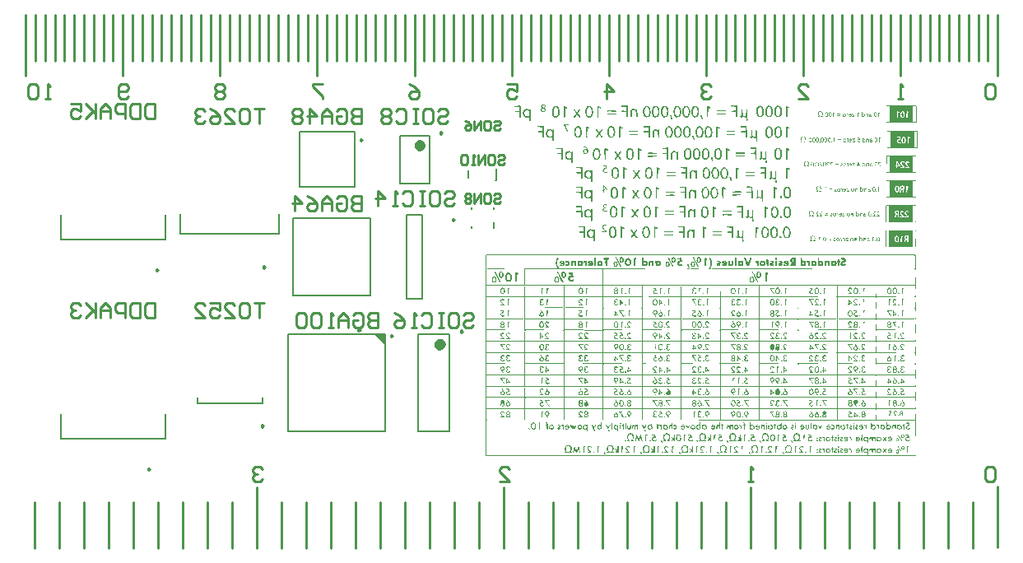
<source format=gbo>
G04*
G04 #@! TF.GenerationSoftware,Altium Limited,Altium Designer,21.2.2 (38)*
G04*
G04 Layer_Color=32896*
%FSLAX25Y25*%
%MOIN*%
G70*
G04*
G04 #@! TF.SameCoordinates,8CE579DD-E24D-4BF9-88A6-D400C93C7681*
G04*
G04*
G04 #@! TF.FilePolarity,Positive*
G04*
G01*
G75*
%ADD10C,0.00984*%
%ADD11C,0.02362*%
%ADD13C,0.01000*%
%ADD14C,0.00787*%
%ADD121C,0.00394*%
%ADD122C,0.00669*%
G36*
X360738Y179282D02*
X360797Y179200D01*
X360820Y172542D01*
X360797Y172448D01*
X360762Y172413D01*
X359613Y172389D01*
X359308Y172413D01*
X359296Y172401D01*
X348711Y172389D01*
X348617Y172413D01*
X348559Y172471D01*
X348535Y178965D01*
X348559Y179200D01*
X348641Y179282D01*
X349977Y179305D01*
X350047Y179282D01*
X359191Y179259D01*
X359261Y179282D01*
X360645Y179305D01*
X360738Y179282D01*
D02*
G37*
G36*
X308457Y179179D02*
X309120Y178870D01*
X309363Y178715D01*
X309407Y178582D01*
X309341Y178339D01*
X309253Y178295D01*
X308943Y178427D01*
X308855Y178472D01*
X308766Y178560D01*
X308567Y178538D01*
X308523Y175044D01*
Y175000D01*
Y174779D01*
X308457Y174713D01*
X308014Y174668D01*
X307948Y174735D01*
X307904Y179113D01*
X308036Y179201D01*
X308457Y179179D01*
D02*
G37*
G36*
X276571Y179091D02*
X276638Y179024D01*
X276925Y178914D01*
X277058Y178781D01*
X277235Y178737D01*
X277301Y178671D01*
X277345Y178582D01*
X277301Y178273D01*
X277235Y178206D01*
X277058Y178295D01*
X276881Y178339D01*
X276748Y178472D01*
X276527Y178516D01*
X276505Y178494D01*
X276461Y174690D01*
X276395Y174624D01*
X275997Y174580D01*
X275886Y174690D01*
X275842Y178936D01*
X275908Y179135D01*
X276262Y179179D01*
X276571Y179091D01*
D02*
G37*
G36*
X232038D02*
X232105Y179024D01*
X232392Y178914D01*
X232459Y178848D01*
X232901Y178626D01*
X232945Y178273D01*
X232835Y178162D01*
X232613Y178251D01*
X232304Y178427D01*
X232171Y178472D01*
X232105Y178405D01*
X232061Y174646D01*
X231950Y174536D01*
X231530Y174558D01*
X231486Y176061D01*
Y176106D01*
Y179024D01*
X231552Y179091D01*
X231729Y179135D01*
X232038Y179091D01*
D02*
G37*
G36*
X218550Y179046D02*
X218639Y179002D01*
X218661Y178980D01*
X218727Y178958D01*
X218948Y178870D01*
X219015Y178803D01*
X219302Y178693D01*
X219369Y178626D01*
X219413Y178361D01*
X219369Y178184D01*
X219169Y178162D01*
X219037Y178295D01*
X218860Y178339D01*
X218727Y178472D01*
X218639Y178516D01*
X218550Y178427D01*
X218506Y174580D01*
X218020Y174536D01*
X217953Y174602D01*
X217909Y178715D01*
X217953Y179024D01*
X218020Y179091D01*
X218329Y179135D01*
X218550Y179046D01*
D02*
G37*
G36*
X243824Y179246D02*
X243868Y175000D01*
X243824Y174690D01*
X243669Y174580D01*
X243360Y174624D01*
X243293Y174690D01*
X243249Y176460D01*
X243205Y176636D01*
X243139Y176703D01*
X241547Y176747D01*
X241436Y176990D01*
X241480Y177167D01*
X241613Y177255D01*
X243006Y177233D01*
X243205Y177300D01*
X243249Y178671D01*
X243139Y178781D01*
X241414Y178825D01*
X241348Y178892D01*
X241303Y179246D01*
X241370Y179312D01*
X242696Y179356D01*
X243713D01*
X243824Y179246D01*
D02*
G37*
G36*
X283492Y177344D02*
X283559Y177189D01*
X283537Y177079D01*
X283470Y177012D01*
X282807Y176968D01*
X280154D01*
X279955Y177034D01*
X279910Y177167D01*
X279977Y177366D01*
X283294Y177410D01*
X283492Y177344D01*
D02*
G37*
G36*
X239092Y177255D02*
X239136Y176990D01*
X239004Y176902D01*
X235930Y176924D01*
X235753Y176880D01*
X235576Y176924D01*
X235510Y177079D01*
X235576Y177278D01*
X238628Y177322D01*
X239026D01*
X239092Y177255D01*
D02*
G37*
G36*
X209883Y179843D02*
X210192Y179754D01*
X210281Y179666D01*
X210369Y179622D01*
X210568Y179334D01*
X210612Y178980D01*
X210480Y178671D01*
X210413Y178604D01*
X210325Y178560D01*
X210259Y178494D01*
X210214Y178405D01*
X210457Y178162D01*
X210656Y177919D01*
X210701Y177565D01*
X210656Y177255D01*
X210568Y177167D01*
X210546Y177145D01*
X210457Y177057D01*
X210148Y176835D01*
X209617Y176791D01*
X209308Y176835D01*
X209131Y176880D01*
X209042Y176968D01*
X208888Y177079D01*
X208711Y177388D01*
X208666Y177698D01*
X208711Y177830D01*
X208755Y178007D01*
X208998Y178251D01*
X209087Y178295D01*
X209153Y178361D01*
X209197Y178449D01*
X209042Y178604D01*
X208821Y178870D01*
X208777Y179091D01*
X208799Y179290D01*
X208843Y179467D01*
X209109Y179732D01*
X209330Y179821D01*
X209595Y179865D01*
X209883Y179843D01*
D02*
G37*
G36*
X224697Y177897D02*
X224720Y177698D01*
X224631Y177609D01*
X224498Y177388D01*
X224366Y177255D01*
X224322Y177167D01*
X224145Y176902D01*
X224012Y176681D01*
X223923Y176592D01*
X223747Y176283D01*
X223835Y176061D01*
X223968Y175929D01*
X224145Y175619D01*
X224587Y175000D01*
X224720Y174779D01*
X224852Y174646D01*
X224830Y174580D01*
X224432Y174536D01*
X224255Y174580D01*
X224189Y174646D01*
X224034Y174890D01*
X224012Y174912D01*
X223879Y175044D01*
X223835Y175221D01*
X223747Y175310D01*
X223570Y175619D01*
X223326Y175818D01*
X223260Y175752D01*
X222995Y175265D01*
X222906Y175177D01*
X222729Y174867D01*
X222641Y174779D01*
X222597Y174690D01*
X222442Y174536D01*
X221934Y174558D01*
X221889Y174646D01*
X221978Y174867D01*
X222044Y174934D01*
X222420Y175487D01*
X222641Y175796D01*
X222818Y176106D01*
X222906Y176194D01*
X222951Y176283D01*
X222906Y176415D01*
X222774Y176636D01*
X222685Y176725D01*
X222553Y176946D01*
X222464Y177034D01*
X222332Y177255D01*
X222199Y177388D01*
X222155Y177521D01*
X221934Y177742D01*
X221956Y177897D01*
X222309Y177941D01*
X222486Y177897D01*
X222553Y177830D01*
X222597Y177742D01*
X222729Y177609D01*
X222796Y177454D01*
X223083Y177034D01*
X223238Y176791D01*
X223371Y176747D01*
X223481Y176902D01*
X223658Y177211D01*
X223747Y177300D01*
X223923Y177609D01*
X224012Y177698D01*
X224056Y177786D01*
X224167Y177897D01*
X224521Y177941D01*
X224697Y177897D01*
D02*
G37*
G36*
X345734Y176539D02*
X345898Y176469D01*
X346003Y176316D01*
X345980Y176246D01*
X345851Y176234D01*
X345780Y176304D01*
X345698Y176293D01*
X345675Y174816D01*
X345640Y174781D01*
X345546Y174757D01*
X345441Y174792D01*
X345417Y175120D01*
Y175144D01*
Y176340D01*
X345441Y176504D01*
X345499Y176562D01*
X345616Y176586D01*
X345734Y176539D01*
D02*
G37*
G36*
X337200Y176562D02*
X337446Y176457D01*
X337469Y176410D01*
X337516Y176363D01*
X337505Y176258D01*
X337387Y176234D01*
X337340Y176281D01*
X337247Y176304D01*
X337211Y176269D01*
X337188Y176058D01*
X337211Y175988D01*
X337200Y175109D01*
X337211Y174909D01*
Y174886D01*
X337176Y174781D01*
X337083Y174757D01*
X336977Y174792D01*
X336954Y176340D01*
X336977Y176504D01*
X337036Y176562D01*
X337106Y176586D01*
X337200Y176562D01*
D02*
G37*
G36*
X327271Y176597D02*
X327388Y176551D01*
X327540Y176492D01*
X327670Y176363D01*
X327658Y176258D01*
X327564Y176234D01*
X327447Y176304D01*
X327341Y176269D01*
X327318Y175191D01*
Y175167D01*
Y175074D01*
X327341Y174980D01*
X327318Y174816D01*
X327212Y174757D01*
X327107Y174792D01*
X327083Y176316D01*
X327107Y176480D01*
X327130Y176574D01*
X327165Y176609D01*
X327271Y176597D01*
D02*
G37*
G36*
X239070Y175995D02*
X239136Y175929D01*
X239114Y175641D01*
X235621Y175597D01*
X235510Y175796D01*
X235554Y175973D01*
X235643Y176017D01*
X238716Y175995D01*
X238849Y176039D01*
X238893D01*
X239070Y175995D01*
D02*
G37*
G36*
X342451Y176117D02*
X342616Y176070D01*
X342651Y176035D01*
X342674Y175988D01*
X342616Y175929D01*
X342287Y175953D01*
X342123Y175929D01*
X342018Y175824D01*
X341994Y175683D01*
X342053Y175648D01*
X342264Y175625D01*
X342475Y175531D01*
X342569Y175507D01*
X342639Y175437D01*
X342744Y175308D01*
X342768Y175003D01*
X342721Y174886D01*
X342662Y174827D01*
X342616Y174804D01*
X342569Y174757D01*
X342545D01*
X342264Y174734D01*
X342100Y174804D01*
X341936Y174827D01*
X341865Y174757D01*
X341760Y174769D01*
X341736Y175730D01*
X341854Y175988D01*
X341889Y176023D01*
X342053Y176117D01*
X342287Y176140D01*
X342451Y176117D01*
D02*
G37*
G36*
X330002Y175906D02*
X330037Y175871D01*
X330061Y175800D01*
X330026Y175765D01*
X329440Y175742D01*
X328760D01*
X328725Y175777D01*
X328701Y175871D01*
X328771Y175918D01*
X329744Y175906D01*
X329815Y175929D01*
X330002Y175906D01*
D02*
G37*
G36*
X283537Y175973D02*
X283515Y175730D01*
X283360Y175663D01*
X280021Y175686D01*
X279955Y175752D01*
X279910Y175973D01*
X279977Y176039D01*
X281171Y176084D01*
X283426D01*
X283537Y175973D01*
D02*
G37*
G36*
X330061Y175308D02*
X330084Y175214D01*
X330037Y175191D01*
X329897Y175167D01*
X329064Y175179D01*
X328830Y175156D01*
X328736Y175179D01*
X328725Y175191D01*
X328678Y175238D01*
X328713Y175320D01*
X329932Y175343D01*
X330061Y175308D01*
D02*
G37*
G36*
X292293Y177698D02*
X292337Y175575D01*
X292381Y174337D01*
X292426Y173895D01*
X292514Y173585D01*
X292426Y173275D01*
X292359Y173209D01*
X292271Y173165D01*
X292094Y173209D01*
X291983Y173320D01*
X292005Y173917D01*
X292072Y174293D01*
X292116Y174425D01*
X292094Y174624D01*
X291961Y174668D01*
X291740Y174580D01*
X291563Y174536D01*
X291320Y174602D01*
X291033Y174713D01*
X290900Y174845D01*
X290811Y174890D01*
X290745Y174956D01*
X290701Y175089D01*
X290546Y175111D01*
X290480Y175044D01*
X290436Y174867D01*
X290148Y174580D01*
X289927Y174536D01*
X289706Y174624D01*
X289507Y174867D01*
X289463Y174956D01*
X289418Y175089D01*
X289485Y175243D01*
X289551Y175221D01*
X289595Y175044D01*
X289662Y174978D01*
X289794Y174934D01*
X289949Y175133D01*
X289993Y177521D01*
X290038Y177698D01*
X290104Y177764D01*
X290369Y177808D01*
X290436Y177742D01*
X290480Y175442D01*
X290723Y175199D01*
X290811Y175155D01*
X291210Y174978D01*
X291386D01*
X291607Y175111D01*
X291696Y175155D01*
X291762Y175265D01*
X291807Y177565D01*
X291873Y177764D01*
X292182Y177808D01*
X292293Y177698D01*
D02*
G37*
G36*
X335699Y176093D02*
X335735Y176035D01*
X335699Y175953D01*
X335277Y175929D01*
X335113Y175906D01*
X335078Y175871D01*
X335102Y175777D01*
X335219Y175660D01*
X335277Y175578D01*
X335383Y175449D01*
X335465Y175320D01*
X335570Y175191D01*
X335594Y175144D01*
X335688Y175050D01*
X335711Y175003D01*
X335758Y174956D01*
X335781Y174816D01*
X335746Y174781D01*
X335629Y174757D01*
X335254Y174734D01*
X335184Y174757D01*
X335102Y174745D01*
X334996Y174757D01*
X334902Y174734D01*
X334738Y174757D01*
X334703Y174816D01*
X334726Y174909D01*
X334797Y174956D01*
X335348Y174945D01*
X335406Y175003D01*
X335383Y175097D01*
X335336Y175144D01*
X335313Y175191D01*
X335230Y175296D01*
X335125Y175425D01*
X335102Y175472D01*
X335066Y175507D01*
X334844Y175800D01*
X334820Y175847D01*
X334750Y175918D01*
X334715Y176000D01*
X334726Y176058D01*
X334762Y176093D01*
X335066Y176117D01*
X335606D01*
X335699Y176093D01*
D02*
G37*
G36*
X333988Y176140D02*
X334246Y176070D01*
X334410Y175906D01*
X334469Y175753D01*
X334515Y175707D01*
X334539Y175472D01*
Y175449D01*
Y175238D01*
X334422Y174980D01*
X334363Y174921D01*
X334152Y174757D01*
X333706Y174734D01*
X333542Y174757D01*
X333484Y174839D01*
X333507Y174909D01*
X333566Y174945D01*
X333871Y174921D01*
X334035Y174945D01*
X334082Y174992D01*
X334128Y175015D01*
X334258Y175144D01*
X334281Y175308D01*
X334199Y175390D01*
X333531Y175378D01*
X333449Y175390D01*
X333402Y175461D01*
X333378Y175554D01*
X333390Y175707D01*
X333414Y175800D01*
X333531Y175988D01*
X333554Y176035D01*
X333706Y176117D01*
X333929Y176152D01*
X333988Y176140D01*
D02*
G37*
G36*
X340834Y176117D02*
X340951Y176070D01*
X341021Y176000D01*
X341103Y176011D01*
X341232Y176117D01*
X341314Y176082D01*
X341338Y174816D01*
X341303Y174781D01*
X341232Y174757D01*
X341127Y174792D01*
X341103Y174956D01*
X341127Y175027D01*
X341103Y175097D01*
X341115Y175484D01*
X341103Y175660D01*
X341009Y175800D01*
X340986Y175847D01*
X340951Y175882D01*
X340834Y175929D01*
X340763Y175953D01*
X340693Y175929D01*
X340599Y175906D01*
X340541Y175824D01*
X340459Y175695D01*
X340435Y175109D01*
X340447Y174886D01*
X340412Y174781D01*
X340271Y174757D01*
X340236Y174792D01*
X340212Y175308D01*
Y175331D01*
Y175636D01*
X340259Y175824D01*
X340306Y175941D01*
X340330Y175988D01*
X340365Y176023D01*
X340529Y176117D01*
X340740Y176140D01*
X340834Y176117D01*
D02*
G37*
G36*
X332581D02*
X332698Y176047D01*
X332792Y176023D01*
X332909Y176070D01*
X333027Y176093D01*
X333073Y176023D01*
X333062Y175613D01*
Y175589D01*
X333073Y174921D01*
X333062Y174816D01*
X333027Y174781D01*
X332933Y174757D01*
X332827Y174792D01*
X332804Y175613D01*
X332781Y175707D01*
X332663Y175824D01*
X332640Y175871D01*
X332581Y175906D01*
X332464Y175929D01*
X332382Y176011D01*
X332405Y176082D01*
X332487Y176140D01*
X332581Y176117D01*
D02*
G37*
G36*
X322043Y177043D02*
X322195Y176984D01*
X322289Y176961D01*
X322406Y176914D01*
X322453Y176891D01*
X322676Y176668D01*
X322699Y176621D01*
X322816Y176433D01*
X322840Y176246D01*
X322863Y176175D01*
X322840Y175777D01*
X322676Y175425D01*
X322641Y175390D01*
X322594Y175367D01*
X322547Y175320D01*
X322500Y175296D01*
X322453Y175250D01*
X322277Y175167D01*
X322254Y175097D01*
X322289Y175062D01*
X322594Y175038D01*
X322828Y175062D01*
X322875Y175109D01*
X322910Y175097D01*
X322934Y174909D01*
X322910Y174816D01*
X322875Y174781D01*
X322172Y174757D01*
X322136Y174792D01*
X322113Y175050D01*
X322136Y175144D01*
X322207Y175214D01*
Y175238D01*
X322242Y175296D01*
X322289Y175320D01*
X322371Y175402D01*
X322512Y175660D01*
X322535Y176246D01*
X322512Y176340D01*
X322441Y176504D01*
X322394Y176621D01*
X322266Y176750D01*
X322148Y176820D01*
X322031Y176937D01*
X321890Y176984D01*
X321785Y176973D01*
X321691Y176949D01*
X321668Y176902D01*
X321633Y176867D01*
X321468Y176773D01*
X321398Y176703D01*
X321257Y176469D01*
X321234Y176375D01*
X321199Y176058D01*
X321222Y175683D01*
X321269Y175519D01*
X321316Y175472D01*
X321339Y175425D01*
X321503Y175261D01*
X321527Y175191D01*
X321492Y175156D01*
X321281Y175226D01*
X321211Y175296D01*
X321164Y175320D01*
X321081Y175402D01*
X321058Y175449D01*
X321011Y175496D01*
X320953Y175578D01*
X320917Y175730D01*
X320870Y175847D01*
X320847Y176129D01*
X320870Y176222D01*
X320917Y176386D01*
X320964Y176574D01*
X321058Y176668D01*
X321081Y176715D01*
X321164Y176797D01*
X321211Y176820D01*
X321281Y176891D01*
X321328Y176914D01*
X321375Y176961D01*
X321562Y176984D01*
X321726Y177055D01*
X322043Y177043D01*
D02*
G37*
G36*
X320906Y175132D02*
X320976Y175062D01*
X321351Y175038D01*
X321515Y175109D01*
X321574Y175097D01*
X321597Y175027D01*
X321621Y174933D01*
Y174909D01*
Y174839D01*
X321562Y174781D01*
X320859Y174757D01*
X320824Y174792D01*
X320800Y175027D01*
X320847Y175144D01*
X320906Y175132D01*
D02*
G37*
G36*
X344491Y176515D02*
X344573Y176433D01*
X344690Y176222D01*
X344761Y176058D01*
X344784Y175871D01*
X344808Y175800D01*
X344784Y175402D01*
X344690Y175097D01*
X344643Y174980D01*
X344526Y174863D01*
X344397Y174757D01*
X344069Y174734D01*
X343952Y174781D01*
X343905Y174804D01*
X343799Y174909D01*
X343776Y174956D01*
X343682Y175097D01*
X343647Y175179D01*
X343612Y175402D01*
X343588Y175472D01*
X343600Y175906D01*
X343635Y176152D01*
X343694Y176304D01*
X343788Y176445D01*
X343799Y176457D01*
X343835Y176492D01*
X344046Y176609D01*
X344233Y176633D01*
X344491Y176515D01*
D02*
G37*
G36*
X338818Y176750D02*
X338853Y176715D01*
X338888Y176633D01*
X338911Y176093D01*
X338982Y176070D01*
X339075Y176093D01*
X339146Y176117D01*
X339357Y176140D01*
X339521Y176093D01*
X339638Y176047D01*
X339697Y175988D01*
X339720Y175941D01*
X339790Y175871D01*
X339826Y175789D01*
X339849Y175695D01*
X339884Y175566D01*
X339908Y175496D01*
X339896Y175343D01*
X339873Y175226D01*
X339837Y175097D01*
X339790Y174980D01*
X339638Y174827D01*
X339591Y174804D01*
X339544Y174757D01*
X339216Y174734D01*
X339122Y174757D01*
X338935Y174874D01*
X338876Y174863D01*
X338853Y174816D01*
X338818Y174781D01*
X338700Y174757D01*
X338665Y174792D01*
X338642Y174980D01*
X338665Y175050D01*
X338642Y175097D01*
X338653Y176633D01*
X338665Y176644D01*
X338688Y176738D01*
X338759Y176762D01*
X338818Y176750D01*
D02*
G37*
G36*
X331972Y176047D02*
X332030Y175988D01*
X332054Y175941D01*
X332089Y175906D01*
X332183Y175765D01*
X332206Y175672D01*
X332241Y175496D01*
Y175472D01*
Y175449D01*
X332218Y175214D01*
X332159Y175062D01*
X332065Y174921D01*
X331983Y174863D01*
X331854Y174757D01*
X331479Y174734D01*
X331385Y174757D01*
X331268Y174804D01*
X331174Y174898D01*
X331128Y174921D01*
X330975Y175214D01*
X330952Y175331D01*
X330928Y175402D01*
X330940Y175507D01*
X330963Y175625D01*
X331022Y175777D01*
X331069Y175894D01*
X331198Y176023D01*
X331315Y176093D01*
X331385Y176117D01*
X331667Y176140D01*
X331972Y176047D01*
D02*
G37*
G36*
X326157Y176515D02*
X326263Y176386D01*
X326321Y176304D01*
X326380Y176152D01*
X326403Y176058D01*
X326450Y175941D01*
X326474Y175707D01*
X326450Y175472D01*
X326415Y175343D01*
X326403Y175331D01*
X326333Y175050D01*
X326286Y175003D01*
X326263Y174956D01*
X326169Y174863D01*
X326040Y174757D01*
X325782Y174734D01*
X325618Y174781D01*
X325571Y174827D01*
X325489Y174886D01*
X325466Y174933D01*
X325395Y175003D01*
X325337Y175085D01*
X325290Y175273D01*
X325266Y175390D01*
X325231Y175660D01*
X325255Y175964D01*
X325325Y176246D01*
X325372Y176363D01*
X325442Y176433D01*
X325466Y176480D01*
X325618Y176562D01*
X325665Y176609D01*
X325899Y176633D01*
X326157Y176515D01*
D02*
G37*
G36*
X324633Y176562D02*
X324704Y176539D01*
X324809Y176433D01*
X324891Y176304D01*
X324938Y176187D01*
X324997Y176035D01*
X325020Y175964D01*
X325009Y175367D01*
X324985Y175273D01*
X324938Y175156D01*
X324880Y175003D01*
X324833Y174956D01*
X324809Y174909D01*
X324774Y174898D01*
X324739Y174863D01*
X324610Y174757D01*
X324352Y174734D01*
X324188Y174781D01*
X324071Y174898D01*
X323965Y175027D01*
X323883Y175156D01*
X323836Y175437D01*
X323825Y175449D01*
Y175847D01*
X323871Y176175D01*
X323942Y176340D01*
X324024Y176469D01*
X324188Y176562D01*
X324235Y176609D01*
X324469Y176633D01*
X324633Y176562D01*
D02*
G37*
G36*
X288202Y179356D02*
X288291Y179268D01*
X288269Y177123D01*
Y177079D01*
X288291Y174934D01*
X288269Y174779D01*
X288202Y174713D01*
X287804Y174668D01*
X287649Y174823D01*
X287672Y175022D01*
X287649Y176194D01*
X287694Y176327D01*
X287649Y176460D01*
X287672Y176526D01*
X287649Y176725D01*
X287583Y176791D01*
X285947Y176835D01*
X285880Y176902D01*
X285836Y177167D01*
X285903Y177233D01*
X287406Y177278D01*
X287583Y177322D01*
X287694Y177521D01*
X287649Y177609D01*
X287672Y177676D01*
X287649Y178317D01*
X287694Y178449D01*
X287649Y178759D01*
X287539Y178870D01*
X286212Y178914D01*
X286080Y178870D01*
X285814Y178914D01*
X285748Y178980D01*
X285704Y179290D01*
X285770Y179356D01*
X287893Y179400D01*
X288202Y179356D01*
D02*
G37*
G36*
X305228Y179179D02*
X305449Y179091D01*
X305582Y178958D01*
X305670Y178914D01*
X305781Y178715D01*
X305870Y178626D01*
X306135Y178140D01*
Y178096D01*
X306179Y177830D01*
X306223Y177698D01*
X306267Y177123D01*
X306312Y176990D01*
X306290Y176835D01*
X306245Y176349D01*
X306179Y175973D01*
X306135Y175796D01*
X305870Y175221D01*
X305715Y174978D01*
X305626Y174934D01*
X305538Y174845D01*
X305317Y174713D01*
X305096Y174624D01*
X304565Y174580D01*
X304344Y174668D01*
X304034Y174757D01*
X303902Y174890D01*
X303813Y174934D01*
X303614Y175221D01*
X303570Y175310D01*
X303482Y175398D01*
X303393Y175619D01*
X303349Y175796D01*
X303260Y176017D01*
X303194Y176835D01*
X303216Y177654D01*
X303305Y178007D01*
X303393Y178228D01*
X303437Y178494D01*
X303526Y178582D01*
X303658Y178803D01*
X303857Y179002D01*
X304167Y179179D01*
X304388Y179268D01*
X304742Y179312D01*
X305228Y179179D01*
D02*
G37*
G36*
X301602D02*
X301823Y179091D01*
X301956Y178958D01*
X302044Y178914D01*
X302155Y178715D01*
X302243Y178626D01*
X302376Y178405D01*
X302486Y178118D01*
X302553Y177875D01*
X302597Y177742D01*
X302641Y176769D01*
X302597Y176194D01*
X302553Y176017D01*
Y175973D01*
Y175929D01*
X302442Y175641D01*
X302376Y175398D01*
X302309Y175332D01*
X302088Y174978D01*
X302000Y174934D01*
X301911Y174845D01*
X301690Y174713D01*
X301469Y174624D01*
X300939Y174580D01*
X300717Y174668D01*
X300408Y174757D01*
X300320Y174845D01*
X300165Y174956D01*
X300032Y175177D01*
X299944Y175265D01*
X299811Y175487D01*
X299767Y175663D01*
X299678Y175885D01*
X299634Y176017D01*
X299568Y176924D01*
X299590Y177521D01*
X299634Y177830D01*
X299678Y178007D01*
X299745Y178206D01*
X299811Y178449D01*
X299988Y178715D01*
X300032Y178803D01*
X300231Y179002D01*
X300541Y179179D01*
X300762Y179268D01*
X301115Y179312D01*
X301602Y179179D01*
D02*
G37*
G36*
X297931D02*
X298153Y179091D01*
X298241Y179046D01*
X298374Y178914D01*
X298573Y178671D01*
X298617Y178582D01*
X298705Y178494D01*
X298838Y178140D01*
X298926Y177919D01*
X298971Y177786D01*
X299015Y176636D01*
X298949Y176039D01*
X298904Y175863D01*
X298816Y175641D01*
X298750Y175398D01*
X298661Y175310D01*
X298484Y175000D01*
X298418Y174978D01*
X298352Y174912D01*
X298329Y174890D01*
X298285Y174845D01*
X298064Y174713D01*
X297843Y174624D01*
X297312Y174580D01*
X297091Y174668D01*
X296782Y174757D01*
X296693Y174845D01*
X296538Y174956D01*
X296406Y175177D01*
X296273Y175310D01*
X296163Y175597D01*
X296074Y175818D01*
X295986Y176305D01*
X295941Y176880D01*
X295964Y177255D01*
X296008Y177830D01*
X296096Y178184D01*
X296273Y178626D01*
X296361Y178715D01*
X296406Y178803D01*
X296561Y178958D01*
X296649Y179002D01*
X296671Y179069D01*
X296914Y179179D01*
X297135Y179268D01*
X297489Y179312D01*
X297931Y179179D01*
D02*
G37*
G36*
X246455Y178029D02*
X246853Y177852D01*
X246942Y177764D01*
X247163Y177631D01*
X247273Y177742D01*
Y177786D01*
Y177875D01*
X247473Y177985D01*
X247605Y178029D01*
X247760Y177963D01*
X247804Y174690D01*
X247738Y174624D01*
X247296Y174580D01*
X247229Y174646D01*
X247185Y176813D01*
X247052Y177123D01*
X247008Y177211D01*
X246942Y177278D01*
X246853Y177322D01*
X246721Y177454D01*
X246588Y177499D01*
X246367Y177587D01*
X246013Y177499D01*
X245792Y177410D01*
X245726Y177300D01*
X245549Y176990D01*
X245505Y174823D01*
X245438Y174624D01*
X245129Y174580D01*
X244930Y174646D01*
X244885Y176902D01*
X244930Y177079D01*
X245040Y177278D01*
X245107Y177565D01*
X245173Y177631D01*
X245261Y177676D01*
X245283Y177742D01*
X245350Y177808D01*
X245748Y178029D01*
X246279Y178074D01*
X246455Y178029D01*
D02*
G37*
G36*
X271574Y179179D02*
X271751Y179135D01*
X272061Y178914D01*
X272149Y178870D01*
X272216Y178759D01*
X272260Y178671D01*
X272348Y178582D01*
X272481Y178361D01*
X272591Y178162D01*
X272658Y177830D01*
X272702Y177698D01*
Y177654D01*
X272746Y177521D01*
X272790Y176504D01*
X272658Y175973D01*
X272614Y175663D01*
X272392Y175177D01*
X272326Y175155D01*
X272260Y175044D01*
X272216Y174956D01*
X272061Y174801D01*
X271663Y174580D01*
X270955Y174536D01*
X270712Y174646D01*
X270425Y174757D01*
X270336Y174890D01*
X270248Y174934D01*
X270137Y175044D01*
X270093Y175221D01*
X269938Y175376D01*
X269872Y175708D01*
X269739Y176017D01*
X269695Y177565D01*
X269739Y177742D01*
X269827Y177963D01*
X269872Y178228D01*
X269960Y178449D01*
X270093Y178671D01*
X270380Y178958D01*
X270469Y179002D01*
X270601Y179135D01*
X270867Y179179D01*
X270999Y179223D01*
X271574Y179179D01*
D02*
G37*
G36*
X267992D02*
X268213Y179091D01*
X268302Y179002D01*
X268390Y178958D01*
X268589Y178759D01*
X268633Y178671D01*
X268766Y178538D01*
X268921Y178206D01*
X269031Y177919D01*
X269120Y177388D01*
X269164Y177255D01*
X269142Y176570D01*
X269098Y176216D01*
X269031Y175796D01*
X268766Y175221D01*
X268633Y175000D01*
X268567Y174934D01*
X268545Y174912D01*
X268434Y174801D01*
X267948Y174536D01*
X267263Y174558D01*
X266776Y174779D01*
X266732Y174867D01*
X266599Y174956D01*
X266466Y175177D01*
X266422Y175265D01*
X266334Y175354D01*
X266290Y175442D01*
X266201Y175796D01*
X266113Y176017D01*
X266069Y177432D01*
X266113Y177742D01*
X266290Y178317D01*
X266334Y178449D01*
X266378Y178538D01*
X266466Y178626D01*
X266511Y178715D01*
X266754Y178958D01*
X266842Y179002D01*
X266975Y179135D01*
X267240Y179179D01*
X267373Y179223D01*
X267992Y179179D01*
D02*
G37*
G36*
X264322D02*
X264631Y179046D01*
X264720Y179002D01*
X264896Y178825D01*
X265095Y178582D01*
X265206Y178427D01*
X265383Y177985D01*
X265427Y177808D01*
X265494Y177211D01*
X265538Y177079D01*
X265494Y176327D01*
X265449Y176150D01*
X265405Y175840D01*
X265295Y175553D01*
X265228Y175310D01*
X265140Y175221D01*
X265007Y175000D01*
X264808Y174801D01*
X264410Y174580D01*
X263703Y174536D01*
X263393Y174668D01*
X263172Y174757D01*
X263150Y174823D01*
X263083Y174890D01*
X262995Y174934D01*
X262840Y175177D01*
X262730Y175332D01*
X262531Y175885D01*
X262486Y176017D01*
X262442Y177167D01*
X262486Y177742D01*
X262575Y178051D01*
Y178096D01*
X262707Y178449D01*
X262929Y178759D01*
X262973Y178848D01*
X263128Y178958D01*
X263216Y179002D01*
X263349Y179135D01*
X263614Y179179D01*
X263747Y179223D01*
X264322Y179179D01*
D02*
G37*
G36*
X259280D02*
X259501Y179091D01*
X259590Y179002D01*
X259678Y178958D01*
X259877Y178759D01*
X259921Y178671D01*
X259988Y178604D01*
X260010Y178582D01*
X260076Y178516D01*
X260165Y178295D01*
X260297Y177941D01*
X260342Y177764D01*
X260386Y177499D01*
X260430Y176968D01*
X260408Y176371D01*
X260364Y176194D01*
X260319Y175885D01*
X260275Y175708D01*
X260054Y175221D01*
X259921Y175000D01*
X259722Y174801D01*
X259324Y174580D01*
X258617Y174536D01*
X258396Y174624D01*
X258307Y174668D01*
X258064Y174779D01*
X258020Y174867D01*
X257954Y174890D01*
X257843Y175000D01*
X257799Y175133D01*
X257710Y175221D01*
X257578Y175442D01*
X257489Y175752D01*
X257401Y175973D01*
X257356Y177477D01*
X257401Y177654D01*
X257445Y177963D01*
X257556Y178251D01*
X257622Y178494D01*
X257710Y178582D01*
X257843Y178803D01*
X258042Y178958D01*
X258130Y179002D01*
X258263Y179135D01*
X258528Y179179D01*
X258661Y179223D01*
X259280Y179179D01*
D02*
G37*
G36*
X255654D02*
X255875Y179091D01*
X255963Y179002D01*
X256052Y178958D01*
X256185Y178825D01*
X256383Y178582D01*
X256538Y178339D01*
X256582Y178162D01*
X256693Y177875D01*
X256737Y177742D01*
X256782Y176327D01*
X256737Y176150D01*
X256693Y175840D01*
X256605Y175619D01*
X256428Y175221D01*
X256295Y175000D01*
X256096Y174801D01*
X255698Y174580D01*
X254991Y174536D01*
X254769Y174624D01*
X254681Y174668D01*
X254460Y174757D01*
X254416Y174845D01*
X254327Y174890D01*
X254128Y175177D01*
X253951Y175487D01*
X253841Y175774D01*
X253819Y175796D01*
Y175885D01*
X253774Y176017D01*
X253730Y177344D01*
X253819Y177963D01*
X253929Y178251D01*
X253995Y178494D01*
X254084Y178582D01*
X254217Y178803D01*
X254416Y178958D01*
X254504Y179002D01*
X254637Y179135D01*
X254902Y179179D01*
X255035Y179223D01*
X255654Y179179D01*
D02*
G37*
G36*
X252028D02*
X252249Y179091D01*
X252337Y179002D01*
X252426Y178958D01*
X252580Y178803D01*
X252801Y178494D01*
X252934Y178273D01*
X252978Y178096D01*
X253089Y177808D01*
X253111Y177786D01*
X253155Y176460D01*
X253111Y176017D01*
X253000Y175730D01*
X252934Y175398D01*
X252846Y175310D01*
X252669Y175000D01*
X252470Y174801D01*
X252072Y174580D01*
X251364Y174536D01*
X251143Y174624D01*
X251055Y174668D01*
X250834Y174757D01*
X250789Y174845D01*
X250701Y174890D01*
X250502Y175177D01*
X250391Y175332D01*
X250214Y175774D01*
X250148Y176194D01*
X250104Y176327D01*
X250126Y177543D01*
X250192Y177963D01*
X250237Y178140D01*
X250369Y178449D01*
X250546Y178715D01*
X250590Y178803D01*
X250657Y178870D01*
X250878Y179002D01*
X251010Y179135D01*
X251276Y179179D01*
X251408Y179223D01*
X252028Y179179D01*
D02*
G37*
G36*
X200574Y179201D02*
X200618Y175442D01*
Y175398D01*
Y174646D01*
X200552Y174580D01*
X200242Y174536D01*
X200043Y174602D01*
X199999Y176238D01*
X200043Y176371D01*
X199999Y176548D01*
X199932Y176614D01*
X198429Y176658D01*
X198230Y176725D01*
X198186Y176946D01*
X198252Y177145D01*
X199711Y177189D01*
X199954Y177255D01*
X200021Y177410D01*
X199999Y178361D01*
X200043Y178494D01*
X199999Y178671D01*
X199932Y178737D01*
X198561Y178781D01*
X198429Y178737D01*
X198075Y178825D01*
X198053Y179113D01*
X198163Y179223D01*
X200375Y179268D01*
X200574Y179201D01*
D02*
G37*
G36*
X228589Y179135D02*
X228899Y179002D01*
X229031Y178958D01*
X229230Y178759D01*
X229451Y178449D01*
X229474Y178427D01*
X229584Y178228D01*
X229628Y178051D01*
X229761Y177742D01*
X229805Y176283D01*
X229761Y175973D01*
X229695Y175774D01*
X229628Y175531D01*
X229496Y175221D01*
X229363Y175000D01*
X229164Y174801D01*
X228943Y174668D01*
X228810Y174536D01*
X228147Y174492D01*
X227837Y174536D01*
X227528Y174713D01*
X227439Y174757D01*
X227329Y174867D01*
X227218Y175022D01*
X226997Y175376D01*
X226864Y175730D01*
X226798Y176150D01*
X226754Y176283D01*
X226776Y177454D01*
X226842Y177919D01*
X227063Y178494D01*
X227152Y178582D01*
X227196Y178671D01*
X227439Y178914D01*
X227528Y178958D01*
X227793Y179135D01*
X228412Y179179D01*
X228589Y179135D01*
D02*
G37*
G36*
X215101D02*
X215499Y178958D01*
X215786Y178671D01*
X215831Y178582D01*
X215919Y178494D01*
X216118Y178074D01*
X216229Y177609D01*
X216273Y177477D01*
X216317Y176460D01*
X216229Y176106D01*
X216184Y175796D01*
X216140Y175619D01*
X215985Y175243D01*
X215963Y175221D01*
Y175177D01*
X215831Y175044D01*
X215786Y174956D01*
X215632Y174801D01*
X215410Y174668D01*
X215278Y174536D01*
X214615Y174492D01*
X214305Y174536D01*
X214084Y174668D01*
X213951Y174713D01*
X213885Y174779D01*
X213841Y174867D01*
X213774Y174890D01*
X213619Y175133D01*
X213443Y175442D01*
X213354Y175752D01*
X213266Y175973D01*
X213222Y177211D01*
X213266Y177654D01*
X213443Y178228D01*
X213531Y178449D01*
X213664Y178671D01*
X213907Y178914D01*
X213995Y178958D01*
X214261Y179135D01*
X214791Y179179D01*
X215101Y179135D01*
D02*
G37*
G36*
X273830Y175420D02*
X273896Y175354D01*
X274007Y175199D01*
X274051Y175022D01*
X274117Y174735D01*
X274161Y174425D01*
X274294Y174116D01*
X274338Y173939D01*
X274272Y173740D01*
X274095D01*
X273830Y174005D01*
X273741Y174226D01*
X273675Y174469D01*
X273609Y174536D01*
X273498Y174823D01*
X273365Y175133D01*
X273321Y175398D01*
X273387Y175464D01*
X273830Y175420D01*
D02*
G37*
G36*
X261403D02*
X261536D01*
X261646Y175221D01*
X261690Y175044D01*
X261757Y174801D01*
X261823Y174381D01*
X262000Y173983D01*
X261978Y173784D01*
X261757Y173740D01*
X261668Y173828D01*
X261580Y173872D01*
X261425Y174160D01*
X261226Y174624D01*
X261160Y174912D01*
X261093Y174978D01*
X260983Y175265D01*
X261027Y175442D01*
X261093Y175464D01*
X261403Y175420D01*
D02*
G37*
G36*
X203116Y177985D02*
X203249Y177941D01*
X203514Y177897D01*
X203802Y177698D01*
X203846Y177609D01*
X203912Y177543D01*
X204089Y177499D01*
X204111Y177830D01*
X204178Y177897D01*
X204355Y177941D01*
X204532Y177897D01*
X204664Y177852D01*
X204642Y173629D01*
X204686Y173452D01*
X204642Y173275D01*
X204576Y173209D01*
X204310Y173165D01*
X204134Y173209D01*
X204023Y173408D01*
X204067Y173496D01*
X204045Y174845D01*
X203669Y174690D01*
X203647Y174668D01*
X203559Y174624D01*
X203470Y174536D01*
X202674Y174492D01*
X202365Y174624D01*
X202276Y174668D01*
X202055Y174757D01*
X202033Y174823D01*
X201922Y174934D01*
X201723Y175177D01*
X201591Y175398D01*
X201547Y175575D01*
X201458Y175796D01*
X201414Y176592D01*
X201524Y176880D01*
X201591Y177167D01*
X201768Y177432D01*
X201878Y177587D01*
X201967Y177631D01*
X202099Y177764D01*
X202320Y177897D01*
X202541Y177985D01*
X202940Y178029D01*
X203116Y177985D01*
D02*
G37*
G36*
X292050Y170998D02*
X292116Y170931D01*
X292160Y167792D01*
Y167747D01*
Y166376D01*
X292094Y166310D01*
X291652Y166266D01*
X291585Y166332D01*
X291541Y168190D01*
X291497Y168367D01*
X291386Y168433D01*
X290082Y168411D01*
X289839Y168433D01*
X289772Y168499D01*
X289728Y168809D01*
X289816Y168897D01*
X290060Y168964D01*
X290192Y168919D01*
X291099Y168941D01*
X291298Y168919D01*
X291497Y168986D01*
X291541Y170401D01*
X291475Y170467D01*
X290015Y170511D01*
X289883Y170467D01*
X289639Y170534D01*
X289595Y170755D01*
X289639Y170931D01*
X289728Y171020D01*
X291519Y170998D01*
X291652Y171042D01*
X291740Y170998D01*
X291873Y171042D01*
X292050Y170998D01*
D02*
G37*
G36*
X241149Y170865D02*
X241281Y170732D01*
X241458Y170688D01*
X241723Y170511D01*
X241812Y170467D01*
X241878Y170401D01*
X241922Y170312D01*
X241856Y170069D01*
X241679Y170025D01*
X241458Y170113D01*
X241325Y170246D01*
X241104Y170290D01*
X241038Y170224D01*
Y170180D01*
Y166509D01*
X240972Y166443D01*
X240485Y166399D01*
X240419Y166509D01*
X240441Y170865D01*
X240839Y170909D01*
X241149Y170865D01*
D02*
G37*
G36*
X227616D02*
X227749Y170732D01*
X227926Y170688D01*
X228191Y170511D01*
X228280Y170467D01*
X228346Y170401D01*
X228390Y170268D01*
X228302Y170047D01*
X228191Y170025D01*
X227970Y170113D01*
X227660Y170290D01*
X227528Y170246D01*
X227506Y170224D01*
X227461Y170135D01*
X227484Y169937D01*
X227461Y166951D01*
X227506Y166642D01*
X227439Y166443D01*
X227285Y166376D01*
X227130Y166399D01*
X226931Y166465D01*
X226887Y170799D01*
X226953Y170865D01*
X227307Y170909D01*
X227616Y170865D01*
D02*
G37*
G36*
X280375D02*
X280507Y170732D01*
X280684Y170688D01*
X280950Y170511D01*
X281171Y170423D01*
X281237Y170312D01*
X281149Y170003D01*
X281060Y169959D01*
X280729Y170113D01*
X280640Y170158D01*
X280552Y170246D01*
X280353Y170224D01*
X280308Y166421D01*
X280242Y166354D01*
X280154Y166310D01*
X279844Y166354D01*
X279778Y166421D01*
X279733Y167747D01*
Y167792D01*
X279756Y170821D01*
X279844Y170865D01*
X279977Y170909D01*
X280375Y170865D01*
D02*
G37*
G36*
X308545Y170821D02*
X308633Y170732D01*
X308678D01*
X308899Y170644D01*
X309009Y170534D01*
X309297Y170423D01*
X309363Y170357D01*
X309407Y170135D01*
X309363Y169959D01*
X309297Y169892D01*
X309164Y169937D01*
X308855Y170113D01*
X308633Y170246D01*
X308567Y170180D01*
X308523Y166465D01*
X308479Y166288D01*
X308059Y166266D01*
X307992Y166332D01*
X307948Y170755D01*
X308014Y170821D01*
X308368Y170865D01*
X308545Y170821D01*
D02*
G37*
G36*
X233741Y169738D02*
X233609Y169428D01*
X233542Y169362D01*
X233321Y169008D01*
X233122Y168765D01*
X232945Y168455D01*
X232812Y168322D01*
X232724Y168101D01*
X232768Y167924D01*
X232857Y167836D01*
X232989Y167615D01*
X233056Y167549D01*
X233432Y166996D01*
X233476Y166907D01*
X233564Y166819D01*
X233609Y166730D01*
X233785Y166553D01*
X233763Y166443D01*
X233233Y166399D01*
X233122Y166509D01*
X232945Y166819D01*
X232812Y166951D01*
X232768Y167040D01*
X232591Y167305D01*
X232547Y167438D01*
X232436Y167549D01*
X232260Y167593D01*
X232193Y167526D01*
X232105Y167305D01*
X231972Y167173D01*
X231795Y166863D01*
X231773Y166841D01*
X231663Y166642D01*
X231419Y166399D01*
X230911Y166421D01*
X230867Y166598D01*
X230955Y166686D01*
X231176Y166996D01*
X231309Y167217D01*
X231441Y167350D01*
X231486Y167482D01*
X231574Y167571D01*
X231751Y167880D01*
X231817Y167902D01*
X231928Y168101D01*
X231862Y168300D01*
X231773Y168344D01*
X231707Y168499D01*
X231574Y168632D01*
X231530Y168720D01*
X231220Y169163D01*
X230999Y169472D01*
X230867Y169693D01*
X230977Y169804D01*
X231176Y169782D01*
X231375Y169804D01*
X231486Y169693D01*
X231530Y169605D01*
X231596Y169583D01*
X231663Y169472D01*
X231707Y169340D01*
X231795Y169251D01*
X231972Y168941D01*
X232061Y168853D01*
X232149Y168632D01*
X232215Y168566D01*
X232348Y168610D01*
X232414Y168676D01*
X232591Y168986D01*
X232680Y169074D01*
X232724Y169163D01*
X232945Y169472D01*
X232989Y169561D01*
X233144Y169715D01*
X233365Y169804D01*
X233498Y169760D01*
X233631Y169804D01*
X233741Y169738D01*
D02*
G37*
G36*
X287362Y169096D02*
X287428Y169030D01*
X287473Y168853D01*
X287362Y168743D01*
X286345Y168698D01*
X284045D01*
X283868Y168743D01*
X283802Y168853D01*
X283824Y169008D01*
X284045Y169141D01*
X284244Y169118D01*
X286743Y169141D01*
X286876Y169096D01*
X287008Y169141D01*
X287362Y169096D01*
D02*
G37*
G36*
X361160Y169013D02*
X361219Y168955D01*
X361242Y163539D01*
Y163515D01*
Y162179D01*
X361184Y162120D01*
X361067Y162074D01*
X360996Y162097D01*
X353306Y162120D01*
X349063Y162097D01*
X348969Y162120D01*
X348934Y162156D01*
X348910Y168861D01*
X348934Y168955D01*
X348992Y169013D01*
X350235Y169037D01*
X350305Y169013D01*
X359660Y168990D01*
X359730Y169013D01*
X360996Y169037D01*
X361160Y169013D01*
D02*
G37*
G36*
X219966Y171705D02*
X219988Y171551D01*
X219921Y171484D01*
X218639Y171440D01*
X218550Y171352D01*
X218572Y171241D01*
X219634Y169074D01*
X219744Y168919D01*
X219722Y168809D01*
X219435Y168787D01*
X219369Y168853D01*
X219192Y169163D01*
X219037Y169450D01*
X218926Y169738D01*
X218860Y169804D01*
X218772Y170025D01*
X218749Y170047D01*
X218572Y170401D01*
X218086Y171418D01*
X218042Y171639D01*
X218108Y171705D01*
X219789Y171750D01*
X219966Y171705D01*
D02*
G37*
G36*
X248070Y169118D02*
X248114Y168853D01*
X248047Y168787D01*
X245438Y168743D01*
X244598D01*
X244443Y168941D01*
X244487Y169074D01*
X244554Y169141D01*
X247826Y169185D01*
X248070Y169118D01*
D02*
G37*
G36*
Y167659D02*
X248114Y167438D01*
X248047Y167372D01*
X244952Y167327D01*
X244686D01*
X244510Y167372D01*
X244443Y167526D01*
X244510Y167681D01*
X248003Y167725D01*
X248070Y167659D01*
D02*
G37*
G36*
X287251Y167703D02*
X287428Y167659D01*
X287473Y167394D01*
X287406Y167327D01*
X284488Y167283D01*
X284045D01*
X283868Y167327D01*
X283758Y167482D01*
X283802Y167615D01*
X284001Y167725D01*
X287251Y167703D01*
D02*
G37*
G36*
X294261Y169406D02*
X294349Y169317D01*
X294327Y167305D01*
X294504Y166907D01*
X294570Y166885D01*
X294880Y166664D01*
X295278Y166620D01*
X295499Y166708D01*
X295654Y166996D01*
X295698Y168588D01*
Y168632D01*
Y169295D01*
X295787Y169384D01*
X295964Y169428D01*
X296118Y169406D01*
X296229Y169207D01*
X296185Y169074D01*
X296207Y166885D01*
X296251Y165868D01*
X296295Y165603D01*
X296361Y165359D01*
X296406Y165182D01*
X296317Y164961D01*
X296273Y164873D01*
X296163Y164762D01*
X296008Y164785D01*
X295964Y164873D01*
X295875Y164961D01*
X295831Y165315D01*
X295875Y165492D01*
X295919Y165625D01*
X295964Y166244D01*
X295897Y166310D01*
X295764Y166266D01*
X295190Y166222D01*
X294725Y166465D01*
X294681Y166553D01*
X294482Y166752D01*
X294372Y166730D01*
X294327Y166642D01*
X294217Y166354D01*
X293996Y166222D01*
X293863Y166177D01*
X293796Y166200D01*
X293575Y166244D01*
X293443Y166465D01*
X293266Y166730D01*
X293332Y166885D01*
X293354Y166863D01*
X293443Y166642D01*
X293598Y166620D01*
X293774Y166664D01*
X293841Y166730D01*
X293885Y169340D01*
X294040Y169450D01*
X294261Y169406D01*
D02*
G37*
G36*
X209993Y170887D02*
Y170843D01*
X209949Y166774D01*
X209993Y166642D01*
X209949Y166509D01*
X209860Y166421D01*
X209639Y166376D01*
X209396Y166443D01*
X209352Y166576D01*
X209374Y168234D01*
X209330Y168411D01*
X209263Y168477D01*
X207760Y168521D01*
X207561Y168588D01*
X207517Y168765D01*
X207583Y168964D01*
X209131Y169008D01*
X209330Y169074D01*
X209374Y170180D01*
X209330Y170489D01*
X209263Y170556D01*
X207671Y170600D01*
X207494Y170644D01*
X207428Y170710D01*
X207384Y170976D01*
X207450Y171042D01*
X209883Y171086D01*
X209993Y170887D01*
D02*
G37*
G36*
X255388Y169760D02*
X255875Y169538D01*
X256185Y169317D01*
X256207Y169340D01*
X256251Y169561D01*
X256317Y169627D01*
X256472Y169738D01*
X256671Y169715D01*
X256737Y169649D01*
X256782Y169428D01*
X256737Y169295D01*
X256759Y166708D01*
X256737Y166421D01*
X256671Y166354D01*
X256406Y166310D01*
X256229Y166354D01*
X256118Y166553D01*
X256140Y166797D01*
X256118Y168499D01*
X256074Y168809D01*
X255720Y169163D01*
X255433Y169273D01*
X255300Y169317D01*
X254858Y169185D01*
X254659Y168986D01*
X254615Y168897D01*
X254526Y168676D01*
X254482Y167040D01*
X254438Y166863D01*
X254482Y166730D01*
X254438Y166421D01*
X254283Y166310D01*
X253973Y166354D01*
X253907Y166421D01*
X253863Y168588D01*
X253995Y169030D01*
X254040Y169207D01*
X254150Y169317D01*
X254172Y169340D01*
Y169384D01*
X254327Y169538D01*
X254725Y169760D01*
X255212Y169804D01*
X255388Y169760D01*
D02*
G37*
G36*
X252735Y171042D02*
X252801Y170976D01*
X252846Y168986D01*
Y168941D01*
Y166598D01*
X252801Y166421D01*
X252735Y166354D01*
X252381Y166310D01*
X252271Y166421D01*
X252226Y168322D01*
X252116Y168433D01*
X250524Y168477D01*
X250413Y168588D01*
X250435Y168919D01*
X251983Y168964D01*
X252160Y169008D01*
X252226Y169074D01*
X252204Y170423D01*
X251983Y170556D01*
X250635Y170534D01*
X250391Y170556D01*
X250325Y170622D01*
X250281Y170976D01*
X250347Y171042D01*
X252558Y171086D01*
X252735Y171042D01*
D02*
G37*
G36*
X277058Y170865D02*
X277279Y170732D01*
X277367Y170688D01*
X277522Y170534D01*
X277567Y170445D01*
X277743Y170268D01*
X277788Y170091D01*
X277920Y169959D01*
X277965Y169649D01*
X278009Y169472D01*
X278097Y169251D01*
X278141Y168322D01*
X278097Y168013D01*
X278009Y167792D01*
X277965Y167482D01*
X277920Y167305D01*
X277876Y167173D01*
X277699Y166863D01*
X277633Y166841D01*
X277567Y166730D01*
X277522Y166642D01*
X277323Y166487D01*
X277014Y166310D01*
X276306Y166266D01*
X276085Y166354D01*
X275997Y166399D01*
X275776Y166487D01*
X275444Y166819D01*
X275400Y166996D01*
X275245Y167150D01*
X275179Y167571D01*
X275046Y167880D01*
X275002Y169118D01*
X275046Y169295D01*
X275179Y169782D01*
X275267Y170135D01*
X275355Y170224D01*
X275400Y170357D01*
X275576Y170534D01*
X275621Y170622D01*
X275864Y170777D01*
X276085Y170909D01*
X276660Y170954D01*
X276704D01*
X277058Y170865D01*
D02*
G37*
G36*
X273255Y170909D02*
X273432Y170865D01*
X273653Y170732D01*
X273741Y170688D01*
X273896Y170534D01*
X273940Y170445D01*
X274029Y170357D01*
X274316Y169848D01*
X274338Y169826D01*
X274382Y169428D01*
X274471Y169207D01*
X274515Y168499D01*
X274471Y168057D01*
X274405Y167858D01*
X274338Y167438D01*
X274206Y167128D01*
X274161Y167040D01*
X273940Y166730D01*
X273896Y166642D01*
X273697Y166487D01*
X273387Y166310D01*
X272680Y166266D01*
X272459Y166354D01*
X272370Y166399D01*
X272149Y166487D01*
X271862Y166774D01*
X271773Y166996D01*
X271641Y167128D01*
X271508Y167659D01*
X271420Y167880D01*
X271375Y168809D01*
X271420Y169384D01*
X271530Y169671D01*
X271596Y169959D01*
X271685Y170180D01*
X271817Y170401D01*
X271950Y170534D01*
X271994Y170622D01*
X272105Y170688D01*
X272193Y170732D01*
X272282Y170821D01*
X272503Y170909D01*
X272813Y170954D01*
X273255Y170909D01*
D02*
G37*
G36*
X268213D02*
X268434Y170821D01*
X268655Y170688D01*
X268810Y170534D01*
X268854Y170445D01*
X268943Y170357D01*
X269208Y169914D01*
X269253Y169738D01*
X269297Y169428D01*
X269385Y169207D01*
X269429Y168632D01*
X269385Y168057D01*
X269297Y167836D01*
X269253Y167438D01*
X269031Y166951D01*
X268965Y166885D01*
X268788Y166620D01*
X268700Y166576D01*
X268611Y166487D01*
X268302Y166310D01*
X267594Y166266D01*
X267373Y166354D01*
X267285Y166399D01*
X267063Y166487D01*
X266820Y166730D01*
X266688Y166951D01*
X266643Y167040D01*
X266511Y167173D01*
Y167217D01*
X266466Y167526D01*
X266334Y167836D01*
X266290Y169030D01*
X266334Y169340D01*
X266444Y169715D01*
X266511Y170047D01*
X266732Y170401D01*
X266776Y170489D01*
X266842Y170511D01*
X266864Y170578D01*
X267063Y170732D01*
X267152Y170777D01*
X267240Y170865D01*
X267506Y170909D01*
X267638Y170954D01*
X268213Y170909D01*
D02*
G37*
G36*
X264543D02*
X264720Y170865D01*
X264985Y170688D01*
X265073Y170644D01*
X265184Y170534D01*
X265228Y170445D01*
X265317Y170357D01*
X265626Y169782D01*
X265670Y169472D01*
X265715Y169340D01*
X265759Y168941D01*
X265803Y168809D01*
X265759Y168101D01*
X265693Y167858D01*
X265626Y167438D01*
X265449Y167040D01*
X265228Y166730D01*
X265184Y166642D01*
X265118Y166620D01*
X264985Y166487D01*
X264675Y166310D01*
X263968Y166266D01*
X263658Y166399D01*
X263481Y166443D01*
X263150Y166774D01*
X263106Y166863D01*
X262929Y167128D01*
X262884Y167305D01*
X262796Y167615D01*
X262707Y167836D01*
X262663Y169074D01*
X262707Y169251D01*
X262752Y169561D01*
Y169605D01*
X262840Y169782D01*
X262884Y169959D01*
X263017Y170268D01*
X263172Y170511D01*
X263570Y170821D01*
X263791Y170909D01*
X264101Y170954D01*
X264543Y170909D01*
D02*
G37*
G36*
X260916D02*
X261093Y170865D01*
X261359Y170688D01*
X261447Y170644D01*
X261735Y170268D01*
X261867Y170047D01*
X261978Y169804D01*
X262044Y169472D01*
X262088Y169340D01*
X262133Y168588D01*
Y168544D01*
Y168146D01*
X262088Y168013D01*
X262044Y167659D01*
X262000Y167482D01*
X261934Y167283D01*
X261823Y166996D01*
X261735Y166907D01*
X261580Y166664D01*
X261491Y166620D01*
X261359Y166487D01*
X261049Y166310D01*
X260342Y166266D01*
X260032Y166399D01*
X259855Y166443D01*
X259612Y166686D01*
X259479Y166907D01*
X259347Y167040D01*
X259280Y167195D01*
X259236Y167416D01*
X259148Y167637D01*
X259103Y167814D01*
X259059Y168433D01*
X259081Y169340D01*
X259125Y169516D01*
X259258Y169959D01*
X259391Y170268D01*
X259545Y170511D01*
X259944Y170821D01*
X260165Y170909D01*
X260474Y170954D01*
X260916Y170909D01*
D02*
G37*
G36*
X237655D02*
X237898Y170843D01*
X238141Y170644D01*
X238340Y170401D01*
X238650Y169826D01*
X238694Y169561D01*
X238738Y169428D01*
X238783Y168809D01*
X238827Y168676D01*
X238805Y168610D01*
X238760Y168079D01*
X238694Y167703D01*
X238650Y167526D01*
X238584Y167327D01*
X238473Y167040D01*
X238385Y166951D01*
X238252Y166730D01*
X238186Y166664D01*
X238097Y166620D01*
X237965Y166487D01*
X237743Y166399D01*
X237699D01*
X237655Y166354D01*
X237257Y166266D01*
X237080Y166310D01*
X236770Y166399D01*
X236549Y166487D01*
X236461Y166531D01*
X236262Y166730D01*
X236129Y166951D01*
X236019Y167062D01*
X235908Y167350D01*
X235864Y167526D01*
X235775Y167747D01*
X235731Y169251D01*
X235775Y169561D01*
X235908Y170003D01*
X236041Y170312D01*
X236173Y170534D01*
X236284Y170644D01*
X236372Y170688D01*
X236549Y170865D01*
X236726Y170909D01*
X236859Y170954D01*
X237345Y170998D01*
X237655Y170909D01*
D02*
G37*
G36*
X223923Y170976D02*
X223946Y170954D01*
X224255Y170909D01*
X224565Y170688D01*
X224653Y170644D01*
X224675Y170578D01*
X224808Y170445D01*
X225029Y170047D01*
X225118Y169826D01*
X225162Y169516D01*
X225250Y169295D01*
X225294Y168234D01*
X225250Y168057D01*
X225162Y167836D01*
X225118Y167482D01*
X225073Y167305D01*
X224941Y167084D01*
X224897Y166951D01*
X224764Y166819D01*
X224720Y166730D01*
X224653Y166664D01*
X224565Y166620D01*
X224432Y166487D01*
X224344Y166443D01*
X224123Y166354D01*
X223946Y166310D01*
X223813Y166266D01*
X223548Y166310D01*
X223061Y166443D01*
X222929Y166576D01*
X222840Y166620D01*
X222685Y166819D01*
X222553Y167040D01*
X222420Y167173D01*
X222332Y167571D01*
X222287Y167747D01*
X222199Y167969D01*
X222155Y168941D01*
X222199Y169384D01*
X222287Y169605D01*
X222376Y170003D01*
X222464Y170224D01*
X222597Y170445D01*
X222995Y170843D01*
X223238Y170909D01*
X223459Y170998D01*
X223923Y170976D01*
D02*
G37*
G36*
X305140Y170865D02*
X305273Y170821D01*
X305648Y170578D01*
X305693Y170489D01*
X305870Y170312D01*
X305914Y170224D01*
X306113Y169892D01*
X306179Y169561D01*
X306223Y169384D01*
X306267Y169251D01*
X306312Y168853D01*
X306356Y168720D01*
X306312Y168013D01*
X306223Y167792D01*
X306179Y167394D01*
X305958Y166907D01*
X305870Y166819D01*
X305715Y166576D01*
X305405Y166399D01*
X305273Y166266D01*
X304565Y166222D01*
X304388Y166266D01*
X303990Y166443D01*
X303747Y166686D01*
X303614Y166907D01*
X303482Y167040D01*
X303349Y167571D01*
X303260Y167792D01*
X303216Y168941D01*
X303260Y169384D01*
X303349Y169605D01*
X303437Y169959D01*
X303482Y170091D01*
X303658Y170401D01*
X303857Y170600D01*
X304012Y170710D01*
X304034Y170732D01*
X304255Y170865D01*
X304830Y170909D01*
X305140Y170865D01*
D02*
G37*
G36*
X301514D02*
X301646Y170821D01*
X301867Y170688D01*
X302000Y170556D01*
X302088Y170511D01*
X302111Y170445D01*
X302199Y170357D01*
X302243Y170268D01*
X302309Y170202D01*
X302531Y169760D01*
X302597Y169384D01*
X302641Y169251D01*
X302685Y168101D01*
X302619Y167858D01*
X302553Y167438D01*
X302309Y166885D01*
X302111Y166642D01*
X302066Y166553D01*
X301779Y166399D01*
X301646Y166266D01*
X300939Y166222D01*
X300762Y166266D01*
X300364Y166443D01*
X300120Y166686D01*
X299988Y166907D01*
X299855Y167040D01*
X299767Y167438D01*
X299678Y167659D01*
X299634Y167792D01*
X299590Y168897D01*
X299634Y169340D01*
X299678Y169516D01*
X299767Y169738D01*
X299811Y170047D01*
X300032Y170357D01*
Y170401D01*
X300275Y170644D01*
X300364Y170688D01*
X300629Y170865D01*
X301204Y170909D01*
X301514Y170865D01*
D02*
G37*
G36*
X327611Y166364D02*
X327775Y166270D01*
X327857Y166188D01*
X327845Y166083D01*
X327799Y166059D01*
X327775D01*
X327658Y166106D01*
X327599Y166094D01*
X327540Y166012D01*
X327552Y164734D01*
X327517Y164605D01*
X327376Y164582D01*
X327341Y164617D01*
X327318Y166329D01*
X327353Y166364D01*
X327540Y166387D01*
X327611Y166364D01*
D02*
G37*
G36*
X345968Y166340D02*
X346003Y166305D01*
X346156Y166247D01*
X346214Y166188D01*
X346203Y166036D01*
X346121Y166047D01*
X345991Y166083D01*
X345898Y166059D01*
X345874Y166012D01*
X345886Y164992D01*
Y164969D01*
Y164734D01*
X345827Y164582D01*
X345710Y164559D01*
X345675Y164641D01*
X345652Y164711D01*
X345663Y166083D01*
X345687Y166364D01*
X345851Y166387D01*
X345968Y166340D01*
D02*
G37*
G36*
X335887Y165919D02*
X335934Y165848D01*
X335922Y165789D01*
X335817Y165707D01*
X335453Y165719D01*
X335359Y165696D01*
X335336Y165625D01*
X335359Y165532D01*
X335453Y165438D01*
X335477Y165391D01*
X335535Y165332D01*
X335629Y165192D01*
X335735Y165063D01*
X335758Y165016D01*
X335805Y164969D01*
X335969Y164758D01*
X335992Y164594D01*
X335934Y164535D01*
X335828Y164547D01*
X335113Y164535D01*
X335019Y164559D01*
X334984Y164594D01*
X334961Y164711D01*
X335031Y164758D01*
X335570Y164781D01*
X335594Y164922D01*
X335500Y165016D01*
X335430Y165133D01*
X335395Y165168D01*
X335289Y165297D01*
X335266Y165344D01*
X335230Y165379D01*
X335125Y165508D01*
X335113Y165520D01*
X334984Y165696D01*
X334961Y165860D01*
X335019Y165919D01*
X335652Y165942D01*
X335887Y165919D01*
D02*
G37*
G36*
X342686Y165942D02*
X342803Y165895D01*
X342838Y165860D01*
X342873Y165778D01*
X342862Y165719D01*
X342827Y165684D01*
X342756Y165707D01*
X342733D01*
X342686Y165754D01*
X342475Y165778D01*
X342381Y165754D01*
X342334Y165707D01*
X342229Y165578D01*
X342240Y165450D01*
X342287Y165426D01*
X342381Y165403D01*
X342616Y165379D01*
X342709Y165356D01*
X342780Y165285D01*
X342827Y165262D01*
X342932Y165133D01*
X342955Y165086D01*
X342991Y165051D01*
X343026Y164922D01*
X342932Y164711D01*
X342909Y164664D01*
X342733Y164535D01*
X342545Y164512D01*
X342451Y164535D01*
X342287Y164652D01*
X342194Y164629D01*
X342147Y164582D01*
X342029Y164559D01*
X341971Y164617D01*
X341947Y164828D01*
X341971Y164899D01*
X341947Y164922D01*
X341971Y165508D01*
X342041Y165743D01*
X342123Y165825D01*
X342170Y165848D01*
X342240Y165919D01*
X342334Y165942D01*
X342405Y165965D01*
X342686Y165942D01*
D02*
G37*
G36*
X330295Y165625D02*
X330284Y165543D01*
X330202Y165508D01*
X328994Y165520D01*
X328900Y165543D01*
X328889Y165625D01*
X328924Y165661D01*
X329393Y165684D01*
X330237D01*
X330295Y165625D01*
D02*
G37*
G36*
X270336Y167150D02*
X270513Y167106D01*
X270646Y166885D01*
X270690Y166708D01*
X270756Y166200D01*
Y166155D01*
X270845Y165934D01*
X270933Y165846D01*
X270911Y165514D01*
X270690Y165470D01*
X270579Y165580D01*
X270447Y165802D01*
X270380Y165868D01*
X270314Y166111D01*
X270226Y166332D01*
X270159Y166399D01*
X270093Y166730D01*
X270004Y166819D01*
X269960Y167128D01*
X270026Y167195D01*
X270336Y167150D01*
D02*
G37*
G36*
X330272Y165086D02*
X330295Y164992D01*
X330213Y164934D01*
X330084Y164945D01*
X329862Y164934D01*
X329322D01*
X329252Y164957D01*
X329205Y164934D01*
X329053Y164945D01*
X328936Y164969D01*
X328912Y165063D01*
X329041Y165121D01*
X330014Y165110D01*
X330166Y165121D01*
X330272Y165086D01*
D02*
G37*
G36*
X212580Y169804D02*
X213067Y169583D01*
X213133Y169516D01*
X213177Y169428D01*
X213244Y169362D01*
X213376Y169317D01*
X213443Y169384D01*
X213487Y169693D01*
X213597Y169804D01*
X213796Y169782D01*
X213973Y169738D01*
X214018Y165094D01*
X213951Y165028D01*
X213774Y164983D01*
X213642Y164939D01*
X213619Y164961D01*
X213443Y165006D01*
X213398Y166598D01*
X213332Y166664D01*
X213288D01*
X213111Y166576D01*
X212713Y166354D01*
X212492Y166310D01*
X212359Y166266D01*
X212050Y166310D01*
X211828Y166399D01*
X211519Y166531D01*
X211430Y166576D01*
X211276Y166730D01*
X210966Y167128D01*
X210922Y167305D01*
X210789Y167615D01*
X210745Y168411D01*
X210878Y168720D01*
X210922Y169030D01*
X210988Y169096D01*
X211165Y169362D01*
X211253Y169406D01*
X211276Y169472D01*
X211386Y169583D01*
X211475Y169627D01*
X211696Y169715D01*
X211762Y169782D01*
X212138Y169848D01*
X212580Y169804D01*
D02*
G37*
G36*
X334269Y165942D02*
X334480Y165848D01*
X334562Y165766D01*
X334586Y165719D01*
X334668Y165637D01*
X334715Y165520D01*
X334738Y165403D01*
X334773Y165180D01*
X334726Y164992D01*
X334680Y164828D01*
X334609Y164758D01*
X334550Y164676D01*
X334433Y164605D01*
X334222Y164512D01*
X333929Y164523D01*
X333777Y164559D01*
X333695Y164641D01*
X333706Y164746D01*
X333800Y164770D01*
X333871Y164746D01*
X334082Y164723D01*
X334175Y164746D01*
X334339Y164793D01*
X334398Y164852D01*
X334515Y165016D01*
X334504Y165168D01*
X333800Y165192D01*
X333706Y165215D01*
X333601Y165250D01*
Y165274D01*
X333578Y165367D01*
X333624Y165555D01*
X333695Y165719D01*
X333718Y165766D01*
X333964Y165942D01*
X334175Y165965D01*
X334269Y165942D01*
D02*
G37*
G36*
X341068D02*
X341162Y165848D01*
X341350Y165825D01*
X341361Y165860D01*
X341396Y165895D01*
X341514Y165919D01*
X341549Y165883D01*
X341572Y164922D01*
Y164899D01*
Y164711D01*
X341549Y164617D01*
X341514Y164582D01*
X341396Y164559D01*
X341338Y164617D01*
X341314Y165321D01*
X341291Y165555D01*
X341162Y165661D01*
X341115Y165684D01*
X341068Y165731D01*
X340974Y165754D01*
X340857Y165707D01*
X340810Y165684D01*
X340705Y165555D01*
X340681Y164711D01*
X340658Y164617D01*
X340623Y164582D01*
X340482Y164559D01*
X340447Y164594D01*
X340423Y165508D01*
X340517Y165719D01*
X340541Y165766D01*
X340599Y165825D01*
X340646Y165848D01*
X340717Y165919D01*
X340834Y165942D01*
X340904Y165965D01*
X341068Y165942D01*
D02*
G37*
G36*
X332839Y165919D02*
X332956Y165801D01*
X333027Y165778D01*
X333062Y165813D01*
X333085Y165860D01*
X333120Y165895D01*
X333214Y165919D01*
X333273Y165813D01*
Y165789D01*
Y164711D01*
X333249Y164617D01*
X333214Y164582D01*
X333120Y164559D01*
X333062Y164617D01*
X333038Y165391D01*
X332968Y165555D01*
X332886Y165637D01*
X332816Y165661D01*
X332698Y165707D01*
X332616Y165836D01*
X332651Y165919D01*
X332745Y165942D01*
X332839Y165919D01*
D02*
G37*
G36*
X315443Y166716D02*
X315560Y166669D01*
X315596Y166633D01*
X315654Y166551D01*
X315701Y166528D01*
X315736Y166493D01*
X315760Y166446D01*
X315795Y166411D01*
X315853Y166258D01*
X315924Y166141D01*
X315947Y165696D01*
X315900Y165532D01*
X315783Y165274D01*
X315689Y165180D01*
X315560Y165074D01*
X315513Y165051D01*
X315455Y164992D01*
X315385Y164875D01*
X315420Y164840D01*
X315677Y164817D01*
X315795Y164863D01*
X315935Y164887D01*
X315971Y164852D01*
X315994Y164711D01*
X315935Y164582D01*
X315349Y164559D01*
X315255Y164582D01*
X315197Y164688D01*
X315209Y164770D01*
X315232Y164863D01*
X315220Y164992D01*
X315255Y165027D01*
X315373Y165098D01*
X315396Y165145D01*
X315502Y165274D01*
X315560Y165426D01*
X315596Y165578D01*
X315619Y165649D01*
X315607Y166036D01*
X315560Y166153D01*
X315525Y166305D01*
X315478Y166422D01*
X315420Y166481D01*
X315373Y166505D01*
X315209Y166669D01*
X314986Y166704D01*
X314763Y166692D01*
X314669Y166669D01*
X314423Y166422D01*
X314353Y166305D01*
X314329Y166211D01*
X314271Y166012D01*
X314259Y166000D01*
Y165719D01*
X314283Y165555D01*
X314329Y165391D01*
X314376Y165274D01*
X314447Y165203D01*
X314470Y165156D01*
X314529Y165098D01*
X314576Y165074D01*
X314622Y165027D01*
X314658Y164688D01*
X314622Y164582D01*
X314036Y164559D01*
X313943Y164582D01*
X313908Y164641D01*
X313884Y164781D01*
X313908Y164875D01*
X313966Y164910D01*
X314036Y164887D01*
X314083Y164840D01*
X314388Y164817D01*
X314494Y164852D01*
X314470Y164945D01*
X314411Y165004D01*
X314247Y165098D01*
X314189Y165156D01*
X314165Y165203D01*
X314095Y165274D01*
X314072Y165321D01*
X313954Y165578D01*
X313931Y166024D01*
X313954Y166118D01*
X314048Y166329D01*
X314095Y166446D01*
X314271Y166622D01*
X314353Y166680D01*
X314505Y166739D01*
X314576Y166809D01*
X315185Y166833D01*
X315443Y166716D01*
D02*
G37*
G36*
X344608Y166387D02*
X344679Y166317D01*
X344725Y166294D01*
X344808Y166188D01*
X344831Y166141D01*
X344913Y166059D01*
X344948Y165930D01*
X344995Y165743D01*
X345019Y165672D01*
X345007Y165262D01*
X344948Y164992D01*
X344925Y164922D01*
Y164899D01*
X344784Y164688D01*
X344561Y164535D01*
X344303Y164512D01*
X344116Y164629D01*
X344069Y164652D01*
X344010Y164711D01*
X343893Y164922D01*
X343823Y165086D01*
X343799Y165344D01*
X343776Y165414D01*
X343811Y165801D01*
X343846Y165930D01*
X343940Y166165D01*
X344092Y166317D01*
X344139Y166340D01*
X344186Y166387D01*
X344444Y166411D01*
X344608Y166387D01*
D02*
G37*
G36*
X339052Y166528D02*
X339110Y166469D01*
X339099Y165965D01*
X339122Y165872D01*
X339193Y165848D01*
X339286Y165872D01*
X339298Y165907D01*
X339380Y165942D01*
X339451Y165965D01*
X339685Y165942D01*
X339826Y165848D01*
X339873Y165825D01*
X339908Y165789D01*
X339978Y165672D01*
X340095Y165508D01*
X340119Y165086D01*
X340095Y164992D01*
X340048Y164875D01*
X339954Y164711D01*
X339896Y164652D01*
X339685Y164535D01*
X339474Y164512D01*
X339357Y164559D01*
X339193Y164676D01*
X339075Y164629D01*
X339029Y164582D01*
X338982Y164559D01*
X338911Y164582D01*
X338864Y164699D01*
X338876Y165321D01*
Y165344D01*
Y166305D01*
X338853Y166399D01*
X338876Y166493D01*
X338958Y166551D01*
X339052Y166528D01*
D02*
G37*
G36*
X337622Y166387D02*
X337716Y166364D01*
X337751Y166329D01*
X337774Y166188D01*
X337798Y166024D01*
X337821Y165719D01*
Y165696D01*
X337844Y165602D01*
X337786Y165543D01*
X337598Y165520D01*
X337364Y165496D01*
X337247Y165450D01*
X337200Y165379D01*
X337094Y165250D01*
X337071Y165086D01*
X337118Y164969D01*
X337141Y164922D01*
X337258Y164805D01*
X337376Y164758D01*
X337469Y164734D01*
X337622Y164746D01*
X337692Y164770D01*
X337880Y164793D01*
X337915Y164758D01*
X337903Y164629D01*
X337739Y164535D01*
X337411Y164512D01*
X337200Y164605D01*
X337106Y164629D01*
X337024Y164711D01*
X337000Y164758D01*
X336930Y164828D01*
X336883Y164945D01*
X336860Y165016D01*
X336872Y165309D01*
X336907Y165438D01*
X337059Y165590D01*
X337223Y165684D01*
X337528Y165707D01*
X337587Y165766D01*
X337610Y165907D01*
X337587Y166000D01*
X337551Y166106D01*
X337469Y166165D01*
X336954Y166188D01*
X336883Y166305D01*
X336895Y166340D01*
X336977Y166399D01*
X337622Y166387D01*
D02*
G37*
G36*
X331948Y165942D02*
X332159Y165848D01*
X332335Y165672D01*
X332452Y165461D01*
X332476Y165086D01*
Y165063D01*
X332452Y165016D01*
X332358Y164805D01*
X332206Y164652D01*
X331995Y164535D01*
X331761Y164512D01*
X331667Y164535D01*
X331456Y164629D01*
X331339Y164746D01*
X331186Y164969D01*
X331163Y165297D01*
X331186Y165461D01*
X331210Y165555D01*
X331350Y165766D01*
X331608Y165930D01*
X331784Y165965D01*
X331948Y165942D01*
D02*
G37*
G36*
X325712Y166387D02*
X325829Y166270D01*
X325935Y166141D01*
X325958Y166094D01*
X326005Y166047D01*
X326052Y165930D01*
X326075Y165860D01*
X326099Y165297D01*
Y165274D01*
X326075Y165133D01*
X326052Y165039D01*
X325981Y164875D01*
X325888Y164711D01*
X325829Y164652D01*
X325618Y164535D01*
X325454Y164512D01*
X325196Y164629D01*
X325091Y164734D01*
X324926Y165039D01*
X324903Y165110D01*
X324880Y165532D01*
X324903Y165836D01*
X324926Y165930D01*
X325044Y166188D01*
X325137Y166282D01*
X325266Y166387D01*
X325466Y166422D01*
X325712Y166387D01*
D02*
G37*
G36*
X324282D02*
X324352Y166317D01*
X324399Y166294D01*
X324598Y166024D01*
X324622Y165883D01*
X324669Y165766D01*
X324692Y165344D01*
X324622Y165063D01*
Y165039D01*
X324598Y164922D01*
X324481Y164758D01*
X324458Y164711D01*
X324422Y164676D01*
X324223Y164547D01*
X324071Y164512D01*
X323977Y164535D01*
X323766Y164629D01*
X323707Y164688D01*
X323684Y164734D01*
X323602Y164817D01*
X323543Y164969D01*
X323496Y165086D01*
X323473Y165156D01*
X323449Y165625D01*
X323473Y165789D01*
X323520Y165954D01*
X323614Y166165D01*
X323637Y166211D01*
X323707Y166282D01*
X323836Y166387D01*
X324118Y166411D01*
X324282Y166387D01*
D02*
G37*
G36*
X322875Y166364D02*
X322922Y166340D01*
X323039Y166223D01*
X323133Y166083D01*
X323203Y165895D01*
X323238Y165766D01*
X323262Y165696D01*
X323250Y165239D01*
X323203Y165051D01*
X323168Y164922D01*
X323156Y164910D01*
X323121Y164828D01*
X323074Y164781D01*
X323051Y164734D01*
X322969Y164652D01*
X322711Y164512D01*
X322547Y164535D01*
X322336Y164629D01*
X322301Y164664D01*
X322230Y164781D01*
X322183Y164828D01*
X322125Y164910D01*
X322101Y165004D01*
X322078Y165121D01*
X322043Y165274D01*
X322019Y165344D01*
X322031Y165637D01*
X322055Y165778D01*
X322090Y165930D01*
X322136Y166094D01*
X322183Y166141D01*
X322207Y166188D01*
X322254Y166235D01*
X322277Y166282D01*
X322406Y166387D01*
X322758Y166411D01*
X322875Y166364D01*
D02*
G37*
G36*
X320859Y166387D02*
X320894Y166352D01*
X321023Y166247D01*
X321035Y166235D01*
X321105Y166118D01*
X321222Y165907D01*
X321246Y165321D01*
X321222Y165086D01*
X321081Y164781D01*
X321058Y164734D01*
X320976Y164652D01*
X320777Y164547D01*
X320648Y164512D01*
X320554Y164535D01*
X320343Y164629D01*
X320237Y164734D01*
X320073Y165039D01*
X320050Y165696D01*
X320073Y165930D01*
X320120Y166047D01*
X320214Y166211D01*
X320284Y166282D01*
X320413Y166387D01*
X320695Y166411D01*
X320859Y166387D01*
D02*
G37*
G36*
X319546Y166294D02*
X319651Y166165D01*
X319675Y166118D01*
X319745Y166047D01*
X319792Y165836D01*
Y165813D01*
X319815Y165766D01*
X319839Y165391D01*
X319769Y164992D01*
X319722Y164875D01*
X319698Y164828D01*
X319651Y164781D01*
X319628Y164734D01*
X319558Y164664D01*
X319370Y164547D01*
X319194Y164512D01*
X318936Y164629D01*
X318889Y164652D01*
X318878Y164688D01*
X318807Y164758D01*
X318749Y164840D01*
X318655Y165074D01*
X318620Y165227D01*
X318596Y165391D01*
X318620Y165766D01*
X318714Y166071D01*
X318819Y166247D01*
X318866Y166270D01*
X318889Y166317D01*
X318936Y166340D01*
X318983Y166387D01*
X319382Y166411D01*
X319546Y166294D01*
D02*
G37*
G36*
X318045Y166364D02*
X318092Y166317D01*
X318104Y166305D01*
X318198Y166211D01*
X318221Y166165D01*
X318280Y166106D01*
X318338Y165954D01*
X318385Y165789D01*
X318409Y165719D01*
X318397Y165215D01*
X318374Y165121D01*
X318338Y164992D01*
X318268Y164828D01*
X318245Y164781D01*
X318139Y164676D01*
X317940Y164547D01*
X317811Y164512D01*
X317717Y164535D01*
X317506Y164629D01*
X317459Y164652D01*
X317401Y164734D01*
X317377Y164781D01*
X317319Y164840D01*
X317260Y164992D01*
X317237Y165086D01*
X317213Y165156D01*
X317190Y165297D01*
X317166Y165367D01*
X317190Y165743D01*
X317237Y165860D01*
X317260Y166000D01*
X317307Y166118D01*
X317354Y166165D01*
X317377Y166211D01*
X317553Y166387D01*
X317928Y166411D01*
X318045Y166364D01*
D02*
G37*
G36*
X326532Y164887D02*
X326568Y164828D01*
X326591Y164758D01*
X326603Y164746D01*
X326638Y164641D01*
X326661Y164477D01*
X326685Y164406D01*
X326673Y164277D01*
X326579Y164254D01*
X326509Y164348D01*
X326450Y164500D01*
X326415Y164535D01*
X326368Y164652D01*
X326333Y164852D01*
X326368Y164887D01*
X326439Y164910D01*
X326532Y164887D01*
D02*
G37*
G36*
X321679D02*
X321750Y164770D01*
X321785Y164641D01*
X321808Y164570D01*
X321832Y164289D01*
Y164266D01*
X321820Y164254D01*
X321750Y164230D01*
X321714Y164266D01*
X321574Y164523D01*
X321539Y164605D01*
X321503Y164758D01*
X321480Y164828D01*
X321515Y164887D01*
X321586Y164910D01*
X321679Y164887D01*
D02*
G37*
G36*
X226909Y162640D02*
X227085Y162595D01*
X227218Y162463D01*
X227307Y162418D01*
X227594Y162043D01*
X227682Y161821D01*
X227815Y161512D01*
X227859Y160849D01*
X227815Y160672D01*
X227749Y160473D01*
X227638Y160185D01*
X227439Y159986D01*
X227130Y159809D01*
X226643Y159765D01*
X226334Y159854D01*
X226046Y160053D01*
X226002Y160141D01*
X225825Y160406D01*
X225781Y160937D01*
Y160981D01*
Y161026D01*
X226002Y161512D01*
X226157Y161578D01*
X226290Y161711D01*
X226599Y161755D01*
X226776Y161799D01*
X227174Y161623D01*
X227351Y161578D01*
X227373Y161645D01*
X227240Y161954D01*
X226953Y162242D01*
X226643Y162418D01*
X226113Y162551D01*
X226046Y162618D01*
X226068Y162772D01*
X226511Y162817D01*
X226909Y162640D01*
D02*
G37*
G36*
X308656Y162043D02*
X308943Y161932D01*
X309054Y161821D01*
X309341Y161711D01*
X309407Y161645D01*
X309452Y161335D01*
X309297Y161180D01*
X309120Y161269D01*
X308810Y161446D01*
X308589Y161490D01*
X308567Y157797D01*
X308501Y157598D01*
X308236Y157554D01*
X308036Y157620D01*
X307970Y157952D01*
X307992Y161556D01*
X307948Y161689D01*
X307992Y161821D01*
Y161866D01*
Y162043D01*
X308059Y162109D01*
X308412Y162153D01*
X308656Y162043D01*
D02*
G37*
G36*
X284266Y162021D02*
X284576Y161888D01*
X284974Y161667D01*
X285062Y161623D01*
X285129Y161556D01*
X285173Y161247D01*
X285107Y161180D01*
X284930Y161136D01*
X284620Y161357D01*
X284443Y161401D01*
X284311Y161357D01*
X284266Y157598D01*
X284244Y157576D01*
X284222Y157554D01*
X283780Y157510D01*
X283669Y157665D01*
X283692Y157863D01*
X283669Y161777D01*
X283736Y162021D01*
X284089Y162065D01*
X284266Y162021D01*
D02*
G37*
G36*
X248578Y161976D02*
X248711Y161932D01*
X248799Y161888D01*
X248866Y161821D01*
X249153Y161711D01*
X249241Y161623D01*
X249463Y161534D01*
X249507Y161401D01*
X249485Y161247D01*
X249374Y161136D01*
X249087Y161158D01*
X248843Y161357D01*
X248644Y161335D01*
X248600Y157974D01*
Y157930D01*
Y157620D01*
X248490Y157510D01*
X248136Y157466D01*
X248070Y157532D01*
X248003Y157687D01*
X248025Y161600D01*
X247981Y161733D01*
X248025Y161910D01*
X248136Y162021D01*
X248578Y161976D01*
D02*
G37*
G36*
X235046D02*
X235178Y161932D01*
X235267Y161888D01*
X235333Y161821D01*
X235621Y161711D01*
X235709Y161623D01*
X235842Y161578D01*
X235908Y161512D01*
X235952Y161335D01*
X235908Y161158D01*
X235842Y161092D01*
X235731Y161114D01*
X235709Y161136D01*
X235621D01*
X235311Y161357D01*
X235112Y161335D01*
X235068Y157576D01*
X235001Y157510D01*
X234559Y157466D01*
X234493Y157532D01*
X234449Y161777D01*
X234515Y161976D01*
X234736Y162021D01*
X235046Y161976D01*
D02*
G37*
G36*
X295941Y162286D02*
X296030Y162197D01*
X296074Y162021D01*
X296052Y157665D01*
X295986Y157598D01*
X295720Y157554D01*
X295521Y157620D01*
X295477Y159433D01*
X295433Y159610D01*
X295367Y159677D01*
X294084Y159721D01*
X293907Y159677D01*
X293708Y159743D01*
X293664Y160008D01*
X293708Y160185D01*
X293796Y160230D01*
X294792Y160207D01*
X294924Y160252D01*
X295057Y160207D01*
X295367Y160252D01*
X295433Y160318D01*
X295477Y161512D01*
Y161556D01*
Y161645D01*
X295367Y161755D01*
X293598Y161799D01*
X293531Y161866D01*
X293487Y161998D01*
X293531Y162175D01*
X293598Y162242D01*
X295632Y162286D01*
X295764Y162330D01*
X295941Y162286D01*
D02*
G37*
G36*
X260342Y162153D02*
X260386Y157731D01*
X260342Y157554D01*
X260032Y157510D01*
X259789Y157576D01*
X259745Y159080D01*
X259789Y159522D01*
X259590Y159677D01*
X259347Y159655D01*
X258528Y159677D01*
X258219Y159633D01*
X258175D01*
X258020Y159699D01*
X257976Y159876D01*
X258020Y160053D01*
X258086Y160119D01*
X259148Y160163D01*
X259590Y160119D01*
X259700Y160230D01*
X259745Y161645D01*
X259678Y161711D01*
X257909Y161755D01*
X257799Y161954D01*
X257843Y162131D01*
X257909Y162197D01*
X260253Y162242D01*
X260342Y162153D01*
D02*
G37*
G36*
X291320Y160230D02*
X291364Y159964D01*
X291210Y159854D01*
X291165D01*
X288114Y159898D01*
X287981Y159854D01*
X287804Y159898D01*
X287738Y159964D01*
X287760Y160252D01*
X291254Y160296D01*
X291320Y160230D01*
D02*
G37*
G36*
X255632D02*
X255676Y160053D01*
Y160008D01*
Y159920D01*
X255543Y159832D01*
X252426Y159854D01*
X252293Y159809D01*
X252094Y159876D01*
X252050Y160141D01*
X252160Y160252D01*
X255632Y160230D01*
D02*
G37*
G36*
X241215Y160849D02*
X241259Y160760D01*
X241171Y160539D01*
X241038Y160318D01*
X240905Y160185D01*
X240861Y160097D01*
X240330Y159345D01*
X240286Y159124D01*
X240684Y158549D01*
X240861Y158239D01*
X240950Y158151D01*
X241104Y157908D01*
X241303Y157665D01*
X241281Y157510D01*
X241060Y157466D01*
X240751Y157510D01*
X240551Y157797D01*
X240375Y158107D01*
X240242Y158239D01*
X240198Y158328D01*
X240065Y158549D01*
X240021Y158637D01*
X239910Y158748D01*
X239844Y158726D01*
X239711Y158505D01*
X239534Y158195D01*
X239446Y158107D01*
X239269Y157797D01*
X239181Y157709D01*
X239136Y157620D01*
X238937Y157466D01*
X238517Y157488D01*
X238473Y157620D01*
X238517Y157797D01*
X238606Y157886D01*
X238738Y158107D01*
X238827Y158195D01*
X238982Y158438D01*
X239203Y158792D01*
X239402Y159035D01*
X239446Y159257D01*
X239357Y159478D01*
X239269Y159566D01*
X239136Y159787D01*
X239048Y159876D01*
X238915Y160097D01*
X238827Y160185D01*
X238672Y160429D01*
X238473Y160672D01*
X238495Y160827D01*
X238760Y160871D01*
X238849D01*
X239026Y160827D01*
X239136Y160627D01*
X239225Y160539D01*
X239357Y160318D01*
X239446Y160230D01*
X239623Y159920D01*
X239756Y159699D01*
X239844Y159655D01*
X239954Y159677D01*
X240198Y160141D01*
X240286Y160230D01*
X240463Y160539D01*
X240596Y160672D01*
X240640Y160760D01*
X240751Y160871D01*
X241215Y160849D01*
D02*
G37*
G36*
X360598Y159026D02*
X360680Y158920D01*
X360703Y152262D01*
X360668Y152227D01*
X360551Y152156D01*
X359320Y152168D01*
X356917Y152156D01*
X348758D01*
X348664Y152180D01*
X348629Y152215D01*
X348606Y158850D01*
X348641Y158979D01*
X348758Y159049D01*
X350036Y159037D01*
X350165Y159002D01*
X350235Y158979D01*
X350247Y158991D01*
X350329Y158979D01*
X350399Y159002D01*
X350434Y158991D01*
X358652Y159002D01*
X358722Y158979D01*
X358792Y159002D01*
X359003Y158979D01*
X359097Y159002D01*
X359168Y159026D01*
X360504Y159049D01*
X360598Y159026D01*
D02*
G37*
G36*
X255632Y158903D02*
X255676Y158637D01*
X255610Y158571D01*
X252160Y158527D01*
X252050Y158726D01*
X252094Y158903D01*
X252204Y158969D01*
X252448Y158947D01*
X253487Y158969D01*
X253531D01*
X255278Y158947D01*
X255565Y158969D01*
X255632Y158903D01*
D02*
G37*
G36*
X291320Y158947D02*
X291364Y158682D01*
X291298Y158615D01*
X289264Y158571D01*
X287848D01*
X287782Y158637D01*
X287738Y158903D01*
X287804Y158969D01*
X291254Y159013D01*
X291320Y158947D01*
D02*
G37*
G36*
X299966Y160694D02*
X300032Y160627D01*
X300076Y157886D01*
X300120Y157178D01*
X300165Y157001D01*
X300209Y156869D01*
X300253Y156382D01*
X300165Y156161D01*
X300098Y156095D01*
X299921Y156050D01*
X299855Y156117D01*
X299678Y156426D01*
X299767Y156692D01*
X299811Y157532D01*
X299745Y157598D01*
X299612Y157554D01*
X299126Y157510D01*
X298639Y157731D01*
X298573Y157797D01*
X298529Y157886D01*
X298329Y157996D01*
X298219Y157974D01*
X298175Y157886D01*
X298108Y157642D01*
X297954Y157532D01*
X297732Y157488D01*
X297622Y157510D01*
X297445Y157554D01*
X297290Y157709D01*
X297312Y157952D01*
X297445Y157908D01*
X297644Y157930D01*
X297710Y158085D01*
X297755Y160650D01*
X298153Y160694D01*
X298219Y160627D01*
X298263Y158726D01*
X298219Y158593D01*
X298241Y158527D01*
X298307Y158284D01*
X298506Y158129D01*
X298816Y157952D01*
X298993Y157908D01*
X299302Y157952D01*
X299546Y158284D01*
X299590Y158505D01*
Y158549D01*
Y160627D01*
X299789Y160738D01*
X299966Y160694D01*
D02*
G37*
G36*
X305538Y161976D02*
X305759Y161755D01*
X305958Y161512D01*
X306002Y161379D01*
X306135Y161247D01*
X306179Y161070D01*
X306223Y160760D01*
X306312Y160539D01*
X306356Y159301D01*
X306245Y159013D01*
X306179Y158637D01*
X305958Y158151D01*
X305870Y158063D01*
X305737Y157841D01*
X305538Y157731D01*
X305273Y157554D01*
X304698Y157510D01*
X304388Y157554D01*
X303924Y157797D01*
X303879Y157886D01*
X303747Y158018D01*
X303570Y158328D01*
X303437Y158549D01*
X303393Y158859D01*
X303305Y159080D01*
X303260Y159566D01*
X303216Y159699D01*
X303260Y160451D01*
X303371Y160827D01*
X303437Y161158D01*
X303658Y161645D01*
X303835Y161821D01*
X303879Y161910D01*
X303990Y161976D01*
X304034D01*
X304300Y162153D01*
X305051Y162197D01*
X305538Y161976D01*
D02*
G37*
G36*
X263039Y160915D02*
X263260Y160827D01*
X263349Y160782D01*
X263614Y160517D01*
X263725Y160539D01*
X263835Y160871D01*
X264277Y160915D01*
X264366Y160782D01*
X264344Y157620D01*
X264277Y157554D01*
X263835Y157510D01*
X263769Y157576D01*
X263725Y159699D01*
X263504Y160185D01*
X263349Y160296D01*
X263260Y160340D01*
X263172Y160429D01*
X262685Y160473D01*
X262464Y160384D01*
X262376Y160340D01*
X262310Y160274D01*
X262177Y160053D01*
X262088Y159964D01*
X262044Y158814D01*
Y158770D01*
Y157620D01*
X261978Y157554D01*
X261624Y157510D01*
X261447Y157554D01*
X261425Y159920D01*
X261690Y160495D01*
X261801Y160650D01*
X261889Y160694D01*
X261978Y160782D01*
X262066Y160827D01*
X262155Y160915D01*
X262730Y160959D01*
X263039Y160915D01*
D02*
G37*
G36*
X280994Y162021D02*
X281171Y161976D01*
X281303Y161844D01*
X281392Y161799D01*
X281458Y161733D01*
X281591Y161512D01*
X281746Y161357D01*
X281812Y161114D01*
X281989Y160672D01*
X282033Y159566D01*
X281989Y158991D01*
X281834Y158483D01*
X281768Y158239D01*
X281701Y158173D01*
X281679Y158151D01*
X281547Y157930D01*
X281414Y157797D01*
X280994Y157510D01*
X280375Y157466D01*
X280198Y157510D01*
X279888Y157554D01*
X279800Y157642D01*
X279711Y157687D01*
X279579Y157819D01*
X279380Y158063D01*
X279269Y158217D01*
X279181Y158438D01*
X279070Y158726D01*
X279026Y158859D01*
X278982Y159610D01*
X278938Y159743D01*
X278960Y159942D01*
X279004Y160517D01*
X279070Y160937D01*
X279203Y161247D01*
X279247Y161424D01*
X279380Y161556D01*
X279424Y161645D01*
X279667Y161888D01*
X280065Y162109D01*
X280684Y162153D01*
X280994Y162021D01*
D02*
G37*
G36*
X275776Y162109D02*
X275842Y162043D01*
X276085Y161976D01*
X276262Y161799D01*
X276350Y161755D01*
X276549Y161468D01*
X276726Y161158D01*
X276770Y160981D01*
X276859Y160760D01*
X276903Y160627D01*
X276947Y159610D01*
X276903Y159035D01*
X276815Y158682D01*
X276726Y158460D01*
X276594Y158151D01*
X276461Y157930D01*
X276306Y157775D01*
X276218Y157731D01*
X276151Y157665D01*
X276129Y157642D01*
X275908Y157510D01*
X275289Y157466D01*
X275112Y157510D01*
X274803Y157554D01*
X274714Y157642D01*
X274626Y157687D01*
X274537Y157775D01*
X274449Y157819D01*
X274427Y157886D01*
X274183Y158217D01*
X274095Y158438D01*
X273985Y158726D01*
X273940Y158859D01*
X273896Y159478D01*
X273852Y159610D01*
X273896Y160318D01*
X273985Y160937D01*
X274161Y161379D01*
X274338Y161645D01*
X274382Y161733D01*
X274449Y161755D01*
X274582Y161888D01*
X274979Y162109D01*
X275466Y162153D01*
X275776Y162109D01*
D02*
G37*
G36*
X272149D02*
X272216Y162043D01*
X272459Y161976D01*
X272636Y161799D01*
X272724Y161755D01*
X272923Y161468D01*
X272967Y161379D01*
X273056Y161291D01*
X273100Y161114D01*
X273188Y160893D01*
Y160849D01*
X273277Y160627D01*
X273321Y159345D01*
X273277Y159035D01*
X273100Y158460D01*
X272967Y158151D01*
X272835Y157930D01*
X272702Y157797D01*
X272282Y157510D01*
X271840Y157466D01*
X271397Y157510D01*
X271220Y157554D01*
X270955Y157731D01*
X270867Y157775D01*
X270756Y157930D01*
X270712Y158018D01*
X270646Y158085D01*
X270380Y158615D01*
X270314Y159035D01*
X270270Y159168D01*
X270226Y159920D01*
X270292Y160517D01*
X270358Y160937D01*
X270491Y161247D01*
X270535Y161424D01*
X270623Y161512D01*
X270668Y161600D01*
X270955Y161888D01*
X271353Y162109D01*
X271840Y162153D01*
X272149Y162109D01*
D02*
G37*
G36*
X268523D02*
X268589Y162043D01*
X268832Y161976D01*
X269054Y161755D01*
X269142Y161711D01*
X269297Y161424D01*
X269451Y161269D01*
X269496Y161048D01*
X269540Y160871D01*
X269562Y160849D01*
X269651Y160627D01*
X269695Y159301D01*
X269651Y158991D01*
X269518Y158682D01*
X269474Y158328D01*
X269341Y158195D01*
X269297Y158107D01*
X269076Y157797D01*
X268655Y157510D01*
X268213Y157466D01*
X267771Y157510D01*
X267594Y157554D01*
X267329Y157731D01*
X267240Y157775D01*
X267041Y158063D01*
X266909Y158284D01*
X266798Y158483D01*
X266732Y158726D01*
X266688Y159035D01*
X266643Y159212D01*
X266599Y159345D01*
X266621Y160340D01*
X266666Y160517D01*
X266732Y160893D01*
X266776Y161070D01*
X266997Y161556D01*
X267329Y161888D01*
X267727Y162109D01*
X268213Y162153D01*
X268523Y162109D01*
D02*
G37*
G36*
X217644Y162131D02*
X217688Y157576D01*
X217622Y157510D01*
X217179Y157466D01*
X217113Y157532D01*
X217069Y159389D01*
X217003Y159588D01*
X215366Y159633D01*
X215300Y159699D01*
X215278Y159721D01*
X215256Y159964D01*
X215322Y160030D01*
X216958Y160075D01*
X217025Y160141D01*
X217069Y161335D01*
X217025Y161645D01*
X216870Y161711D01*
X216737Y161667D01*
X215654Y161689D01*
X215278Y161667D01*
X215167Y161777D01*
X215123Y162087D01*
X215189Y162153D01*
X217578Y162197D01*
X217644Y162131D01*
D02*
G37*
G36*
X245062Y162043D02*
X245394Y161976D01*
X245482Y161888D01*
X245571Y161844D01*
X245814Y161600D01*
X245947Y161379D01*
X246079Y161247D01*
X246124Y161114D01*
X246212Y160760D01*
X246234Y160738D01*
X246256Y160672D01*
X246345Y160451D01*
X246323Y159013D01*
X246279Y158836D01*
X246168Y158549D01*
X246124Y158372D01*
X246035Y158151D01*
X245903Y157930D01*
X245659Y157687D01*
X245173Y157421D01*
X244686Y157377D01*
X244510Y157421D01*
X244288Y157510D01*
X244111Y157554D01*
X243979Y157687D01*
X243890Y157731D01*
X243824Y157797D01*
X243780Y157886D01*
X243691Y157974D01*
X243426Y158460D01*
X243382Y158814D01*
X243338Y158991D01*
X243293Y159124D01*
X243249Y160053D01*
X243293Y160362D01*
X243338Y160495D01*
X243382Y160849D01*
X243426Y161026D01*
X243603Y161424D01*
X243691Y161512D01*
X243736Y161600D01*
X243890Y161755D01*
X243979Y161799D01*
X244111Y161932D01*
X244244Y161976D01*
X244465Y162065D01*
X244819Y162109D01*
X245062Y162043D01*
D02*
G37*
G36*
X231464Y162065D02*
X231773Y161976D01*
X231906Y161932D01*
X231994Y161888D01*
X232083Y161799D01*
X232171Y161755D01*
X232326Y161556D01*
X232370Y161468D01*
X232503Y161335D01*
X232636Y160981D01*
X232724Y160760D01*
X232768Y160627D01*
X232812Y159212D01*
X232768Y159035D01*
X232724Y158726D01*
X232658Y158527D01*
X232591Y158284D01*
X232370Y157974D01*
X232326Y157841D01*
X232260Y157775D01*
X232171Y157731D01*
X232083Y157642D01*
X231862Y157510D01*
X231552Y157377D01*
X231044Y157399D01*
X230756Y157510D01*
X230579Y157554D01*
X230402Y157731D01*
X230314Y157775D01*
X230159Y158018D01*
X230115Y158107D01*
X230048Y158173D01*
X229872Y158660D01*
X229783Y159146D01*
X229761Y159168D01*
Y160230D01*
X229850Y160849D01*
X229938Y161070D01*
X230071Y161379D01*
X230203Y161600D01*
X230358Y161755D01*
X230447Y161799D01*
X230579Y161932D01*
X230668Y161976D01*
X230844Y162021D01*
X230977Y162065D01*
X231287Y162109D01*
X231464Y162065D01*
D02*
G37*
G36*
X278075Y158350D02*
X278141Y158284D01*
X278186Y158063D01*
X278274Y157709D01*
X278341Y157466D01*
X278407Y157090D01*
X278539Y156869D01*
X278517Y156714D01*
X278341Y156669D01*
X278119Y156758D01*
X278097Y156780D01*
X277965Y157045D01*
X277920Y157222D01*
X277854Y157289D01*
X277743Y157576D01*
X277567Y157974D01*
X277522Y158284D01*
X277611Y158372D01*
X278075Y158350D01*
D02*
G37*
G36*
X344772Y156376D02*
X344878Y156247D01*
X344866Y156189D01*
X344749Y156166D01*
X344632Y156236D01*
X344374Y156259D01*
X344280Y156236D01*
X344233Y156189D01*
X344128Y156060D01*
Y156036D01*
X344104Y155825D01*
X344245Y155521D01*
X344268Y155474D01*
X344339Y155403D01*
X344362Y155357D01*
X344667Y155052D01*
X344690Y155005D01*
X344725Y154970D01*
X344772Y154946D01*
X344819Y154876D01*
X344866Y154852D01*
X344925Y154794D01*
X344948Y154747D01*
X344925Y154653D01*
X344854Y154606D01*
X343882Y154618D01*
X343823Y154677D01*
X343799Y154747D01*
X343835Y154782D01*
X343952Y154806D01*
X344022Y154829D01*
X344069Y154806D01*
X344198Y154817D01*
X344397Y154806D01*
X344503Y154841D01*
X344526Y154911D01*
X344491Y154946D01*
X344444Y154970D01*
X344350Y155064D01*
X344233Y155204D01*
X344010Y155497D01*
X343952Y155579D01*
X343882Y155767D01*
X343846Y155943D01*
X343893Y156130D01*
X343940Y156247D01*
X343975Y156283D01*
X344022Y156306D01*
X344069Y156353D01*
X344233Y156470D01*
X344514Y156494D01*
X344772Y156376D01*
D02*
G37*
G36*
X326638Y156482D02*
X326790Y156423D01*
X326896Y156318D01*
X326919Y156224D01*
X326861Y156166D01*
X326650Y156259D01*
X326556Y156283D01*
X326321Y156259D01*
X326286Y156224D01*
X326169Y156060D01*
X326146Y155896D01*
X326192Y155732D01*
X326216Y155638D01*
X326333Y155474D01*
X326357Y155427D01*
X326732Y155052D01*
X326755Y155005D01*
X326861Y154899D01*
X326907Y154876D01*
X326966Y154794D01*
X326990Y154724D01*
X326919Y154653D01*
X326825Y154630D01*
X326345Y154641D01*
X326040Y154618D01*
X325888Y154677D01*
X325864Y154771D01*
X325899Y154806D01*
X326462Y154829D01*
X326556D01*
X326591Y154864D01*
X326579Y154923D01*
X326532Y154946D01*
X326333Y155146D01*
X326310Y155192D01*
X326216Y155286D01*
X326192Y155333D01*
X326122Y155403D01*
X326052Y155521D01*
X325935Y155685D01*
X325911Y155825D01*
X325888Y155896D01*
X325911Y156107D01*
X325935Y156201D01*
X326075Y156341D01*
X326099Y156388D01*
X326274Y156494D01*
X326532Y156517D01*
X326638Y156482D01*
D02*
G37*
G36*
X325384Y156400D02*
X325489Y156271D01*
X325454Y156189D01*
X325384Y156166D01*
X325243Y156259D01*
X325032Y156283D01*
X324868Y156236D01*
X324762Y156107D01*
X324739Y155779D01*
X324809Y155614D01*
X324880Y155497D01*
X324926Y155450D01*
X324950Y155403D01*
X324985Y155392D01*
X324997Y155357D01*
X325302Y155052D01*
X325325Y155005D01*
X325360Y154970D01*
X325407Y154946D01*
X325513Y154841D01*
X325583Y154724D01*
X325524Y154665D01*
X324751Y154641D01*
X324657Y154618D01*
X324493Y154641D01*
X324458Y154677D01*
X324434Y154771D01*
X324504Y154817D01*
X325137Y154841D01*
X325161Y154911D01*
X325126Y154946D01*
X325079Y154970D01*
X325044Y155005D01*
X325020Y155052D01*
X324985Y155087D01*
X324938Y155110D01*
X324903Y155146D01*
X324880Y155192D01*
X324833Y155239D01*
X324821Y155251D01*
X324739Y155357D01*
X324715Y155403D01*
X324645Y155474D01*
X324481Y155779D01*
X324458Y155990D01*
X324504Y156177D01*
X324551Y156224D01*
X324575Y156271D01*
X324633Y156330D01*
X324844Y156494D01*
X325126Y156517D01*
X325384Y156400D01*
D02*
G37*
G36*
X345991Y156470D02*
X346156Y156400D01*
X346203Y156376D01*
X346261Y156318D01*
X346285Y156201D01*
X346203Y156142D01*
X346132Y156166D01*
X346062Y156236D01*
X345804Y156259D01*
X345710Y156236D01*
X345558Y156083D01*
X345534Y155802D01*
Y155779D01*
X345628Y155591D01*
X345722Y155427D01*
X346097Y155052D01*
X346121Y155005D01*
X346214Y154935D01*
X346238Y154888D01*
X346273Y154852D01*
X346320Y154829D01*
X346355Y154794D01*
X346378Y154747D01*
X346343Y154641D01*
X345546Y154618D01*
X345382Y154595D01*
X345288Y154618D01*
X345230Y154724D01*
X345253Y154794D01*
X345335Y154829D01*
X345593Y154806D01*
X345663Y154829D01*
X345780Y154806D01*
X345945Y154829D01*
X345980Y154888D01*
X345921Y154946D01*
X345874Y154970D01*
X345816Y155028D01*
X345792Y155075D01*
X345757Y155087D01*
X345698Y155146D01*
X345675Y155192D01*
X345581Y155286D01*
X345558Y155333D01*
X345511Y155380D01*
X345487Y155427D01*
X345441Y155474D01*
X345300Y155732D01*
X345276Y156036D01*
X345370Y156247D01*
X345441Y156318D01*
X345663Y156470D01*
X345898Y156494D01*
X345991Y156470D01*
D02*
G37*
G36*
X220364Y160871D02*
X220762Y160694D01*
X220938Y160517D01*
X221115Y160473D01*
X221182Y160627D01*
X221248Y160827D01*
X221646Y160871D01*
X221712Y160804D01*
X221690Y156095D01*
X221204Y156050D01*
X221115Y156139D01*
X221071Y157731D01*
X220938Y157775D01*
X220762Y157598D01*
X220673Y157554D01*
X220651Y157532D01*
X220408Y157421D01*
X219789Y157377D01*
X219545Y157488D01*
X219302Y157554D01*
X219214Y157642D01*
X219125Y157687D01*
X218794Y158018D01*
X218749Y158107D01*
X218572Y158505D01*
X218528Y158637D01*
X218484Y159389D01*
X218528Y159566D01*
X218572Y159876D01*
X218749Y160274D01*
X218926Y160451D01*
X218970Y160539D01*
X219081Y160650D01*
X219169Y160694D01*
X219391Y160782D01*
X219479Y160871D01*
X220187Y160915D01*
X220364Y160871D01*
D02*
G37*
G36*
X333226Y155919D02*
X333249Y154771D01*
X333226Y154677D01*
X333191Y154641D01*
X333097Y154618D01*
X333038Y154677D01*
X333015Y154724D01*
X332991Y154817D01*
X333003Y154829D01*
X333015Y154841D01*
X333003Y155392D01*
X332980Y155485D01*
X332945Y155614D01*
X332909Y155650D01*
X332651Y155790D01*
X332616Y155825D01*
X332593Y155919D01*
X332628Y155954D01*
X332722Y155978D01*
X332839Y155931D01*
X332886Y155907D01*
X332933Y155861D01*
X333027Y155837D01*
X333062Y155919D01*
X333167Y155978D01*
X333226Y155919D01*
D02*
G37*
G36*
X342662Y155978D02*
X342756Y155954D01*
X342815Y155896D01*
X342838Y155802D01*
X342803Y155767D01*
X342733Y155790D01*
X342405Y155814D01*
X342276Y155755D01*
X342194Y155626D01*
X342205Y155497D01*
X342240Y155462D01*
X342334Y155439D01*
X342569Y155415D01*
X342733Y155368D01*
X342897Y155204D01*
X342944Y155087D01*
X342979Y154958D01*
X342932Y154841D01*
X342909Y154747D01*
X342873Y154712D01*
X342756Y154641D01*
X342709Y154595D01*
X342475Y154571D01*
X342334Y154665D01*
X342240Y154688D01*
X342170Y154665D01*
X341959Y154641D01*
X341912Y154712D01*
X341924Y155544D01*
X341947Y155638D01*
X342018Y155802D01*
X342147Y155907D01*
X342264Y155978D01*
X342287D01*
X342428Y156001D01*
X342662Y155978D01*
D02*
G37*
G36*
X335875Y155943D02*
X335899Y155849D01*
X335840Y155790D01*
X335652Y155767D01*
X335418Y155790D01*
X335324Y155767D01*
X335289Y155732D01*
X335313Y155614D01*
X335371Y155556D01*
X335465Y155415D01*
X335570Y155286D01*
X335594Y155239D01*
X335676Y155157D01*
X335770Y155017D01*
X335875Y154888D01*
X335899Y154841D01*
X335946Y154794D01*
X335969Y154677D01*
X335934Y154641D01*
X335043Y154618D01*
X334949Y154641D01*
X334914Y154677D01*
X334891Y154747D01*
X334926Y154782D01*
X335535Y154806D01*
X335570Y154841D01*
X335594Y154911D01*
X335535Y154970D01*
X335524Y154982D01*
X335430Y155122D01*
X335406Y155169D01*
X335336Y155239D01*
X335313Y155286D01*
X335266Y155333D01*
X335242Y155380D01*
X335207Y155392D01*
X334937Y155779D01*
X334914Y155919D01*
X334949Y155954D01*
X335770Y155978D01*
X335875Y155943D01*
D02*
G37*
G36*
X329205Y155697D02*
X329264Y155638D01*
X329229Y155556D01*
X327939Y155532D01*
X327845Y155556D01*
X327834Y155661D01*
X327869Y155697D01*
X328689Y155720D01*
X329041D01*
X329205Y155697D01*
D02*
G37*
G36*
X328045Y155192D02*
X329193Y155169D01*
X329217Y155052D01*
X329182Y155017D01*
X328408Y154993D01*
X327916D01*
X327881Y155028D01*
X327857Y155146D01*
X327939Y155204D01*
X328045Y155192D01*
D02*
G37*
G36*
X316111Y156834D02*
X316076Y156799D01*
X315994Y156740D01*
X315865Y156705D01*
X315701Y156541D01*
X315642Y156388D01*
X315619Y156294D01*
X315549Y156130D01*
X315525Y155872D01*
X315549Y155638D01*
X315572Y155544D01*
X315619Y155427D01*
X315642Y155333D01*
X315677Y155298D01*
X315760Y155239D01*
X315783Y155192D01*
X315842Y155134D01*
X315924Y155075D01*
X315947Y155005D01*
X315971Y154771D01*
X315935Y154665D01*
X315853Y154630D01*
X315302Y154641D01*
X315209Y154665D01*
X315174Y154700D01*
X315162Y154712D01*
X315150Y154864D01*
X315174Y154935D01*
X315326Y154923D01*
X315443Y154876D01*
X315736Y154888D01*
X315760Y154935D01*
X315736Y155028D01*
X315677Y155087D01*
X315607Y155110D01*
X315490Y155228D01*
X315443Y155251D01*
X315385Y155333D01*
X315244Y155591D01*
X315220Y156060D01*
X315244Y156224D01*
X315385Y156529D01*
X315478Y156623D01*
X315502Y156669D01*
X315654Y156775D01*
X315701Y156799D01*
X315748Y156845D01*
X316076Y156869D01*
X316111Y156834D01*
D02*
G37*
G36*
X334316Y155978D02*
X334492Y155849D01*
X334656Y155638D01*
X334691Y155556D01*
X334726Y155263D01*
X334703Y155028D01*
X334656Y154911D01*
X334633Y154864D01*
X334586Y154817D01*
X334527Y154735D01*
X334410Y154665D01*
X334246Y154595D01*
X334058Y154571D01*
X333894Y154595D01*
X333730Y154641D01*
X333671Y154700D01*
X333648Y154747D01*
X333683Y154782D01*
X333777Y154806D01*
X334011Y154782D01*
X334175Y154806D01*
X334339Y154852D01*
X334375Y154888D01*
X334469Y155052D01*
X334492Y155192D01*
X334457Y155228D01*
X334105Y155251D01*
X333613D01*
X333542Y155321D01*
X333554Y155521D01*
X333671Y155779D01*
X333706Y155814D01*
X333917Y155978D01*
X334082Y156001D01*
X334316Y155978D01*
D02*
G37*
G36*
X316592Y156869D02*
X316756Y156799D01*
X316920Y156705D01*
X316979Y156623D01*
X317002Y156576D01*
X317073Y156505D01*
X317108Y156423D01*
X317131Y156330D01*
X317143Y156318D01*
Y156294D01*
X317237Y156060D01*
X317225Y155743D01*
X317096Y155380D01*
X317026Y155310D01*
X317002Y155263D01*
X316967Y155228D01*
X316920Y155204D01*
X316862Y155146D01*
X316721Y155075D01*
X316697Y155028D01*
X316674Y154935D01*
X316709Y154899D01*
X317037Y154876D01*
X317108Y154946D01*
X317225Y154970D01*
X317260Y154935D01*
X317284Y154724D01*
X317248Y154688D01*
X317166Y154630D01*
X316615Y154641D01*
X316522Y154665D01*
X316463Y154771D01*
X316486Y154794D01*
X316510Y154958D01*
X316533Y155052D01*
X316568Y155087D01*
X316615Y155110D01*
X316651Y155192D01*
X316768Y155310D01*
X316826Y155392D01*
X316850Y155485D01*
X316873Y155626D01*
X316908Y155919D01*
X316885Y156013D01*
X316838Y156294D01*
X316815Y156388D01*
X316674Y156599D01*
X316651Y156646D01*
X316498Y156728D01*
X316404Y156752D01*
X316369Y156787D01*
X316346Y156857D01*
X316404Y156892D01*
X316592Y156869D01*
D02*
G37*
G36*
X337270Y156330D02*
X337387Y156142D01*
X337434Y156119D01*
X337528Y155931D01*
X337633Y155802D01*
X337657Y155755D01*
X337704Y155708D01*
X337774Y155591D01*
X337891Y155427D01*
X337997Y155228D01*
X337985Y155169D01*
X337950Y155134D01*
X337317Y155110D01*
X337223Y155087D01*
X337165Y155005D01*
X337176Y154852D01*
X337165Y154700D01*
X337106Y154641D01*
X337012Y154618D01*
X336942Y154688D01*
X336918Y154806D01*
X336930Y154958D01*
X336907Y155052D01*
X336801Y155110D01*
X336778D01*
X336719Y155146D01*
X336696Y155239D01*
X336778Y155274D01*
X336907Y155333D01*
X336930Y156388D01*
X336965Y156423D01*
X337153Y156447D01*
X337270Y156330D01*
D02*
G37*
G36*
X341092Y155954D02*
X341139Y155884D01*
X341279Y155861D01*
X341350Y155931D01*
X341490Y155954D01*
X341525Y155919D01*
X341549Y154794D01*
X341525Y154700D01*
X341408Y154606D01*
X341350Y154618D01*
X341314Y154653D01*
X341291Y155474D01*
X341267Y155568D01*
Y155591D01*
X341244Y155638D01*
X341209Y155650D01*
X341162Y155697D01*
X341115Y155720D01*
X341068Y155767D01*
X340904Y155790D01*
X340810Y155767D01*
X340752Y155708D01*
X340681Y155591D01*
X340658Y155521D01*
X340634Y154888D01*
X340658Y154817D01*
X340634Y154700D01*
X340576Y154641D01*
X340459Y154618D01*
X340423Y154653D01*
X340400Y155568D01*
X340447Y155755D01*
X340552Y155861D01*
X340717Y155978D01*
X340904Y156001D01*
X341092Y155954D01*
D02*
G37*
G36*
X323766Y156447D02*
X323813Y156423D01*
X323989Y156247D01*
X324082Y156083D01*
X324106Y156036D01*
X324153Y155919D01*
X324176Y155427D01*
X324153Y155192D01*
X324129Y155099D01*
X324012Y154841D01*
X323883Y154712D01*
X323719Y154618D01*
X323508Y154595D01*
X323297Y154688D01*
X323274D01*
X323227Y154735D01*
X323121Y154864D01*
X323004Y155075D01*
X322981Y155146D01*
X322957Y155591D01*
X322981Y155896D01*
X323004Y155990D01*
X323121Y156247D01*
X323250Y156376D01*
X323414Y156494D01*
X323602Y156517D01*
X323766Y156447D01*
D02*
G37*
G36*
X321773D02*
X321820Y156423D01*
X321867Y156376D01*
X321972Y156247D01*
X321996Y156201D01*
X322078Y156119D01*
X322113Y155990D01*
X322160Y155802D01*
X322183Y155732D01*
X322172Y155345D01*
X322113Y155075D01*
X322090Y154982D01*
X321949Y154771D01*
X321926Y154724D01*
X321726Y154618D01*
X321492Y154595D01*
X321281Y154688D01*
X321175Y154794D01*
X321164Y154806D01*
X321105Y154864D01*
X321081Y154911D01*
X320988Y155146D01*
X320964Y155802D01*
X321011Y155990D01*
X321058Y156107D01*
X321081Y156201D01*
X321304Y156423D01*
X321351Y156447D01*
X321398Y156494D01*
X321609Y156517D01*
X321773Y156447D01*
D02*
G37*
G36*
X320367D02*
X320507Y156306D01*
X320613Y156177D01*
X320683Y155990D01*
X320730Y155872D01*
X320753Y155310D01*
X320695Y155110D01*
X320659Y154982D01*
X320613Y154864D01*
X320460Y154712D01*
X320296Y154618D01*
X320179Y154595D01*
X320015Y154618D01*
X319851Y154688D01*
X319804Y154712D01*
X319792Y154747D01*
X319722Y154817D01*
X319698Y154864D01*
X319663Y154899D01*
X319604Y155052D01*
X319581Y155146D01*
Y155169D01*
X319558Y155192D01*
X319534Y155779D01*
X319569Y155907D01*
X319604Y156060D01*
X319651Y156177D01*
X319675Y156224D01*
X319874Y156423D01*
X319921Y156447D01*
X319968Y156494D01*
X320202Y156517D01*
X320367Y156447D01*
D02*
G37*
G36*
X318936D02*
X319159Y156224D01*
X319265Y156025D01*
X319300Y155896D01*
X319323Y155825D01*
X319311Y155228D01*
X319300Y155216D01*
Y155169D01*
X319276Y155075D01*
X319182Y154864D01*
X319030Y154712D01*
X318866Y154618D01*
X318702Y154595D01*
X318538Y154641D01*
X318409Y154700D01*
X318245Y154911D01*
X318221Y154958D01*
X318174Y155005D01*
X318151Y155169D01*
X318127Y155239D01*
X318104Y155591D01*
X318127Y155825D01*
X318151Y155919D01*
X318174Y156083D01*
X318292Y156247D01*
X318315Y156294D01*
X318397Y156376D01*
X318561Y156494D01*
X318772Y156517D01*
X318936Y156447D01*
D02*
G37*
G36*
X339064Y156576D02*
X339087Y156247D01*
Y156224D01*
Y155943D01*
X339122Y155907D01*
X339216Y155884D01*
X339310Y155978D01*
X339474Y156001D01*
X339638Y155978D01*
X339755Y155931D01*
X339826Y155861D01*
X339873Y155837D01*
X339908Y155802D01*
X340072Y155497D01*
X340095Y155169D01*
X340072Y155075D01*
X339954Y154817D01*
X339908Y154771D01*
X339779Y154665D01*
X339708Y154641D01*
X339662Y154595D01*
X339474Y154571D01*
X339275Y154653D01*
X339122Y154712D01*
X338911Y154618D01*
X338853Y154653D01*
X338829Y156482D01*
X338853Y156576D01*
X338888Y156611D01*
X339005Y156634D01*
X339064Y156576D01*
D02*
G37*
G36*
X331948Y155978D02*
X332042Y155954D01*
X332089Y155907D01*
X332136Y155884D01*
X332183Y155837D01*
X332229Y155814D01*
X332288Y155732D01*
X332382Y155568D01*
X332429Y155450D01*
X332452Y155216D01*
Y155192D01*
X332394Y155040D01*
X332358Y154888D01*
X332206Y154735D01*
X331901Y154571D01*
X331679Y154583D01*
X331561Y154630D01*
X331409Y154688D01*
X331233Y154864D01*
X331186Y154982D01*
X331163Y155052D01*
X331139Y155427D01*
X331163Y155521D01*
X331210Y155685D01*
X331350Y155825D01*
X331573Y155978D01*
X331784Y156001D01*
X331948Y155978D01*
D02*
G37*
G36*
X330565D02*
X330635Y155954D01*
X330682Y155931D01*
X330752Y155861D01*
X330858Y155732D01*
X330881Y155568D01*
X330835Y155450D01*
X330706Y155321D01*
X330448Y155181D01*
X330401Y155157D01*
X330307Y155064D01*
X330272Y154911D01*
X330377Y154806D01*
X330588Y154782D01*
X330776Y154829D01*
X330870Y154806D01*
X330881Y154700D01*
X330729Y154595D01*
X330471Y154571D01*
X330377Y154595D01*
X330366Y154606D01*
X330330Y154618D01*
X330213Y154665D01*
X330131Y154747D01*
X330108Y154794D01*
X330061Y154841D01*
X330037Y155052D01*
X330084Y155169D01*
X330213Y155298D01*
X330377Y155392D01*
X330541Y155462D01*
X330624Y155591D01*
X330600Y155732D01*
X330495Y155814D01*
X330190Y155790D01*
X330155Y155825D01*
X330131Y155919D01*
X330190Y155978D01*
X330471Y156001D01*
X330565Y155978D01*
D02*
G37*
G36*
X267904Y154370D02*
X267970Y154304D01*
X267948Y149726D01*
X267506Y149682D01*
X267373Y149726D01*
X267329Y151761D01*
X266710Y151805D01*
X265825D01*
X265648Y151849D01*
X265582Y151916D01*
X265538Y152048D01*
X265582Y152225D01*
X265648Y152291D01*
X267240Y152336D01*
X267307Y152402D01*
X267351Y153817D01*
X267285Y153883D01*
X265516Y153928D01*
X265449Y153994D01*
X265405Y154259D01*
X265560Y154414D01*
X265803Y154392D01*
X267727Y154414D01*
X267904Y154370D01*
D02*
G37*
G36*
X322594Y154946D02*
X322605Y154935D01*
X322641Y154923D01*
X322676Y154864D01*
X322699Y154677D01*
X322723Y154583D01*
X322746Y154513D01*
X322769Y154325D01*
X322734Y154313D01*
X322617Y154360D01*
X322570Y154407D01*
X322512Y154560D01*
X322465Y154677D01*
X322394Y154841D01*
X322418Y154935D01*
X322488Y154958D01*
X322594Y154946D01*
D02*
G37*
G36*
X256096Y154281D02*
X256317Y154149D01*
X256494Y154104D01*
X256605Y153994D01*
X256892Y153883D01*
X257003Y153773D01*
X257047Y153596D01*
X256958Y153375D01*
X256892Y153353D01*
X256759Y153397D01*
X256361Y153618D01*
X256273Y153662D01*
X256140Y153618D01*
X256096Y149771D01*
X255941Y149704D01*
X255742Y149726D01*
X255654D01*
X255588Y149793D01*
X255543Y154171D01*
X255610Y154237D01*
X255698Y154281D01*
X255831Y154326D01*
X256096Y154281D01*
D02*
G37*
G36*
X242564D02*
X242785Y154149D01*
X242962Y154104D01*
X243072Y153994D01*
X243360Y153883D01*
X243470Y153773D01*
X243537Y153618D01*
X243514Y153463D01*
X243360Y153353D01*
X243050Y153485D01*
X242785Y153662D01*
X242652Y153618D01*
X242630Y149970D01*
X242542Y149749D01*
X242365Y149704D01*
X242166Y149726D01*
X242099Y149793D01*
X242055Y154082D01*
X242122Y154281D01*
X242166D01*
X242210Y154326D01*
X242564Y154281D01*
D02*
G37*
G36*
X288202Y154193D02*
X288512Y154060D01*
X288733Y153928D01*
X288954Y153839D01*
X289065Y153729D01*
X289109Y153463D01*
X288998Y153353D01*
X288821Y153308D01*
X288733Y153397D01*
X288512Y153530D01*
X288291Y153618D01*
X288224Y153552D01*
X288180Y150058D01*
X288224Y149925D01*
X288136Y149704D01*
X288114Y149682D01*
X287848D01*
X287649Y149749D01*
X287605Y153950D01*
X287672Y154149D01*
X287893Y154281D01*
X288202Y154193D01*
D02*
G37*
G36*
X308678Y154149D02*
X308899Y154060D01*
X309474Y153751D01*
X309584Y153640D01*
X309562Y153397D01*
X309407Y153286D01*
X309253Y153308D01*
X308943Y153530D01*
X308744Y153507D01*
X308700Y152667D01*
Y152623D01*
Y149881D01*
X308633Y149682D01*
X308191Y149638D01*
X308125Y149704D01*
X308081Y153950D01*
X308147Y154149D01*
X308368Y154193D01*
X308678Y154149D01*
D02*
G37*
G36*
X248821Y153065D02*
X248866Y152933D01*
X248799Y152866D01*
X248600Y152623D01*
X248423Y152313D01*
X248335Y152225D01*
X248202Y152004D01*
X248136Y151982D01*
X248070Y151871D01*
X248025Y151739D01*
X247893Y151606D01*
X247848Y151341D01*
X247937Y151252D01*
X248070Y151031D01*
X248158Y150943D01*
X248291Y150721D01*
X248423Y150589D01*
X248467Y150500D01*
X248910Y149881D01*
X248888Y149771D01*
X248357Y149726D01*
X248269Y149859D01*
X247981Y150279D01*
X247804Y150589D01*
X247694Y150699D01*
X247605Y150920D01*
X247428Y150965D01*
X247229Y150721D01*
X247185Y150589D01*
X247052Y150456D01*
X246876Y150146D01*
X246743Y149925D01*
X246676Y149859D01*
X246522Y149749D01*
X246124Y149704D01*
X245969Y149771D01*
X246035Y149925D01*
X246212Y150235D01*
X246433Y150545D01*
X246566Y150766D01*
X246699Y150898D01*
X246743Y150987D01*
X246964Y151296D01*
X247008Y151517D01*
X246964Y151694D01*
X246876Y151783D01*
X246743Y152004D01*
X246654Y152092D01*
X246522Y152313D01*
X246433Y152402D01*
X246279Y152645D01*
X246079Y152888D01*
X246035Y153065D01*
X246146Y153087D01*
X246279Y153132D01*
X246323D01*
X246632Y153043D01*
X246699Y152977D01*
X246743Y152888D01*
X247052Y152402D01*
X247229Y152092D01*
X247340Y151982D01*
X247539Y152004D01*
X247716Y152313D01*
X247848Y152535D01*
X247937Y152623D01*
X248114Y152933D01*
X248401Y153132D01*
X248534Y153087D01*
X248667Y153132D01*
X248821Y153065D01*
D02*
G37*
G36*
X299988Y154304D02*
X300032Y149749D01*
X299966Y149682D01*
X299523Y149638D01*
X299413Y149749D01*
Y149793D01*
Y151694D01*
X299347Y151761D01*
X297710Y151805D01*
X297644Y151871D01*
X297600Y152004D01*
X297644Y152181D01*
X297865Y152269D01*
X299302Y152247D01*
X299369Y152313D01*
X299413Y153640D01*
X299347Y153839D01*
X297578Y153883D01*
X297511Y153950D01*
X297467Y154259D01*
X297533Y154326D01*
X299921Y154370D01*
X299988Y154304D01*
D02*
G37*
G36*
X263106Y152490D02*
X263128Y152468D01*
X263172D01*
X263238Y152402D01*
X263282Y152225D01*
X263194Y152137D01*
X263017Y152092D01*
X260120Y152114D01*
X259988Y152070D01*
X259722Y152114D01*
X259656Y152181D01*
X259612Y152358D01*
X259767Y152513D01*
X263106Y152490D01*
D02*
G37*
G36*
X295278Y152424D02*
X295344Y152269D01*
X295278Y152070D01*
X291961Y152026D01*
X291784Y152070D01*
X291718Y152137D01*
X291674Y152313D01*
X291784Y152424D01*
X293111Y152468D01*
X295101D01*
X295278Y152424D01*
D02*
G37*
G36*
X235245Y155011D02*
X235333Y154790D01*
X235400Y154193D01*
X235466Y153773D01*
X235400Y153707D01*
X234780Y153662D01*
X234382Y153485D01*
X234250Y153308D01*
X234183Y152977D01*
X234272Y152667D01*
X234382Y152557D01*
X234626Y152402D01*
X234913Y152336D01*
X235090Y152380D01*
X235223Y152424D01*
X235554Y152402D01*
X235598Y152225D01*
X235355Y152070D01*
X234648Y152026D01*
X234161Y152247D01*
X233962Y152446D01*
X233918Y152535D01*
X233830Y152623D01*
X233785Y153154D01*
X233874Y153507D01*
X234117Y153751D01*
X234427Y153928D01*
X235001Y153972D01*
X235068Y154038D01*
X235024Y154613D01*
X234957Y154679D01*
X233940Y154724D01*
X233874Y154790D01*
X233830Y154967D01*
X233896Y155033D01*
X234206Y155077D01*
X235046D01*
X235245Y155011D01*
D02*
G37*
G36*
X263172Y151097D02*
X263238Y151031D01*
X263282Y150943D01*
X263216Y150744D01*
X259855Y150699D01*
X259678Y150744D01*
X259612Y150854D01*
X259634Y151009D01*
X259855Y151142D01*
X260054Y151119D01*
X262509Y151142D01*
X262730D01*
X263172Y151097D01*
D02*
G37*
G36*
X292094Y151053D02*
X294858Y151075D01*
X295234Y151053D01*
X295300Y150987D01*
X295344Y150898D01*
X295278Y150699D01*
X293288Y150655D01*
X291829D01*
X291674Y150810D01*
X291718Y150987D01*
X291784Y151053D01*
X291961Y151097D01*
X292094Y151053D01*
D02*
G37*
G36*
X301248Y150213D02*
X301270Y150191D01*
X301248Y150036D01*
X301182Y150058D01*
X301138Y150191D01*
X301204Y150257D01*
X301248Y150213D01*
D02*
G37*
G36*
X304012Y152756D02*
X304056Y152181D01*
Y152137D01*
X304079Y149771D01*
X304123Y149240D01*
X304167Y148975D01*
X304233Y148731D01*
X304277Y148555D01*
X304189Y148245D01*
X303990Y148134D01*
X303857Y148179D01*
X303703Y148378D01*
X303725Y148753D01*
X303791Y148997D01*
X303835Y149129D01*
X303813Y149638D01*
X303636Y149682D01*
X303548Y149594D01*
X303150Y149549D01*
X302752Y149726D01*
X302663Y149815D01*
X302575Y149859D01*
X302354Y150080D01*
X302199Y150058D01*
X302111Y149704D01*
X301735Y149505D01*
X301425Y149638D01*
X301359Y149704D01*
X301314Y149925D01*
X301469Y149948D01*
X301646Y149992D01*
X301712Y150102D01*
X301757Y152711D01*
X301867Y152822D01*
X302133Y152778D01*
X302199Y152711D01*
X302243Y150545D01*
X302287Y150412D01*
X302332Y150323D01*
X302486Y150213D01*
X302885Y149992D01*
X303061Y149948D01*
X303371Y150080D01*
X303526Y150323D01*
X303570Y152402D01*
X303614Y152711D01*
X303680Y152778D01*
X303946Y152822D01*
X304012Y152756D01*
D02*
G37*
G36*
X270557Y153087D02*
X270867Y152999D01*
X270955Y152910D01*
X271044Y152866D01*
X271265Y152645D01*
X271331Y152667D01*
X271375Y152977D01*
X271442Y153043D01*
X271530Y153087D01*
X271840Y153043D01*
X271928Y152955D01*
X271884Y150080D01*
X271906Y149793D01*
X271840Y149726D01*
X271397Y149682D01*
X271331Y149749D01*
X271287Y151739D01*
X271243Y151916D01*
X271154Y152225D01*
X270911Y152468D01*
X270823Y152513D01*
X270734Y152601D01*
X270248Y152645D01*
X270071Y152601D01*
X269894Y152424D01*
X269805Y152380D01*
X269739Y152269D01*
X269695Y152181D01*
X269651Y152048D01*
X269606Y151429D01*
Y151385D01*
Y150058D01*
X269651Y149925D01*
X269584Y149726D01*
X269098Y149682D01*
X268987Y149793D01*
X269009Y149992D01*
X268987Y150898D01*
X269031Y152004D01*
X269076Y152313D01*
X269319Y152778D01*
X269407Y152822D01*
X269540Y152955D01*
X269761Y153087D01*
X270248Y153132D01*
X270557Y153087D01*
D02*
G37*
G36*
X252691Y154326D02*
X253177Y154104D01*
X253288Y153994D01*
X253332Y153905D01*
X253509Y153729D01*
X253597Y153507D01*
X253730Y153375D01*
X253774Y153065D01*
X253819Y152888D01*
X253907Y152667D01*
X253951Y151694D01*
X253907Y151385D01*
X253819Y151164D01*
X253774Y150854D01*
X253730Y150677D01*
X253597Y150456D01*
X253531Y150301D01*
X253332Y150058D01*
X253288Y149970D01*
X253133Y149903D01*
X252868Y149726D01*
X252072Y149682D01*
X251497Y149948D01*
X251475Y150014D01*
X251453Y150036D01*
X251342Y150146D01*
X251165Y150456D01*
X251077Y150545D01*
X250944Y151075D01*
X250856Y151296D01*
X250811Y152402D01*
X250856Y152711D01*
X250944Y152933D01*
X250988Y153198D01*
X251032Y153375D01*
X251077Y153507D01*
X251254Y153817D01*
X251431Y153994D01*
X251475Y154082D01*
X251541Y154104D01*
X251873Y154304D01*
X252226Y154348D01*
X252691Y154326D01*
D02*
G37*
G36*
X239159D02*
X239645Y154104D01*
X239844Y153905D01*
X240021Y153596D01*
X240154Y153463D01*
X240198Y153242D01*
X240242Y153065D01*
X240375Y152756D01*
X240419Y151871D01*
X240375Y151296D01*
X240264Y151009D01*
X240198Y150721D01*
X240109Y150500D01*
X239932Y150191D01*
X239800Y150058D01*
X239756Y149970D01*
X239689Y149903D01*
X239512Y149859D01*
X239380Y149726D01*
X238539Y149682D01*
X238053Y149903D01*
X237854Y150102D01*
X237810Y150191D01*
X237743Y150257D01*
X237721Y150279D01*
X237544Y150589D01*
X237478Y150744D01*
X237412Y151208D01*
X237323Y151429D01*
X237279Y152402D01*
X237323Y152579D01*
X237390Y152822D01*
X237456Y153242D01*
X237721Y153817D01*
X237965Y154060D01*
X238340Y154304D01*
X238694Y154348D01*
X239159Y154326D01*
D02*
G37*
G36*
X225516Y154348D02*
X225494Y149771D01*
X225272Y149726D01*
X225140Y149682D01*
X225007Y149726D01*
X224919Y149859D01*
X224874Y151805D01*
X223371Y151849D01*
X223172Y151916D01*
X223128Y152004D01*
X223083Y152137D01*
X223128Y152269D01*
X223194Y152336D01*
X224786Y152380D01*
X224897Y152490D01*
X224874Y153883D01*
X224344Y153928D01*
X223194D01*
X223017Y153972D01*
X222951Y154127D01*
X222995Y154348D01*
X223061Y154414D01*
X225405Y154458D01*
X225516Y154348D01*
D02*
G37*
G36*
X283294Y154281D02*
X283692Y154104D01*
X284023Y153773D01*
X284156Y153552D01*
X284289Y153419D01*
X284333Y153154D01*
X284377Y152977D01*
X284488Y152689D01*
X284554Y152137D01*
X284510Y151296D01*
X284399Y151009D01*
X284333Y150677D01*
X284244Y150456D01*
X284067Y150146D01*
X283935Y150014D01*
X283692Y149815D01*
X283603Y149771D01*
X283515Y149682D01*
X282984Y149638D01*
X282542Y149682D01*
X282321Y149771D01*
X282077Y149925D01*
X282033Y150014D01*
X281945Y150102D01*
X281613Y150655D01*
X281547Y151075D01*
X281458Y151296D01*
X281414Y152181D01*
Y152225D01*
X281436Y152601D01*
X281524Y152822D01*
X281591Y153242D01*
X281635Y153419D01*
X281723Y153507D01*
X281812Y153729D01*
X282144Y154060D01*
X282542Y154281D01*
X283117Y154326D01*
X283294Y154281D01*
D02*
G37*
G36*
X279667D02*
X280065Y154104D01*
X280353Y153817D01*
X280574Y153507D01*
X280706Y153286D01*
X280751Y152977D01*
X280883Y152667D01*
X280927Y151650D01*
X280883Y151341D01*
X280817Y151142D01*
X280706Y150677D01*
X280662Y150500D01*
X280574Y150412D01*
X280529Y150323D01*
X280308Y150014D01*
X280264Y149925D01*
X280021Y149815D01*
X279932Y149726D01*
X279667Y149638D01*
X279026Y149660D01*
X278805Y149704D01*
X278451Y149925D01*
X278407Y150014D01*
X278318Y150102D01*
X278141Y150412D01*
X278031Y150522D01*
X277965Y150766D01*
X277920Y151075D01*
X277832Y151296D01*
X277788Y152535D01*
Y152579D01*
X277832Y152667D01*
X277920Y152888D01*
X277965Y153242D01*
X278009Y153419D01*
X278141Y153552D01*
X278186Y153729D01*
X278407Y153950D01*
X278451Y154038D01*
X278915Y154281D01*
X279490Y154326D01*
X279667Y154281D01*
D02*
G37*
G36*
X276041D02*
X276085D01*
X276439Y154104D01*
X276770Y153773D01*
X276947Y153463D01*
X277080Y153331D01*
X277124Y152933D01*
X277257Y152623D01*
X277301Y151562D01*
X277257Y151385D01*
X277191Y151186D01*
X277124Y150898D01*
X277080Y150589D01*
X276992Y150500D01*
X276815Y150191D01*
X276682Y149970D01*
X276395Y149815D01*
X276262Y149682D01*
X275731Y149638D01*
X275289Y149682D01*
X275068Y149771D01*
X274847Y149903D01*
X274825Y149970D01*
X274692Y150102D01*
X274515Y150412D01*
X274405Y150522D01*
X274338Y150854D01*
X274294Y151031D01*
X274206Y151252D01*
X274161Y152490D01*
X274206Y152667D01*
X274294Y152888D01*
X274338Y153242D01*
X274427Y153463D01*
X274604Y153773D01*
X274781Y153950D01*
X274825Y154038D01*
X275289Y154281D01*
X275864Y154326D01*
X276041Y154281D01*
D02*
G37*
G36*
X360598Y148944D02*
X360656Y148886D01*
X360680Y142274D01*
X360609Y142204D01*
X360515Y142181D01*
X351806Y142192D01*
X348899Y142169D01*
X348664Y142192D01*
X348629Y142228D01*
X348606Y148816D01*
X348629Y148909D01*
X348664Y148944D01*
X349813Y148968D01*
X349836D01*
X357104Y148944D01*
X360363Y148968D01*
X360598Y148944D01*
D02*
G37*
G36*
X285682Y150478D02*
X285770Y150346D01*
X285836Y149793D01*
X285925Y149483D01*
X285947Y149461D01*
X285991Y149328D01*
X286035Y149152D01*
X286102Y148908D01*
X286035Y148842D01*
X285748Y148864D01*
X285416Y149461D01*
X285350Y149749D01*
X285283Y149815D01*
X285173Y150102D01*
X285085Y150323D01*
X285107Y150478D01*
X285505Y150522D01*
X285682Y150478D01*
D02*
G37*
G36*
X228014Y153176D02*
X228501Y153043D01*
X228810Y152734D01*
X228965Y152756D01*
X229009Y152977D01*
X229076Y153043D01*
X229164Y153087D01*
X229341Y153132D01*
X229540Y153065D01*
X229584Y148599D01*
X229518Y148400D01*
X229031Y148355D01*
X228921Y148555D01*
X228943Y148709D01*
X228965Y148731D01*
Y149527D01*
X228921Y149660D01*
X228965Y149837D01*
X228899Y150036D01*
X228810Y150080D01*
X228678Y149948D01*
X228456Y149815D01*
X228368Y149726D01*
X227528Y149682D01*
X227041Y149903D01*
X226732Y150213D01*
X226511Y150567D01*
X226422Y150788D01*
X226378Y150965D01*
X226334Y151451D01*
X226356Y151650D01*
X226400Y152092D01*
X226621Y152579D01*
X226953Y152910D01*
X227262Y153087D01*
X227484Y153176D01*
X227837Y153220D01*
X228014Y153176D01*
D02*
G37*
G36*
X267528Y146476D02*
X267572Y141921D01*
X267506Y141855D01*
X267019Y141810D01*
X266931Y141943D01*
X266953Y143734D01*
X266909Y143911D01*
X266820Y143955D01*
X265427Y143933D01*
X265184Y144000D01*
X265140Y144176D01*
X265206Y144375D01*
X265361Y144442D01*
X266356Y144420D01*
X266489Y144464D01*
X266533D01*
X266798Y144420D01*
X266909Y144530D01*
X266953Y145813D01*
X266864Y146034D01*
X265051Y146078D01*
X265007Y146432D01*
X265140Y146520D01*
X266798Y146498D01*
X266931Y146542D01*
X267130Y146520D01*
X267329Y146542D01*
X267528Y146476D01*
D02*
G37*
G36*
X345757Y146295D02*
X345898Y146201D01*
X345945Y146178D01*
X346003Y146119D01*
X345991Y146037D01*
X345898Y146014D01*
X345780Y146061D01*
X345734Y146084D01*
X345698Y146049D01*
X345675Y145768D01*
Y145744D01*
Y144596D01*
X345593Y144537D01*
X345476Y144560D01*
X345441Y144596D01*
X345417Y146190D01*
X345441Y146283D01*
X345499Y146319D01*
X345593Y146342D01*
X345757Y146295D01*
D02*
G37*
G36*
X324000Y146342D02*
X324094Y146319D01*
X324211Y146272D01*
X324282Y146201D01*
X324329Y146178D01*
X324364Y146143D01*
X324387Y146072D01*
X324305Y146014D01*
X324188Y146037D01*
X324141Y146084D01*
X324059Y146072D01*
X324036Y144619D01*
X324000Y144584D01*
X323989Y144572D01*
X323860Y144560D01*
X323825Y144596D01*
X323801Y146190D01*
X323825Y146283D01*
X323930Y146366D01*
X324000Y146342D01*
D02*
G37*
G36*
X333519Y145803D02*
X333495Y145709D01*
X332956Y145686D01*
X332851Y145650D01*
X333109Y145275D01*
X333132Y145229D01*
X333226Y145135D01*
X333249Y145088D01*
X333320Y145018D01*
X333390Y144900D01*
X333460Y144830D01*
X333484Y144783D01*
X333531Y144736D01*
X333554Y144596D01*
X333519Y144560D01*
X333308Y144537D01*
X332558D01*
X332523Y144572D01*
X332499Y144666D01*
X332534Y144701D01*
X332933Y144724D01*
X333097Y144701D01*
X333191Y144724D01*
X333202Y144807D01*
X333156Y144853D01*
X333085Y144971D01*
X333038Y145018D01*
X333015Y145064D01*
X332980Y145099D01*
X332886Y145240D01*
X332769Y145381D01*
X332663Y145510D01*
X332640Y145557D01*
X332570Y145627D01*
X332499Y145744D01*
X332523Y145838D01*
X332605Y145897D01*
X332663Y145885D01*
X333449Y145897D01*
X333519Y145803D01*
D02*
G37*
G36*
X341889Y145897D02*
X342041Y145838D01*
X342065Y145721D01*
X341959Y145686D01*
X341889Y145709D01*
X341701D01*
X341537Y145686D01*
X341455Y145604D01*
X341432Y145463D01*
X341490Y145404D01*
X341631Y145381D01*
X341865Y145310D01*
X341983Y145264D01*
X342029Y145240D01*
X342076Y145193D01*
X342182Y145064D01*
X342205Y144853D01*
X342182Y144760D01*
X342147Y144654D01*
X341983Y144537D01*
X341725Y144513D01*
X341490Y144584D01*
X341396Y144607D01*
X341279Y144537D01*
X341174Y144572D01*
X341150Y145158D01*
X341174Y145533D01*
X341232Y145662D01*
X341326Y145803D01*
X341408Y145861D01*
X341654Y145920D01*
X341889Y145897D01*
D02*
G37*
G36*
X303548Y146410D02*
X303614Y146343D01*
X303902Y146233D01*
X304012Y146122D01*
X304300Y146012D01*
X304410Y145901D01*
X304454Y145724D01*
X304410Y145547D01*
X304300Y145481D01*
X303990Y145614D01*
X303725Y145791D01*
X303614Y145768D01*
X303570Y142098D01*
X303504Y141899D01*
X303061Y141855D01*
X302951Y142054D01*
X302995Y142186D01*
X302951Y142230D01*
X302973Y142341D01*
X302951Y145724D01*
Y145768D01*
X302995Y145857D01*
X302951Y145945D01*
X302995Y146343D01*
X303061Y146410D01*
X303238Y146454D01*
X303548Y146410D01*
D02*
G37*
G36*
X326767Y145592D02*
X326779Y145580D01*
X326802Y145557D01*
X326825Y145510D01*
X326732Y145440D01*
X325759Y145451D01*
X325665Y145428D01*
X325501Y145451D01*
X325466Y145486D01*
X325442Y145533D01*
X325501Y145592D01*
X326696Y145615D01*
X326767Y145592D01*
D02*
G37*
G36*
X282807Y146277D02*
X283028Y146188D01*
X283095Y146122D01*
X283382Y146012D01*
X283515Y145879D01*
X283603Y145835D01*
X283625Y145591D01*
X283426Y145437D01*
X283249Y145481D01*
X283117Y145614D01*
X283028Y145658D01*
X282895Y145702D01*
X282741Y145680D01*
X282697Y142186D01*
X282741Y142054D01*
X282697Y141921D01*
X282630Y141855D01*
X282365Y141810D01*
X282166Y141877D01*
X282122Y144088D01*
Y144132D01*
Y146078D01*
X282166Y146255D01*
X282232Y146321D01*
X282498Y146365D01*
X282807Y146277D01*
D02*
G37*
G36*
X242166D02*
X242829Y145967D01*
X243050Y145835D01*
X243116Y145768D01*
X243161Y145680D01*
X243072Y145459D01*
X242741Y145437D01*
X242652Y145525D01*
X242431Y145658D01*
X242254Y145614D01*
X242232Y144265D01*
Y144221D01*
Y142009D01*
X242166Y141810D01*
X241768Y141766D01*
X241701Y141832D01*
X241657Y145945D01*
X241613Y146078D01*
X241657Y146211D01*
X241812Y146321D01*
X242166Y146277D01*
D02*
G37*
G36*
X255698D02*
X255919Y146188D01*
X256074Y146078D01*
X256251Y146034D01*
X256605Y145813D01*
X256649Y145680D01*
X256605Y145503D01*
X256406Y145393D01*
X255963Y145658D01*
X255764Y145636D01*
X255720Y144442D01*
Y144397D01*
Y141877D01*
X255654Y141810D01*
X255300Y141766D01*
X255145Y141921D01*
X255167Y146188D01*
X255388Y146321D01*
X255698Y146277D01*
D02*
G37*
G36*
X326790Y145099D02*
X326802Y145018D01*
X326696Y144935D01*
X326603Y144959D01*
X325735D01*
X325665Y144935D01*
X325524Y144959D01*
X325489Y144994D01*
X325466Y145064D01*
X325501Y145099D01*
X326696Y145123D01*
X326790Y145099D01*
D02*
G37*
G36*
X321011Y146752D02*
X321105Y146729D01*
X321093Y146694D01*
X320964Y146612D01*
X320835Y146577D01*
X320800Y146541D01*
X320777Y146494D01*
X320683Y146401D01*
X320613Y146213D01*
X320542Y146049D01*
X320519Y145674D01*
X320542Y145510D01*
X320659Y145205D01*
X320742Y145146D01*
X320789Y145123D01*
X320835Y145029D01*
X320882Y145006D01*
X320917Y144947D01*
X320941Y144596D01*
X320906Y144560D01*
X320343Y144537D01*
X320179Y144584D01*
X320144Y144619D01*
X320156Y144818D01*
X320273Y144842D01*
X320296D01*
X320320Y144818D01*
X320718Y144795D01*
X320777Y144900D01*
X320765Y144935D01*
X320601Y145029D01*
X320554Y145053D01*
X320507Y145099D01*
X320460Y145123D01*
X320425Y145158D01*
X320237Y145510D01*
X320214Y146026D01*
X320237Y146119D01*
X320378Y146424D01*
X320554Y146600D01*
X320601Y146623D01*
X320742Y146717D01*
X320789Y146741D01*
X320859Y146764D01*
X321011Y146752D01*
D02*
G37*
G36*
X340224Y145897D02*
X340353Y145861D01*
X340376Y145815D01*
X340388Y145803D01*
X340400Y145768D01*
X340447Y145744D01*
X340506Y145756D01*
X340599Y145850D01*
X340717Y145873D01*
X340752Y145838D01*
X340775Y144619D01*
X340670Y144537D01*
X340576Y144560D01*
X340529Y144631D01*
X340541Y145252D01*
X340517Y145416D01*
X340494Y145510D01*
X340400Y145604D01*
X340376Y145650D01*
X340330Y145674D01*
X340201Y145709D01*
X340037Y145686D01*
X339884Y145486D01*
X339861Y144596D01*
X339779Y144537D01*
X339685Y144560D01*
X339650Y144596D01*
X339626Y145205D01*
X339662Y145522D01*
X339697Y145674D01*
X339873Y145850D01*
X339954Y145885D01*
X340130Y145920D01*
X340224Y145897D01*
D02*
G37*
G36*
X336543D02*
X336661Y145850D01*
X336707Y145826D01*
X336754Y145779D01*
X336848Y145756D01*
X336860Y145791D01*
X336918Y145850D01*
X337012Y145873D01*
X337071Y145815D01*
X337059Y145639D01*
X337071Y144619D01*
X337012Y144560D01*
X336918Y144537D01*
X336860Y144596D01*
X336836Y145393D01*
X336789Y145510D01*
X336766Y145557D01*
X336707Y145615D01*
X336661Y145639D01*
X336614Y145686D01*
X336450Y145709D01*
X336356Y145686D01*
X336309Y145639D01*
X336203Y145510D01*
X336180Y144619D01*
X336121Y144560D01*
X336074Y144537D01*
X335981Y144560D01*
X335922Y144642D01*
X335946Y144853D01*
Y144877D01*
Y145486D01*
X336039Y145721D01*
X336157Y145838D01*
X336274Y145885D01*
X336450Y145920D01*
X336543Y145897D01*
D02*
G37*
G36*
X330448Y145850D02*
X330459Y145815D01*
X330495Y145779D01*
X330565Y145756D01*
X330612Y145803D01*
X330694Y145861D01*
X330799Y145850D01*
X330835Y145815D01*
X330858Y144619D01*
X330799Y144560D01*
X330659Y144537D01*
X330624Y144572D01*
X330600Y145252D01*
X330577Y145486D01*
X330518Y145545D01*
X330471Y145568D01*
X330377Y145662D01*
X330237Y145686D01*
X330202Y145721D01*
X330178Y145791D01*
X330202Y145885D01*
X330213Y145897D01*
X330330D01*
X330448Y145850D01*
D02*
G37*
G36*
X321679Y146717D02*
X321867Y146600D01*
X321914Y146577D01*
X321926Y146541D01*
X321984Y146483D01*
X321996Y146471D01*
X322066Y146377D01*
X322136Y146190D01*
X322207Y146072D01*
X322230Y145721D01*
X322172Y145522D01*
X322090Y145299D01*
X322019Y145229D01*
X321996Y145182D01*
X321961Y145146D01*
X321914Y145123D01*
X321867Y145076D01*
X321656Y144959D01*
X321668Y144853D01*
X321703Y144818D01*
X321961Y144795D01*
X322078Y144842D01*
X322219Y144865D01*
X322254Y144830D01*
X322277Y144689D01*
X322254Y144596D01*
X322219Y144560D01*
X321750Y144537D01*
X321515Y144560D01*
X321457Y144619D01*
X321480Y144783D01*
X321527Y144947D01*
X321574Y144994D01*
X321597Y145064D01*
X321738Y145182D01*
X321808Y145299D01*
X321832Y145393D01*
X321855Y145463D01*
X321879Y145932D01*
X321855Y146002D01*
X321832Y146190D01*
X321761Y146354D01*
X321738Y146401D01*
X321668Y146471D01*
X321644Y146518D01*
X321527Y146588D01*
X321398Y146623D01*
X321339Y146682D01*
X321351Y146741D01*
X321492Y146764D01*
X321679Y146717D01*
D02*
G37*
G36*
X344655Y144818D02*
X344667Y144807D01*
X344714Y144760D01*
X344737Y144596D01*
X344655Y144537D01*
X344608Y144513D01*
X344514Y144537D01*
X344456Y144596D01*
X344432Y144666D01*
X344456Y144736D01*
X344479Y144783D01*
X344561Y144842D01*
X344655Y144818D01*
D02*
G37*
G36*
X338255Y146506D02*
X338313Y146448D01*
X338337Y146260D01*
X338313Y146190D01*
X338337Y146143D01*
X338313Y146072D01*
X338325Y145944D01*
X338349Y145850D01*
X338419Y145826D01*
X338583Y145897D01*
X338677Y145920D01*
X338841Y145897D01*
X339005Y145850D01*
X339181Y145674D01*
X339251Y145557D01*
X339298Y145440D01*
X339321Y145064D01*
X339228Y144760D01*
X339122Y144654D01*
X338958Y144537D01*
X338630Y144513D01*
X338419Y144607D01*
X338325Y144631D01*
X338184Y144537D01*
X338091Y144560D01*
X338055Y144619D01*
X338067Y144771D01*
X338055Y145393D01*
Y145416D01*
X338067Y145475D01*
X338055Y146330D01*
X338102Y146494D01*
X338173Y146518D01*
X338255Y146506D01*
D02*
G37*
G36*
X331831Y145897D02*
X331995Y145850D01*
X332112Y145732D01*
X332159Y145709D01*
X332312Y145416D01*
X332335Y145064D01*
X332183Y144724D01*
X332101Y144666D01*
X332077Y144619D01*
X331925Y144537D01*
X331479Y144513D01*
X331292Y144560D01*
X331257Y144596D01*
X331233Y144666D01*
X331280Y144689D01*
X331292Y144701D01*
X331690D01*
X331854Y144724D01*
X331925Y144795D01*
X331972Y144818D01*
X332054Y144924D01*
X332077Y145088D01*
X332042Y145123D01*
X331292Y145146D01*
X331186Y145182D01*
X331163Y145440D01*
X331210Y145627D01*
X331303Y145721D01*
X331327Y145768D01*
X331362Y145803D01*
X331526Y145897D01*
X331737Y145920D01*
X331831Y145897D01*
D02*
G37*
G36*
X329510D02*
X329674Y145850D01*
X329744Y145779D01*
X329791Y145756D01*
X329885Y145662D01*
X329897Y145650D01*
X329920Y145604D01*
X330014Y145440D01*
X330037Y145205D01*
X330014Y144971D01*
X329944Y144807D01*
X329897Y144760D01*
X329873Y144713D01*
X329627Y144537D01*
X329393Y144513D01*
X329158Y144537D01*
X329029Y144596D01*
X328889Y144713D01*
X328748Y144971D01*
X328725Y145346D01*
X328748Y145440D01*
X328842Y145650D01*
X328900Y145709D01*
X328947Y145732D01*
X329018Y145803D01*
X329182Y145897D01*
X329416Y145920D01*
X329510Y145897D01*
D02*
G37*
G36*
X328150D02*
X328267Y145850D01*
X328314Y145826D01*
X328431Y145662D01*
X328467Y145533D01*
X328443Y145440D01*
X328396Y145322D01*
X328361Y145287D01*
X328314Y145264D01*
X328267Y145217D01*
X328150Y145146D01*
X328033Y145099D01*
X327986Y145076D01*
X327869Y144912D01*
X327881Y144807D01*
X327998Y144713D01*
X328115Y144689D01*
X328385Y144701D01*
X328478Y144677D01*
X328490Y144619D01*
X328385Y144537D01*
X328033Y144513D01*
X327939Y144537D01*
X327775Y144607D01*
X327670Y144736D01*
X327646Y144971D01*
X327705Y145123D01*
X327752Y145146D01*
X327822Y145217D01*
X328080Y145357D01*
X328162Y145416D01*
X328232Y145533D01*
X328209Y145627D01*
X328150Y145686D01*
X328010Y145709D01*
X327986D01*
X327716Y145721D01*
X327693Y145815D01*
X327728Y145850D01*
X327845Y145897D01*
X327916Y145920D01*
X328150Y145897D01*
D02*
G37*
G36*
X343717Y146366D02*
X343882Y146295D01*
X344034Y146143D01*
X344116Y146014D01*
X344198Y145791D01*
Y145768D01*
X344221Y145275D01*
X344175Y144994D01*
X344057Y144736D01*
X343952Y144631D01*
X343870Y144572D01*
X343753Y144525D01*
X343659Y144502D01*
X343436Y144537D01*
X343319Y144584D01*
X343260Y144642D01*
X343143Y144807D01*
X343120Y144853D01*
X343073Y144900D01*
X343049Y145064D01*
X343026Y145135D01*
X343002Y145557D01*
X343026Y145721D01*
X343049Y145815D01*
X343073Y145979D01*
X343190Y146166D01*
X343213Y146213D01*
X343249Y146248D01*
X343331Y146307D01*
X343448Y146354D01*
X343624Y146389D01*
X343717Y146366D01*
D02*
G37*
G36*
X335078Y145908D02*
X335230Y145873D01*
X335242Y145861D01*
X335301Y145826D01*
X335348Y145803D01*
X335395Y145756D01*
X335500Y145627D01*
X335570Y145510D01*
X335594Y145416D01*
X335617Y145346D01*
X335606Y145053D01*
X335582Y144935D01*
X335547Y144807D01*
X335453Y144713D01*
X335430Y144666D01*
X335336Y144596D01*
X335219Y144549D01*
X335125Y144525D01*
X335008Y144502D01*
X334902Y144513D01*
X334715Y144560D01*
X334644Y144584D01*
X334597Y144607D01*
X334457Y144748D01*
X334398Y144900D01*
X334351Y145018D01*
X334328Y145322D01*
X334386Y145475D01*
X334422Y145627D01*
X334621Y145826D01*
X334703Y145861D01*
X334832Y145897D01*
X334902Y145920D01*
X335078Y145908D01*
D02*
G37*
G36*
X289794Y144552D02*
X289861Y144397D01*
X289794Y144199D01*
X286433Y144154D01*
X286234Y144221D01*
X286190Y144486D01*
X286256Y144552D01*
X287981Y144597D01*
X289617D01*
X289794Y144552D01*
D02*
G37*
G36*
X262818Y144508D02*
X262840Y144486D01*
X262884Y144265D01*
X262818Y144199D01*
X259678Y144154D01*
X259545Y144110D01*
X259324Y144154D01*
X259258Y144221D01*
X259214Y144442D01*
X259280Y144508D01*
X262641Y144552D01*
X262818Y144508D01*
D02*
G37*
G36*
X234404Y147051D02*
X234449Y146962D01*
X234604Y146808D01*
X234626Y146786D01*
X235201Y145945D01*
X235333Y145724D01*
X235422Y145636D01*
X235554Y145415D01*
X235687Y145282D01*
X235731Y145017D01*
X235665Y144950D01*
X234427Y144906D01*
X234360Y144840D01*
X234316Y144221D01*
X234250Y144154D01*
X234073Y144110D01*
X234007Y144176D01*
X233940Y144331D01*
X233962Y144530D01*
X233918Y144840D01*
X233763Y144906D01*
X233586Y144950D01*
X233520Y145017D01*
X233542Y145171D01*
X233719Y145216D01*
X233940Y145304D01*
X233984Y147029D01*
X234206Y147117D01*
X234404Y147051D01*
D02*
G37*
G36*
X248423Y144972D02*
X248158Y144574D01*
X248025Y144353D01*
X247937Y144265D01*
X247804Y144044D01*
X247672Y143911D01*
X247627Y143823D01*
X247406Y143513D01*
X247495Y143336D01*
X247627Y143115D01*
X247760Y142982D01*
X247804Y142894D01*
X248114Y142452D01*
X248246Y142230D01*
X248467Y142009D01*
X248445Y141810D01*
X247959Y141766D01*
X247848Y141877D01*
X247804Y141965D01*
X247716Y142054D01*
X247362Y142673D01*
X247296Y142739D01*
X247163Y143005D01*
X247075Y143049D01*
X246964Y142938D01*
X246920Y142850D01*
X246831Y142761D01*
X246787Y142673D01*
X246478Y142186D01*
X246301Y141877D01*
X246190Y141810D01*
X245659Y141766D01*
X245593Y141832D01*
X245615Y141943D01*
X245637Y141965D01*
X245726Y142142D01*
X245858Y142275D01*
X246035Y142584D01*
X246168Y142805D01*
X246234Y142872D01*
X246610Y143425D01*
X246566Y143690D01*
X246478Y143778D01*
X246301Y144088D01*
X246234Y144110D01*
X246124Y144309D01*
X246035Y144397D01*
X245903Y144619D01*
X245770Y144751D01*
X245593Y145061D01*
X245615Y145127D01*
X245969Y145171D01*
X246146Y145127D01*
X246234Y145039D01*
X246610Y144486D01*
X246654Y144397D01*
X246743Y144309D01*
X246787Y144176D01*
X246986Y143977D01*
X247141Y144000D01*
X247185Y144132D01*
X247495Y144619D01*
X247627Y144840D01*
X247760Y144972D01*
X247870Y145127D01*
X248401Y145171D01*
X248423Y144972D01*
D02*
G37*
G36*
X289794Y143270D02*
X289861Y143115D01*
X289794Y142916D01*
X286433Y142872D01*
X286234Y142938D01*
X286190Y143203D01*
X286345Y143314D01*
X286588Y143292D01*
X287716Y143314D01*
X289485D01*
X289794Y143270D01*
D02*
G37*
G36*
X259634Y143226D02*
X262442Y143248D01*
X262774Y143226D01*
X262884Y143071D01*
X262818Y142872D01*
X259457Y142828D01*
X259258Y142894D01*
X259214Y143115D01*
X259324Y143226D01*
X259501Y143270D01*
X259545D01*
X259634Y143226D01*
D02*
G37*
G36*
X295698Y142363D02*
X295676Y142341D01*
X295654Y142363D01*
X295676Y142385D01*
X295698Y142363D01*
D02*
G37*
G36*
X298352Y145017D02*
X298529Y144972D01*
X298573Y142452D01*
X298617Y141479D01*
X298661Y141302D01*
X298705Y141169D01*
X298750Y140683D01*
X298705Y140506D01*
X298595Y140395D01*
X298418Y140351D01*
X298219Y140638D01*
X298241Y140970D01*
X298307Y141302D01*
X298352Y141611D01*
X298285Y141855D01*
X298153Y141899D01*
X298086Y141832D01*
X297909Y141788D01*
X297578Y141810D01*
X297357Y141899D01*
X297135Y142032D01*
X297113Y142054D01*
X297069Y142142D01*
X296914Y142253D01*
X296737Y142297D01*
X296693Y142208D01*
X296627Y141965D01*
X296516Y141855D01*
X296428Y141810D01*
X296295Y141766D01*
X295986Y141810D01*
X295831Y141965D01*
X295787Y142230D01*
X296118Y142208D01*
X296207Y142341D01*
X296251Y144950D01*
X296649Y144994D01*
X296715Y144928D01*
X296760Y143027D01*
X296715Y142894D01*
X296826Y142562D01*
X297047Y142429D01*
X297069Y142363D01*
X297268Y142253D01*
X297666Y142208D01*
X297887Y142297D01*
X297998Y142496D01*
X298064Y142651D01*
X298108Y144906D01*
X298329Y145039D01*
X298352Y145017D01*
D02*
G37*
G36*
X292204Y146609D02*
X294460Y146564D01*
X294504Y143469D01*
Y143425D01*
X294482Y141899D01*
X293996Y141855D01*
X293929Y141921D01*
X293885Y143911D01*
X293752Y144000D01*
X292404Y143977D01*
X292227Y144022D01*
X292160Y144088D01*
X292116Y144265D01*
X292182Y144464D01*
X293774Y144508D01*
X293841Y144574D01*
X293885Y145724D01*
X293929Y145857D01*
X293885Y145990D01*
X293819Y146056D01*
X292536Y146100D01*
X292094Y146056D01*
X291939Y146255D01*
X291983Y146388D01*
X292028Y146564D01*
X292182Y146631D01*
X292204Y146609D01*
D02*
G37*
G36*
X308987Y146410D02*
X309076Y146321D01*
X309253Y146277D01*
X309540Y145990D01*
X309584Y145857D01*
X309761Y145680D01*
X309805Y145459D01*
X309916Y145171D01*
X309982Y144928D01*
X310027Y144796D01*
X310004Y143491D01*
X309960Y143226D01*
X309805Y142805D01*
X309673Y142496D01*
X309540Y142275D01*
X309385Y142120D01*
X309363Y142098D01*
X309341Y142076D01*
X309253Y142032D01*
X308987Y141855D01*
X308280Y141810D01*
X308103Y141855D01*
X307705Y142032D01*
X307506Y142230D01*
X307462Y142319D01*
X307329Y142452D01*
X307174Y142783D01*
X307086Y143005D01*
X307042Y143270D01*
X306975Y143778D01*
X306931Y143911D01*
X306953Y144552D01*
X306997Y144818D01*
X307064Y145282D01*
X307329Y145857D01*
X307373Y145945D01*
X307661Y146233D01*
X307749Y146277D01*
X308014Y146454D01*
X308633Y146498D01*
X308987Y146410D01*
D02*
G37*
G36*
X306135Y142584D02*
X306179Y142496D01*
X306267Y142407D01*
X306312Y142186D01*
X306223Y141965D01*
X306113Y141855D01*
X305847Y141810D01*
X305670Y141855D01*
X305582Y141943D01*
X305471Y142230D01*
X305560Y142452D01*
X305604Y142540D01*
X305759Y142651D01*
X306068D01*
X306135Y142584D01*
D02*
G37*
G36*
X270203Y145216D02*
X270425Y145127D01*
X270668Y144972D01*
X270712Y144884D01*
X270823Y144773D01*
X270933Y144796D01*
X270999Y145171D01*
X271176Y145216D01*
X271486Y145171D01*
X271530Y145083D01*
X271508Y141921D01*
X271442Y141855D01*
X271132Y141810D01*
X270933Y141877D01*
X270889Y143955D01*
X270800Y144176D01*
X270690Y144420D01*
X270292Y144729D01*
X269850Y144773D01*
X269628Y144685D01*
X269474Y144574D01*
X269429Y144486D01*
X269297Y144353D01*
X269230Y143977D01*
X269186Y141855D01*
X268700Y141810D01*
X268633Y141877D01*
X268589Y143867D01*
Y143911D01*
X268633Y144309D01*
X268854Y144796D01*
X268899Y144884D01*
X269098Y145039D01*
X269341Y145194D01*
X269761Y145260D01*
X270203Y145216D01*
D02*
G37*
G36*
X225471Y146432D02*
X225516Y142009D01*
X225449Y141810D01*
X225007Y141766D01*
X224941Y141832D01*
X224897Y143778D01*
X224786Y143889D01*
X223857Y143933D01*
X223150D01*
X223083Y144000D01*
X223039Y144265D01*
X223105Y144331D01*
X224653Y144375D01*
X224852Y144442D01*
X224897Y145724D01*
X224830Y145923D01*
X223194Y145967D01*
X223017Y146012D01*
X222973Y146100D01*
X222906Y146343D01*
X223017Y146454D01*
X225228Y146498D01*
X225471Y146432D01*
D02*
G37*
G36*
X279446Y146321D02*
X279667Y146233D01*
X279999Y145901D01*
X280043Y145813D01*
X280264Y145503D01*
X280308Y145282D01*
X280353Y145105D01*
X280441Y144884D01*
X280485Y143513D01*
X280441Y143336D01*
X280353Y143115D01*
X280308Y142850D01*
X280264Y142717D01*
Y142673D01*
X280220Y142584D01*
X280087Y142363D01*
X279955Y142230D01*
X279910Y142142D01*
X279844Y142076D01*
X279756Y142032D01*
X279601Y141877D01*
X279358Y141810D01*
X279181Y141766D01*
X279048Y141722D01*
X278893Y141744D01*
X278517Y141810D01*
X278296Y141899D01*
X278075Y142032D01*
X278009Y142098D01*
X277965Y142186D01*
X277876Y142275D01*
X277655Y142673D01*
X277567Y142761D01*
X277522Y143203D01*
X277434Y143425D01*
X277390Y144619D01*
X277522Y145061D01*
X277567Y145370D01*
X277788Y145857D01*
X278119Y146188D01*
X278517Y146410D01*
X279136Y146454D01*
X279446Y146321D01*
D02*
G37*
G36*
X275599Y146410D02*
X275731Y146365D01*
X275820Y146321D01*
X276041Y146233D01*
X276417Y145857D01*
X276682Y145370D01*
X276726Y145061D01*
X276837Y144773D01*
X276903Y144176D01*
X276859Y143469D01*
X276726Y143159D01*
X276682Y142761D01*
X276483Y142429D01*
X276461Y142407D01*
Y142363D01*
X276328Y142230D01*
X276284Y142142D01*
X276218Y142076D01*
X276129Y142032D01*
X275997Y141899D01*
X275842Y141832D01*
X275554Y141766D01*
X275422Y141722D01*
X275267Y141744D01*
X274891Y141810D01*
X274670Y141899D01*
X274449Y142032D01*
X274382Y142098D01*
X274338Y142186D01*
X274250Y142275D01*
X274073Y142584D01*
X273985Y142673D01*
X273940Y142850D01*
X273896Y143159D01*
X273808Y143380D01*
X273763Y144707D01*
X273874Y144994D01*
X273940Y145370D01*
X273985Y145547D01*
X274073Y145636D01*
X274161Y145857D01*
X274493Y146188D01*
X274891Y146410D01*
X275422Y146454D01*
X275599Y146410D01*
D02*
G37*
G36*
X252116Y146365D02*
X252426Y146277D01*
X252602Y146233D01*
X252691Y146144D01*
X252779Y146100D01*
X253067Y145813D01*
X253111Y145724D01*
X253310Y145393D01*
X253376Y145017D01*
X253509Y144707D01*
X253553Y144000D01*
X253509Y143425D01*
X253443Y143226D01*
X253332Y142761D01*
X253244Y142540D01*
X253111Y142319D01*
X253023Y142230D01*
X252978Y142142D01*
X252713Y141877D01*
X252691Y141855D01*
X252558Y141810D01*
X252249Y141678D01*
X251696Y141700D01*
X251276Y141855D01*
X251187Y141943D01*
X251032Y142054D01*
X250988Y142142D01*
X250856Y142275D01*
X250811Y142363D01*
X250635Y142629D01*
X250590Y142938D01*
X250546Y143115D01*
X250458Y143336D01*
X250413Y144574D01*
X250458Y144751D01*
X250546Y144972D01*
X250590Y145326D01*
X250679Y145547D01*
X250856Y145857D01*
X251055Y146056D01*
X251143Y146100D01*
X251298Y146255D01*
X251652Y146343D01*
X251939Y146410D01*
X252116Y146365D01*
D02*
G37*
G36*
X238517Y146388D02*
X238694Y146343D01*
X239026Y146277D01*
X239159Y146144D01*
X239247Y146100D01*
X239446Y145901D01*
X239579Y145680D01*
X239733Y145525D01*
X239800Y145194D01*
X239932Y144884D01*
X239977Y143469D01*
Y143425D01*
Y143380D01*
X239822Y142872D01*
X239756Y142540D01*
X239667Y142452D01*
X239534Y142230D01*
X239247Y141943D01*
X239026Y141810D01*
X238805Y141722D01*
X238318Y141678D01*
X237743Y141855D01*
X237611Y141987D01*
X237522Y142032D01*
X237368Y142230D01*
X237191Y142540D01*
X237080Y142739D01*
X236992Y143226D01*
X236925Y143557D01*
X236881Y143690D01*
X236903Y144464D01*
X236947Y144729D01*
X237014Y145017D01*
X237058Y145326D01*
X237191Y145547D01*
X237235Y145724D01*
X237368Y145857D01*
X237412Y145945D01*
X237522Y146056D01*
X237611Y146100D01*
X237721Y146211D01*
X238009Y146321D01*
X238186Y146365D01*
X238318Y146410D01*
X238517Y146388D01*
D02*
G37*
G36*
X228147Y145171D02*
X228633Y144950D01*
X228656Y144884D01*
X228810Y144729D01*
X228943Y144773D01*
X229009Y145061D01*
X229076Y145127D01*
X229429Y145171D01*
X229496Y145105D01*
X229540Y142805D01*
Y142761D01*
Y140462D01*
X229474Y140395D01*
X229031Y140351D01*
X228943Y140439D01*
X228899Y142032D01*
X228766Y142076D01*
X228633Y141943D01*
X228235Y141722D01*
X227616Y141678D01*
X227373Y141788D01*
X227085Y141855D01*
X226953Y141987D01*
X226864Y142032D01*
X226842Y142098D01*
X226621Y142319D01*
X226444Y142629D01*
X226400Y142805D01*
X226356Y142938D01*
X226312Y143248D01*
X226267Y143380D01*
X226334Y143889D01*
X226400Y144176D01*
X226621Y144663D01*
X226909Y144950D01*
X226997Y144994D01*
X227218Y145083D01*
X227307Y145171D01*
X227970Y145216D01*
X228147Y145171D01*
D02*
G37*
G36*
X360574Y138957D02*
X360656Y138875D01*
X360680Y132264D01*
X360656Y132099D01*
X360574Y132017D01*
X359285Y131994D01*
X359214Y132017D01*
X349977Y132041D01*
X349907Y132017D01*
X348547Y131994D01*
X348430Y132041D01*
X348348Y132123D01*
X348324Y138617D01*
X348348Y138781D01*
X348371Y138875D01*
X348477Y138957D01*
X349391Y138980D01*
X349649D01*
X349719Y138957D01*
X359074Y138934D01*
X359144Y138957D01*
X360410Y138980D01*
X360574Y138957D01*
D02*
G37*
G36*
X235024Y139312D02*
X235311Y139245D01*
X235377Y139179D01*
X235422Y138958D01*
X235311Y138892D01*
X235090Y138980D01*
X234648Y139024D01*
X234427Y138936D01*
X234272Y138825D01*
X234228Y138516D01*
X234316Y138295D01*
X234604Y138140D01*
X234869Y138096D01*
X235046Y138051D01*
X235112Y137985D01*
X235090Y137830D01*
X234935Y137764D01*
X234736Y137786D01*
X234427Y137653D01*
X234338Y137609D01*
X234139Y137322D01*
X234095Y137145D01*
X234228Y136835D01*
X234250Y136813D01*
X234515Y136636D01*
X235001Y136592D01*
X235223Y136680D01*
X235444Y136725D01*
X235554Y136614D01*
X235510Y136437D01*
X235355Y136327D01*
X234736Y136283D01*
X234294Y136327D01*
X234029Y136504D01*
X233940Y136548D01*
X233697Y137012D01*
X233653Y137145D01*
X233697Y137277D01*
X233874Y137675D01*
X233940Y137742D01*
X234117Y137786D01*
X234183Y137852D01*
X234228Y137941D01*
X234095Y138074D01*
X234051Y138162D01*
X233874Y138339D01*
X233830Y138781D01*
X233874Y138958D01*
X233962Y139047D01*
X234073Y139201D01*
X234294Y139290D01*
X234427Y139334D01*
X235024Y139312D01*
D02*
G37*
G36*
X267240Y138626D02*
X267329Y138494D01*
X267307Y137101D01*
Y137056D01*
Y134315D01*
X267351Y134182D01*
X267307Y134049D01*
X267240Y133983D01*
X266798Y133939D01*
X266732Y134005D01*
X266688Y135995D01*
X266621Y136061D01*
X264985Y136106D01*
X264919Y136172D01*
X264874Y136437D01*
X264941Y136504D01*
X266577Y136548D01*
X266643Y136614D01*
X266688Y138074D01*
X266621Y138140D01*
X264852Y138184D01*
X264742Y138339D01*
X264764Y138538D01*
X264919Y138648D01*
X266223Y138626D01*
X266931Y138671D01*
X267240Y138626D01*
D02*
G37*
G36*
X255411Y138516D02*
X255698Y138405D01*
X255963Y138228D01*
X256140Y138184D01*
X256339Y137985D01*
X256383Y137852D01*
X256317Y137653D01*
X256096Y137609D01*
X255985Y137720D01*
X255963Y137742D01*
X255610Y137919D01*
X255543Y137897D01*
X255499Y134182D01*
X255455Y134005D01*
X254991Y133983D01*
X254924Y134049D01*
X254880Y138383D01*
X255035Y138538D01*
X255411Y138516D01*
D02*
G37*
G36*
X241945Y138494D02*
X242254Y138361D01*
X242475Y138228D01*
X242696Y138140D01*
X242851Y137985D01*
X242895Y137897D01*
X242851Y137720D01*
X242785Y137653D01*
X242564Y137609D01*
X242409Y137764D01*
X242387Y137786D01*
X242122Y137874D01*
X242011Y137852D01*
X241967Y134093D01*
X241900Y134027D01*
X241591Y133983D01*
X241414Y134027D01*
X241392Y138295D01*
X241458Y138494D01*
X241768Y138538D01*
X241945Y138494D01*
D02*
G37*
G36*
X299877Y138405D02*
X300010Y138361D01*
X300231Y138228D01*
X300452Y138140D01*
X300541Y138051D01*
X300673Y138007D01*
X300740Y137941D01*
X300784Y137808D01*
X300717Y137609D01*
X300452Y137565D01*
X300143Y137786D01*
X299899Y137764D01*
X299855Y136481D01*
Y136437D01*
Y134359D01*
X299899Y134226D01*
X299855Y134005D01*
X299789Y133939D01*
X299568Y133894D01*
X299391Y133939D01*
X299280Y134093D01*
X299302Y138007D01*
X299280Y138295D01*
X299391Y138405D01*
X299700Y138450D01*
X299877Y138405D01*
D02*
G37*
G36*
X278827Y138450D02*
X279048Y138361D01*
X279446Y138140D01*
X279535Y138096D01*
X279623Y138007D01*
X279711Y137963D01*
X279733Y137720D01*
X279579Y137565D01*
X279424Y137587D01*
X279181Y137786D01*
X278871Y137830D01*
X278827Y137653D01*
X278849Y134536D01*
X278805Y134403D01*
X278849Y134182D01*
X278783Y133983D01*
X278517Y133939D01*
X278274Y134005D01*
X278230Y137101D01*
Y137145D01*
Y138339D01*
X278296Y138405D01*
X278517Y138494D01*
X278827Y138450D01*
D02*
G37*
G36*
X248202Y137322D02*
X248246Y137233D01*
X248158Y137145D01*
X247937Y136835D01*
X247804Y136614D01*
X247716Y136526D01*
X247583Y136305D01*
X247495Y136216D01*
X247362Y135995D01*
X247229Y135862D01*
X247185Y135730D01*
X247229Y135553D01*
X247362Y135420D01*
X247406Y135287D01*
X247495Y135199D01*
X247627Y134978D01*
X247716Y134889D01*
X247848Y134668D01*
X247981Y134536D01*
X248025Y134403D01*
X248092Y134337D01*
X248291Y134093D01*
X248224Y133983D01*
X247672Y134005D01*
X247627Y134093D01*
X247495Y134226D01*
X247141Y134845D01*
X247052Y134934D01*
X246964Y135155D01*
X246898Y135221D01*
X246721Y135177D01*
X246699Y135111D01*
X246610Y135022D01*
X246566Y134889D01*
X246433Y134757D01*
X246256Y134447D01*
X246124Y134226D01*
X245925Y134027D01*
X245350Y133983D01*
X245283Y134049D01*
X245350Y134204D01*
X245438Y134248D01*
X245615Y134558D01*
X245991Y135111D01*
X246212Y135420D01*
X246389Y135730D01*
X246301Y135951D01*
X246212Y136039D01*
X246079Y136260D01*
X245969Y136371D01*
X245682Y136791D01*
X245637Y136880D01*
X245549Y136968D01*
X245505Y137056D01*
X245482Y137078D01*
X245372Y137189D01*
X245328Y137322D01*
X245482Y137388D01*
X245571Y137344D01*
X245659Y137388D01*
X245925Y137344D01*
X245991Y137277D01*
X246168Y136968D01*
X246301Y136835D01*
X246345Y136747D01*
X246522Y136481D01*
X246566Y136349D01*
X246632Y136283D01*
X246853Y136238D01*
X246920Y136305D01*
X246986Y136459D01*
X247273Y136880D01*
X247406Y137101D01*
X247495Y137189D01*
X247738Y137388D01*
X247893Y137366D01*
X248136Y137388D01*
X248202Y137322D01*
D02*
G37*
G36*
X262509Y136725D02*
X262575Y136658D01*
X262619Y136437D01*
X262553Y136371D01*
X261712Y136327D01*
X259192D01*
X258993Y136393D01*
X258948Y136614D01*
X259015Y136680D01*
X259170Y136747D01*
X262066Y136725D01*
X262199Y136769D01*
X262509Y136725D01*
D02*
G37*
G36*
X225427Y138604D02*
X225471Y134093D01*
X225405Y134027D01*
X225051Y133983D01*
X224874Y134027D01*
X224852Y135995D01*
X224786Y136061D01*
X223238Y136106D01*
X223061Y136150D01*
X223039Y136393D01*
X223083Y136570D01*
X223194Y136636D01*
X224410Y136614D01*
X224742Y136636D01*
X224808Y136703D01*
X224852Y138118D01*
X224786Y138184D01*
X223857Y138228D01*
X223813D01*
X223260Y138206D01*
X222973Y138228D01*
X222906Y138295D01*
X222862Y138516D01*
X222973Y138626D01*
X225361Y138671D01*
X225427Y138604D01*
D02*
G37*
G36*
X285903Y136680D02*
X285969Y136614D01*
X285947Y136371D01*
X285770Y136327D01*
X285637Y136283D01*
X285549Y136327D01*
X282697Y136305D01*
X282365Y136327D01*
X282254Y136481D01*
X282298Y136614D01*
X282365Y136680D01*
X284001Y136725D01*
X285726D01*
X285903Y136680D01*
D02*
G37*
G36*
X345546Y136308D02*
X345663Y136237D01*
X345757Y136214D01*
X345792Y136179D01*
X345816Y136062D01*
X345734Y136003D01*
X345628Y136038D01*
X345511Y136085D01*
X345382Y136120D01*
X345288Y136097D01*
X345171Y136050D01*
X345065Y135921D01*
X345042Y135710D01*
X345112Y135476D01*
X345230Y135311D01*
X345253Y135265D01*
X345323Y135194D01*
X345347Y135147D01*
X345476Y135018D01*
X345523Y134995D01*
X345534Y134960D01*
X345569Y134924D01*
X345652Y134866D01*
X345675Y134819D01*
X345839Y134655D01*
Y134632D01*
X345863Y134514D01*
X345827Y134479D01*
X344819Y134456D01*
X344784Y134491D01*
X344761Y134585D01*
X344819Y134643D01*
X345382Y134667D01*
X345417Y134749D01*
X345394Y134819D01*
X345370Y134866D01*
X345335Y134878D01*
X345147Y135065D01*
X345054Y135206D01*
X344948Y135335D01*
X344925Y135382D01*
X344808Y135569D01*
X344784Y135851D01*
X344808Y135944D01*
X344854Y136062D01*
X344878Y136109D01*
X344936Y136167D01*
X344983Y136191D01*
X345030Y136237D01*
X345077Y136261D01*
X345124Y136308D01*
X345452Y136331D01*
X345546Y136308D01*
D02*
G37*
G36*
X344210Y136261D02*
X344280Y136237D01*
X344315Y136202D01*
X344374Y136120D01*
X344362Y136062D01*
X344303Y136003D01*
X344198Y136038D01*
X344081Y136085D01*
X343952Y136120D01*
X343858Y136097D01*
X343741Y136050D01*
X343659Y135968D01*
X343612Y135827D01*
X343635Y135616D01*
X343659Y135522D01*
X343776Y135358D01*
X343799Y135311D01*
X343846Y135265D01*
X343870Y135218D01*
X343917Y135171D01*
X343940Y135124D01*
X343999Y135065D01*
X344046Y135042D01*
X344245Y134843D01*
X344268Y134796D01*
X344303Y134760D01*
X344350Y134737D01*
X344362Y134702D01*
X344432Y134632D01*
X344456Y134514D01*
X344421Y134479D01*
X343389Y134456D01*
X343354Y134491D01*
X343331Y134585D01*
X343401Y134655D01*
X343964Y134678D01*
X343987Y134819D01*
X343940Y134866D01*
X343928Y134878D01*
X343882Y134901D01*
X343753Y135030D01*
X343729Y135077D01*
X343682Y135124D01*
X343612Y135241D01*
X343518Y135335D01*
X343377Y135593D01*
X343354Y135874D01*
X343471Y136132D01*
X343506Y136167D01*
X343553Y136191D01*
X343717Y136308D01*
X344046Y136331D01*
X344210Y136261D01*
D02*
G37*
G36*
X322477Y136284D02*
X322641Y136214D01*
X322758Y136167D01*
X322793Y136109D01*
X322781Y136026D01*
X322688Y136003D01*
X322594Y136026D01*
X322523Y136050D01*
X322312Y136073D01*
X322148Y136026D01*
X322090Y135968D01*
X322066Y135921D01*
X322019Y135874D01*
X321996Y135663D01*
X322136Y135358D01*
X322230Y135265D01*
X322254Y135218D01*
X322301Y135171D01*
X322324Y135124D01*
X322547Y134901D01*
X322629Y134843D01*
X322652Y134796D01*
X322758Y134690D01*
X322863Y134561D01*
X322828Y134456D01*
X321844Y134432D01*
X321750Y134456D01*
X321714Y134491D01*
X321750Y134596D01*
X322312Y134620D01*
X322418Y134655D01*
X322394Y134725D01*
X322347Y134843D01*
X322312Y134854D01*
X322113Y135054D01*
X322090Y135100D01*
X322019Y135171D01*
X321949Y135288D01*
X321879Y135358D01*
Y135382D01*
X321808Y135499D01*
X321785Y135851D01*
X321832Y136038D01*
X321879Y136085D01*
X321902Y136132D01*
X321937Y136144D01*
X321984Y136191D01*
X322148Y136284D01*
X322383Y136308D01*
X322477Y136284D01*
D02*
G37*
G36*
X321081Y136273D02*
X321304Y136191D01*
X321339Y136155D01*
X321363Y136038D01*
X321304Y135979D01*
X321093Y136050D01*
X320906Y136073D01*
X320718Y136026D01*
X320613Y135898D01*
X320589Y135687D01*
X320636Y135522D01*
X320695Y135393D01*
X320800Y135265D01*
X320824Y135218D01*
X320870Y135171D01*
X320894Y135124D01*
X321117Y134901D01*
X321164Y134878D01*
X321199Y134843D01*
X321222Y134796D01*
X321281Y134737D01*
X321328Y134713D01*
X321410Y134585D01*
X321433Y134538D01*
Y134514D01*
Y134491D01*
X321398Y134456D01*
X320437Y134432D01*
X320331Y134467D01*
X320308Y134561D01*
X320378Y134608D01*
X320472Y134632D01*
X320976Y134620D01*
X320988Y134678D01*
X320917Y134843D01*
X320882Y134878D01*
X320835Y134901D01*
X320706Y135030D01*
X320542Y135241D01*
X320472Y135358D01*
X320378Y135499D01*
X320355Y135898D01*
X320378Y135991D01*
X320425Y136038D01*
X320448Y136085D01*
X320554Y136191D01*
X320718Y136284D01*
X320953Y136308D01*
X321081Y136273D01*
D02*
G37*
G36*
X340060Y135862D02*
X340165Y135827D01*
X340318Y135768D01*
X340353Y135733D01*
X340376Y135663D01*
X340318Y135604D01*
X340177Y135628D01*
X340084Y135651D01*
X340013Y135675D01*
X339908Y135663D01*
X339896Y135651D01*
X339826Y135628D01*
X339720Y135522D01*
X339697Y135382D01*
X339732Y135346D01*
X339966Y135323D01*
X340060Y135300D01*
X340177Y135253D01*
X340318Y135159D01*
X340365Y135135D01*
X340447Y134983D01*
X340470Y134796D01*
X340447Y134702D01*
X340388Y134573D01*
X340341Y134549D01*
X340248Y134456D01*
X339966Y134432D01*
X339873Y134456D01*
X339826Y134526D01*
X339732Y134549D01*
X339568Y134479D01*
X339497Y134456D01*
X339439Y134491D01*
X339415Y135218D01*
X339439Y135452D01*
X339544Y135698D01*
X339708Y135792D01*
X339755Y135839D01*
X339849Y135862D01*
X339919Y135886D01*
X340060Y135862D01*
D02*
G37*
G36*
X331725Y135804D02*
X331761Y135722D01*
X331749Y135663D01*
X331714Y135628D01*
X331432Y135604D01*
X331362Y135628D01*
X331198Y135604D01*
X331139Y135546D01*
X331163Y135476D01*
X331233Y135405D01*
X331397Y135194D01*
X331679Y134819D01*
X331796Y134655D01*
X331819Y134514D01*
X331784Y134479D01*
X330823Y134456D01*
X330788Y134491D01*
X330764Y134585D01*
X330823Y134643D01*
X330963Y134667D01*
X331034Y134643D01*
X331092Y134655D01*
X331385Y134643D01*
X331421Y134678D01*
X331444Y134796D01*
X331432Y134807D01*
X331421Y134843D01*
X331327Y134936D01*
X331163Y135147D01*
X331139Y135194D01*
X331092Y135241D01*
X331022Y135358D01*
X330987Y135393D01*
X330881Y135522D01*
X330858Y135569D01*
X330788Y135640D01*
X330764Y135687D01*
X330788Y135780D01*
X330823Y135815D01*
X331690Y135839D01*
X331725Y135804D01*
D02*
G37*
G36*
X325044Y135546D02*
X325067Y135452D01*
X325009Y135417D01*
X324024Y135393D01*
X323789D01*
X323754Y135429D01*
X323731Y135522D01*
X323813Y135581D01*
X323918Y135569D01*
X324915Y135581D01*
X325044Y135546D01*
D02*
G37*
G36*
X262553Y135310D02*
X262619Y135199D01*
X262553Y135000D01*
X261624Y134956D01*
X259192D01*
X259015Y135000D01*
X258948Y135111D01*
X259015Y135310D01*
X262376Y135354D01*
X262553Y135310D01*
D02*
G37*
G36*
X285925Y135243D02*
X285969Y135022D01*
X285880Y134934D01*
X285704Y134889D01*
X282851Y134912D01*
X282719Y134867D01*
X282409Y134912D01*
X282343Y134978D01*
X282298Y135066D01*
X282365Y135265D01*
X285593Y135310D01*
X285726D01*
X285925Y135243D01*
D02*
G37*
G36*
X325055Y134995D02*
X325114Y134936D01*
X325079Y134878D01*
X323954Y134854D01*
X323860Y134831D01*
X323754Y134866D01*
X323731Y134936D01*
Y134960D01*
X323743Y134995D01*
X324891Y135018D01*
X325055Y134995D01*
D02*
G37*
G36*
X318034Y136648D02*
X318057Y136577D01*
X317999Y136519D01*
X317952Y136495D01*
X317834Y136448D01*
X317764Y136378D01*
X317670Y136237D01*
X317659Y136226D01*
X317588Y136085D01*
X317565Y135851D01*
X317541Y135780D01*
X317565Y135358D01*
X317659Y135147D01*
X317682Y135100D01*
X317788Y135018D01*
X317834Y134995D01*
X317881Y134878D01*
X317928Y134854D01*
X317963Y134819D01*
X317987Y134491D01*
X317952Y134456D01*
X317295Y134432D01*
X317166Y134467D01*
X317143Y134678D01*
X317166Y134772D01*
X317225Y134784D01*
X317342Y134713D01*
X317670Y134690D01*
X317823Y134749D01*
X317846Y134843D01*
X317717Y134878D01*
X317600Y134924D01*
X317553Y134971D01*
X317506Y134995D01*
X317448Y135054D01*
X317424Y135100D01*
X317307Y135265D01*
X317284Y135358D01*
X317237Y135522D01*
X317213Y135593D01*
X317225Y135862D01*
X317272Y136050D01*
X317307Y136202D01*
X317354Y136249D01*
X317377Y136296D01*
X317424Y136343D01*
X317448Y136390D01*
X317741Y136613D01*
X317834Y136636D01*
X317905Y136659D01*
X318034Y136648D01*
D02*
G37*
G36*
X330061Y135874D02*
X330073Y135862D01*
X330330Y135745D01*
X330377Y135698D01*
X330483Y135569D01*
X330577Y135405D01*
X330600Y134960D01*
X330459Y134655D01*
X330424Y134620D01*
X330307Y134549D01*
X330166Y134456D01*
X329791Y134432D01*
X329627Y134456D01*
X329592Y134491D01*
X329569Y134561D01*
X329592Y134632D01*
X329955Y134620D01*
X330049Y134643D01*
X330166Y134713D01*
X330213Y134737D01*
X330295Y134843D01*
X330319Y134889D01*
X330342Y134960D01*
X330284Y135089D01*
X329744Y135112D01*
X329580Y135089D01*
X329486Y135112D01*
X329451Y135147D01*
X329428Y135311D01*
X329451Y135476D01*
X329510Y135581D01*
X329604Y135722D01*
X329862Y135862D01*
X329932Y135886D01*
X330061Y135874D01*
D02*
G37*
G36*
X338560Y135815D02*
X338724Y135722D01*
X338818Y135745D01*
X338864Y135792D01*
X338958Y135815D01*
X339029Y135745D01*
X339052Y135651D01*
X339040Y135077D01*
Y135054D01*
Y134538D01*
X338982Y134479D01*
X338864Y134456D01*
X338829Y134491D01*
X338806Y135265D01*
X338782Y135429D01*
X338607Y135604D01*
X338396Y135628D01*
X338302Y135604D01*
X338243Y135546D01*
X338173Y135429D01*
X338149Y134678D01*
X338126Y134514D01*
X338091Y134479D01*
X337973Y134456D01*
X337938Y134491D01*
X337915Y134936D01*
X337891Y135007D01*
X337915Y135429D01*
X337938Y135522D01*
X337962Y135593D01*
X337985Y135640D01*
X338067Y135722D01*
X338231Y135839D01*
X338442Y135862D01*
X338560Y135815D01*
D02*
G37*
G36*
X334926Y135792D02*
X334937Y135780D01*
X335019Y135698D01*
X335102Y135710D01*
X335125Y135757D01*
X335184Y135815D01*
X335289Y135804D01*
X335359Y135687D01*
X335348Y135557D01*
X335359Y134960D01*
X335336Y134514D01*
X335230Y134456D01*
X335125Y134491D01*
X335102Y135335D01*
X335078Y135429D01*
X335031Y135476D01*
X335008Y135522D01*
X334902Y135604D01*
X334691Y135628D01*
X334597Y135604D01*
X334469Y135429D01*
X334445Y134585D01*
X334410Y134479D01*
X334293Y134456D01*
X334234Y134514D01*
X334211Y135358D01*
X334258Y135546D01*
X334316Y135675D01*
X334527Y135839D01*
X334762Y135862D01*
X334926Y135792D01*
D02*
G37*
G36*
X328701Y135780D02*
X328854Y135722D01*
X328947Y135745D01*
X328994Y135792D01*
X329064Y135815D01*
X329100Y135780D01*
X329123Y135147D01*
Y135124D01*
Y134585D01*
X329088Y134479D01*
X328994Y134456D01*
X328889Y134491D01*
X328865Y135030D01*
X328842Y135405D01*
X328654Y135593D01*
X328502Y135628D01*
X328443Y135710D01*
X328467Y135804D01*
X328502Y135839D01*
X328619Y135862D01*
X328701Y135780D01*
D02*
G37*
G36*
X342955Y134725D02*
X343026Y134608D01*
X343002Y134514D01*
X342850Y134432D01*
X342780Y134456D01*
X342721Y134538D01*
Y134561D01*
Y134608D01*
X342744Y134702D01*
X342780Y134737D01*
X342850Y134760D01*
X342955Y134725D01*
D02*
G37*
G36*
X341983Y136331D02*
X342158Y136226D01*
X342170Y136214D01*
X342194D01*
X342252Y136155D01*
X342440Y135804D01*
X342463Y135733D01*
X342487Y135265D01*
X342463Y135171D01*
X342440Y134936D01*
X342299Y134632D01*
X342264Y134596D01*
X342217Y134573D01*
X342170Y134526D01*
X342123Y134502D01*
X342076Y134456D01*
X341865Y134432D01*
X341701Y134456D01*
X341537Y134573D01*
X341490Y134596D01*
X341314Y134936D01*
X341291Y135218D01*
X341267Y135288D01*
X341291Y135663D01*
X341314Y135827D01*
X341455Y136132D01*
X341561Y136214D01*
X341607Y136237D01*
X341654Y136284D01*
X341736Y136319D01*
X341854Y136343D01*
X341983Y136331D01*
D02*
G37*
G36*
X336555Y136437D02*
X336578Y135827D01*
X336614Y135792D01*
X336707Y135768D01*
X336801Y135792D01*
X336848Y135839D01*
X337083Y135862D01*
X337294Y135768D01*
X337446Y135616D01*
X337528Y135440D01*
X337587Y135288D01*
X337610Y135194D01*
X337587Y134960D01*
X337446Y134632D01*
X337411Y134596D01*
X337364Y134573D01*
X337200Y134456D01*
X336918Y134432D01*
X336825Y134456D01*
X336754Y134526D01*
X336567Y134549D01*
X336496Y134479D01*
X336403Y134456D01*
X336391Y134467D01*
X336332Y134549D01*
X336344Y136413D01*
X336379Y136448D01*
X336520Y136472D01*
X336555Y136437D01*
D02*
G37*
G36*
X333331Y135862D02*
X333437Y135827D01*
X333589Y135768D01*
X333742Y135616D01*
X333753Y135604D01*
X333812Y135546D01*
X333836Y135452D01*
X333882Y135335D01*
X333906Y135007D01*
X333859Y134889D01*
X333789Y134725D01*
X333765Y134678D01*
X333683Y134596D01*
X333636Y134573D01*
X333472Y134456D01*
X333167Y134432D01*
X333073Y134456D01*
X332804Y134608D01*
X332781Y134655D01*
X332734Y134702D01*
X332651Y134831D01*
X332628Y134924D01*
X332593Y135147D01*
X332640Y135429D01*
X332687Y135546D01*
X332710Y135593D01*
X332816Y135698D01*
X333085Y135851D01*
X333238Y135886D01*
X333331Y135862D01*
D02*
G37*
G36*
X327752D02*
X327916Y135792D01*
X328033Y135745D01*
X328092Y135687D01*
X328115Y135640D01*
X328162Y135593D01*
X328244Y135464D01*
X328291Y135182D01*
X328279Y134983D01*
X328256Y134889D01*
X328185Y134725D01*
X328162Y134678D01*
X328056Y134573D01*
X328010Y134549D01*
X327869Y134456D01*
X327540Y134432D01*
X327283Y134549D01*
X327177Y134655D01*
X327013Y134960D01*
X326990Y135218D01*
X327013Y135288D01*
Y135311D01*
X327060Y135452D01*
X327107Y135569D01*
X327177Y135640D01*
X327236Y135722D01*
X327447Y135839D01*
X327658Y135886D01*
X327752Y135862D01*
D02*
G37*
G36*
X326368D02*
X326579Y135768D01*
X326614Y135733D01*
X326732Y135522D01*
X326755Y135452D01*
X326661Y135265D01*
X326579Y135182D01*
X326228Y134995D01*
X326146Y134843D01*
X326192Y134725D01*
X326216Y134678D01*
X326251Y134643D01*
X326485Y134620D01*
X326579Y134643D01*
X326650Y134667D01*
X326708Y134655D01*
X326732Y134585D01*
X326708Y134491D01*
X326650Y134456D01*
X326251Y134432D01*
X326239Y134444D01*
X326134Y134479D01*
X326087Y134526D01*
X326040Y134549D01*
X325935Y134655D01*
X325911Y134913D01*
X325935Y135007D01*
X326040Y135112D01*
X326204Y135229D01*
X326368Y135323D01*
X326415Y135346D01*
X326474Y135405D01*
X326497Y135476D01*
X326462Y135581D01*
X326298Y135675D01*
X326239Y135663D01*
X326110Y135628D01*
X326017Y135651D01*
X325981Y135687D01*
X326005Y135757D01*
X326040Y135792D01*
X326157Y135862D01*
X326228Y135886D01*
X326368Y135862D01*
D02*
G37*
G36*
X318608Y136636D02*
X318772Y136566D01*
X318819Y136542D01*
X318866Y136495D01*
X318913Y136472D01*
X318971Y136413D01*
X318995Y136366D01*
X319030Y136331D01*
X319124Y136191D01*
X319171Y136073D01*
X319206Y135898D01*
X319229Y135827D01*
X319218Y135604D01*
X319182Y135405D01*
X319112Y135241D01*
X319018Y135077D01*
X318983Y135042D01*
X318936Y135018D01*
X318889Y134971D01*
X318843Y134948D01*
X318796Y134901D01*
X318632Y134878D01*
X318596Y134843D01*
X318620Y134749D01*
X318749Y134690D01*
X319077Y134713D01*
X319241Y134784D01*
X319276Y134772D01*
X319300Y134491D01*
X319241Y134456D01*
X318585Y134432D01*
X318479Y134467D01*
X318456Y134585D01*
X318479Y134655D01*
X318456Y134678D01*
X318479Y134819D01*
X318514Y134854D01*
X318561Y134878D01*
X318596Y134960D01*
X318643Y135007D01*
X318655Y135018D01*
X318678D01*
X318784Y135147D01*
X318878Y135311D01*
X318901Y135710D01*
X318878Y136015D01*
X318737Y136319D01*
X318655Y136401D01*
X318444Y136519D01*
X318385Y136601D01*
X318397Y136636D01*
X318514Y136659D01*
X318608Y136636D01*
D02*
G37*
G36*
X294681Y136968D02*
X294725Y134315D01*
X294770Y133342D01*
X294814Y133165D01*
X294858Y133032D01*
X294902Y132767D01*
X294858Y132590D01*
X294659Y132391D01*
X294482Y132435D01*
X294394Y132524D01*
X294372Y132546D01*
X294327Y132767D01*
X294372Y133076D01*
X294416Y133253D01*
X294460Y133386D01*
X294438Y133894D01*
X294305Y133939D01*
X294217Y133850D01*
X294128Y133806D01*
X293951Y133762D01*
X293774Y133806D01*
X293376Y133983D01*
X293288Y134027D01*
X293089Y134226D01*
X293045Y134315D01*
X292978Y134381D01*
X292868Y134359D01*
X292824Y134226D01*
X292779Y134049D01*
X292625Y133894D01*
X292404Y133762D01*
X292094Y133850D01*
X291983Y133961D01*
X291939Y134093D01*
X291762Y134359D01*
X291807Y134492D01*
X291917Y134514D01*
X291939Y134226D01*
X292094Y134204D01*
X292271Y134248D01*
X292337Y134359D01*
X292381Y136791D01*
X292448Y136990D01*
X292713Y137034D01*
X292824Y136924D01*
X292868Y135066D01*
X292824Y134757D01*
X292956Y134624D01*
X293001Y134536D01*
X293067Y134469D01*
X293288Y134381D01*
X293398Y134270D01*
X293730Y134204D01*
X294018Y134359D01*
X294150Y134580D01*
X294195Y136880D01*
X294305Y136990D01*
X294482Y137034D01*
X294681Y136968D01*
D02*
G37*
G36*
X270026Y137344D02*
X270336Y137123D01*
X270380D01*
X270557Y136946D01*
X270646Y136902D01*
X270734Y137034D01*
X270778Y137300D01*
X271132Y137344D01*
X271198Y137277D01*
X271243Y134182D01*
X271176Y133983D01*
X270867Y133939D01*
X270646Y134027D01*
X270601Y136150D01*
X270535Y136437D01*
X270336Y136636D01*
X270026Y136857D01*
X269628Y136902D01*
X269407Y136813D01*
X269319Y136769D01*
X269076Y136526D01*
X269031Y136349D01*
X268987Y136216D01*
X268943Y134359D01*
X268987Y134226D01*
X268943Y134049D01*
X268877Y133983D01*
X268479Y133939D01*
X268346Y134071D01*
X268368Y136172D01*
X268457Y136703D01*
X268678Y137012D01*
X268921Y137211D01*
X269076Y137322D01*
X269451Y137388D01*
X270026Y137344D01*
D02*
G37*
G36*
X252028Y138582D02*
X252337Y138450D01*
X252669Y138206D01*
X252713Y138118D01*
X252846Y137985D01*
X253023Y137675D01*
X253089Y137521D01*
X253155Y137145D01*
X253244Y136924D01*
X253288Y135818D01*
X253177Y135442D01*
X253111Y135066D01*
X253067Y134889D01*
X252978Y134801D01*
X252934Y134624D01*
X252846Y134536D01*
X252713Y134315D01*
X252647Y134248D01*
X252558Y134204D01*
X252249Y133983D01*
X251585Y133939D01*
X251276Y133983D01*
X251099Y134027D01*
X251010Y134116D01*
X250922Y134160D01*
X250679Y134403D01*
X250546Y134624D01*
X250502Y134713D01*
X250413Y134801D01*
X250369Y135022D01*
X250325Y135199D01*
X250237Y135420D01*
X250192Y135995D01*
X250148Y136128D01*
X250192Y136924D01*
X250237Y137101D01*
X250325Y137322D01*
X250369Y137587D01*
X250413Y137764D01*
X250546Y137897D01*
X250590Y138074D01*
X250878Y138361D01*
X251209Y138516D01*
X251431Y138604D01*
X251453Y138626D01*
X251718D01*
X252028Y138582D01*
D02*
G37*
G36*
X290635D02*
X290657Y134005D01*
X290590Y133939D01*
X290148Y133894D01*
X290082Y133961D01*
X290038Y135951D01*
X289971Y136017D01*
X288468Y136061D01*
X288291Y136106D01*
X288224Y136172D01*
X288246Y136459D01*
X289794Y136504D01*
X289993Y136570D01*
X290038Y137897D01*
X289993Y138074D01*
X289662Y138096D01*
X288246D01*
X288136Y138206D01*
X288092Y138516D01*
X288158Y138582D01*
X290458Y138626D01*
X290635Y138582D01*
D02*
G37*
G36*
X238495D02*
X238893Y138405D01*
X238982Y138317D01*
X239070Y138273D01*
X239136Y138206D01*
X239181Y138118D01*
X239313Y137985D01*
X239357Y137852D01*
X239512Y137698D01*
X239579Y137322D01*
X239711Y137012D01*
X239756Y136128D01*
Y136083D01*
Y135730D01*
X239711Y135553D01*
X239645Y135354D01*
X239579Y135111D01*
X239534Y134934D01*
X239446Y134713D01*
X239313Y134492D01*
X239225Y134403D01*
X239181Y134315D01*
X239114Y134248D01*
X238893Y134116D01*
X238783Y134005D01*
X238407Y133939D01*
X238274Y133894D01*
X238141Y133939D01*
X237699Y133983D01*
X237478Y134116D01*
X237390Y134160D01*
X237257Y134292D01*
X237058Y134536D01*
X236969Y134757D01*
X236837Y134889D01*
X236792Y135243D01*
X236748Y135420D01*
X236660Y135641D01*
X236616Y136305D01*
X236660Y136880D01*
X236748Y137101D01*
X236792Y137366D01*
X236837Y137675D01*
X236969Y137808D01*
X237014Y137985D01*
X237390Y138361D01*
X237788Y138582D01*
X238186Y138626D01*
X238495Y138582D01*
D02*
G37*
G36*
X275289Y138538D02*
X275488Y138472D01*
X275731Y138405D01*
X275864Y138273D01*
X275952Y138228D01*
X276019Y138162D01*
X276063Y138074D01*
X276151Y137985D01*
X276461Y137410D01*
X276505Y137101D01*
X276594Y136880D01*
X276638Y135774D01*
X276527Y135398D01*
X276461Y135022D01*
X276373Y134801D01*
X276196Y134492D01*
X276063Y134270D01*
X275997Y134204D01*
X275908Y134160D01*
X275798Y134049D01*
X275377Y133894D01*
X275245Y133850D01*
X274913Y133872D01*
X274626Y133939D01*
X274405Y134027D01*
X274382Y134049D01*
X274360Y134071D01*
X274272Y134116D01*
X273985Y134403D01*
X273940Y134492D01*
X273763Y134757D01*
X273631Y135287D01*
X273542Y135509D01*
X273498Y136437D01*
X273542Y136880D01*
X273653Y137255D01*
X273719Y137543D01*
X273808Y137764D01*
X273985Y138074D01*
X274183Y138273D01*
X274493Y138450D01*
X274714Y138538D01*
X275112Y138582D01*
X275289Y138538D01*
D02*
G37*
G36*
X308633Y138494D02*
X308810Y138450D01*
X309120Y138361D01*
X309208Y138273D01*
X309297Y138228D01*
X309363Y138162D01*
X309407Y138074D01*
X309496Y137985D01*
X309629Y137764D01*
X309761Y137631D01*
X309805Y137410D01*
X309850Y137233D01*
X309982Y136924D01*
X310027Y136172D01*
X309982Y135464D01*
X309872Y135177D01*
X309761Y134668D01*
X309673Y134580D01*
X309540Y134359D01*
X309208Y134027D01*
X309120Y133983D01*
X308810Y133850D01*
X308280Y133806D01*
X307992Y133916D01*
X307749Y133983D01*
X307616Y134116D01*
X307594Y134138D01*
X307462Y134270D01*
X307417Y134359D01*
X307329Y134447D01*
X307152Y134757D01*
X307086Y134912D01*
X307019Y135287D01*
X306975Y135464D01*
X306931Y135597D01*
X306887Y136437D01*
X306931Y136747D01*
X306997Y136990D01*
X307064Y137410D01*
X307285Y137897D01*
X307373Y137985D01*
X307417Y138074D01*
X307528Y138184D01*
X307616Y138228D01*
X307771Y138383D01*
X308014Y138450D01*
X308191Y138494D01*
X308324Y138538D01*
X308633Y138494D01*
D02*
G37*
G36*
X306068Y134602D02*
X306113D01*
X306223Y134447D01*
X306267Y134226D01*
X306223Y134049D01*
X306024Y133850D01*
X305759Y133806D01*
X305516Y134049D01*
X305471Y134182D01*
X305516Y134492D01*
X305626Y134602D01*
X305715Y134646D01*
X305847Y134690D01*
X306068Y134602D01*
D02*
G37*
G36*
X303437Y138516D02*
X303769Y138450D01*
X303990Y138361D01*
X304233Y138206D01*
X304277Y138118D01*
X304410Y137985D01*
X304543Y137764D01*
X304653Y137653D01*
X304720Y137410D01*
X304874Y136902D01*
X304919Y136327D01*
X304897Y135509D01*
X304830Y135265D01*
X304720Y134978D01*
X304676Y134668D01*
X304587Y134580D01*
X304454Y134359D01*
X304123Y134027D01*
X304034Y133983D01*
X303725Y133850D01*
X303194Y133806D01*
X302907Y133916D01*
X302663Y133983D01*
X302332Y134315D01*
X302287Y134403D01*
X302199Y134492D01*
X302155Y134624D01*
X301978Y134889D01*
X301934Y135332D01*
X301845Y135553D01*
X301801Y136570D01*
X301845Y136747D01*
X301889Y136880D01*
X301934Y137233D01*
X302022Y137587D01*
X302111Y137675D01*
X302155Y137852D01*
X302287Y137985D01*
X302332Y138074D01*
X302442Y138184D01*
X302531Y138228D01*
X302685Y138383D01*
X302929Y138450D01*
X303061Y138494D01*
X303415Y138538D01*
X303437Y138516D01*
D02*
G37*
G36*
X228058Y137388D02*
X228412Y137300D01*
X228501Y137211D01*
X228589Y137167D01*
X228656Y137101D01*
X228700Y137012D01*
X228766Y136946D01*
X228854Y136902D01*
X228921Y136968D01*
X228965Y137322D01*
X229076Y137388D01*
X229385Y137344D01*
X229518Y137300D01*
X229496Y132722D01*
X229385Y132612D01*
X229031Y132568D01*
X228899Y132745D01*
X228854Y134292D01*
X228633Y134204D01*
X228324Y133983D01*
X227660Y133939D01*
X227351Y133983D01*
X226953Y134160D01*
X226754Y134359D01*
X226444Y134757D01*
X226400Y134978D01*
X226312Y135199D01*
X226267Y135509D01*
X226223Y135641D01*
X226267Y136039D01*
X226334Y136238D01*
X226400Y136481D01*
X226444Y136658D01*
X226533Y136747D01*
X226577Y136835D01*
X226754Y137012D01*
X226798Y137101D01*
X227152Y137322D01*
X227395Y137388D01*
X227528Y137432D01*
X227749D01*
X228058Y137388D01*
D02*
G37*
G36*
X234780Y131108D02*
X235001Y131020D01*
X235178Y130976D01*
X235289Y130865D01*
X235267Y130666D01*
X235134Y130622D01*
X234913Y130755D01*
X234382Y130799D01*
X234161Y130710D01*
X234007Y130511D01*
X233962Y130113D01*
X234007Y129936D01*
X234095Y129715D01*
X234183Y129627D01*
X234228Y129538D01*
X234360Y129406D01*
X234404Y129317D01*
X235046Y128676D01*
X235134Y128632D01*
X235333Y128433D01*
X235377Y128212D01*
X235289Y128123D01*
X235267Y128101D01*
X233675D01*
X233476Y128167D01*
X233432Y128344D01*
X233564Y128433D01*
X234670Y128477D01*
X234714Y128566D01*
X234559Y128720D01*
X234471Y128764D01*
X234206Y129030D01*
X234007Y129273D01*
X233896Y129428D01*
X233609Y129848D01*
X233564Y130246D01*
X233609Y130688D01*
X233807Y130887D01*
X234117Y131108D01*
X234604Y131153D01*
X234780Y131108D01*
D02*
G37*
G36*
X241591Y130312D02*
X241679Y130224D01*
X241900Y130135D01*
X242166Y129958D01*
X242343Y129914D01*
X242453Y129804D01*
X242497Y129627D01*
X242453Y129450D01*
X242254Y129428D01*
X241945Y129560D01*
X241856Y129649D01*
X241679Y129693D01*
X241591Y129605D01*
X241613Y126177D01*
X241569Y125868D01*
X241502Y125802D01*
X241104Y125757D01*
X241038Y125824D01*
X240994Y128389D01*
Y128433D01*
Y130113D01*
X241038Y130290D01*
X241149Y130357D01*
X241591Y130312D01*
D02*
G37*
G36*
X255123D02*
X255256Y130180D01*
X255433Y130135D01*
X255698Y129958D01*
X255875Y129914D01*
X255941Y129848D01*
X255985Y129627D01*
X255941Y129450D01*
X255831Y129384D01*
X255698Y129428D01*
X255610Y129516D01*
X255433Y129560D01*
X255344Y129649D01*
X255167Y129693D01*
X255079Y129560D01*
X255101Y126310D01*
Y126266D01*
Y126000D01*
X255035Y125802D01*
X254769Y125757D01*
X254570Y125824D01*
X254526Y130246D01*
X254725Y130357D01*
X255123Y130312D01*
D02*
G37*
G36*
X274781Y130246D02*
X275068Y130135D01*
X275333Y129958D01*
X275510Y129914D01*
X275665Y129760D01*
X275709Y129583D01*
X275643Y129384D01*
X275466Y129339D01*
X275311Y129494D01*
X275068Y129560D01*
X274979Y129649D01*
X274869Y129627D01*
X274825Y125824D01*
X274758Y125757D01*
X274449Y125713D01*
X274272Y125757D01*
X274206Y125912D01*
Y125956D01*
Y129981D01*
X274250Y130157D01*
X274360Y130268D01*
X274582Y130312D01*
X274781Y130246D01*
D02*
G37*
G36*
X296251Y130135D02*
X296516Y129958D01*
X296693Y129914D01*
X296782Y129826D01*
X296870Y129782D01*
X296981Y129671D01*
X297025Y129494D01*
X296958Y129428D01*
X296804Y129317D01*
X296649Y129339D01*
X296516Y129472D01*
X296428Y129516D01*
X296295Y129560D01*
X296140Y129538D01*
X296096Y125824D01*
X295986Y125713D01*
X295764Y125669D01*
X295588Y125713D01*
X295477Y125868D01*
Y125912D01*
X295521Y130113D01*
X295588Y130180D01*
X295897Y130224D01*
X296251Y130135D01*
D02*
G37*
G36*
X360586Y128841D02*
X360656Y128723D01*
X360645Y122077D01*
X360621Y121983D01*
X360539Y121924D01*
X350071Y121936D01*
X349907Y121960D01*
X349836Y121936D01*
X348547Y121913D01*
X348383Y121960D01*
X348348Y121995D01*
X348324Y128770D01*
X348395Y128841D01*
X348512Y128864D01*
X358839Y128852D01*
X358863D01*
X360480Y128876D01*
X360586Y128841D01*
D02*
G37*
G36*
X286610Y130357D02*
X286654Y130224D01*
X286632Y126531D01*
Y126487D01*
Y126089D01*
X286677Y125956D01*
X286610Y125713D01*
X286124Y125669D01*
X286057Y125735D01*
X286013Y127460D01*
X286057Y127593D01*
X285991Y127792D01*
X284311Y127836D01*
X284244Y127902D01*
X284200Y128123D01*
X284355Y128278D01*
X285637Y128322D01*
X285770Y128278D01*
X285947Y128322D01*
X286013Y128389D01*
X285991Y129870D01*
X284178Y129914D01*
X284112Y129981D01*
X284067Y130246D01*
X284178Y130357D01*
X286433Y130401D01*
X286610Y130357D01*
D02*
G37*
G36*
X262177Y128477D02*
X262221Y128256D01*
X262155Y128190D01*
X260828Y128145D01*
X258705D01*
X258639Y128212D01*
X258595Y128433D01*
X258661Y128499D01*
X262110Y128543D01*
X262177Y128477D01*
D02*
G37*
G36*
X281878Y128455D02*
X281945Y128389D01*
X281923Y128145D01*
X281657Y128057D01*
X281458Y128079D01*
X280330Y128057D01*
X279004D01*
X278827Y128101D01*
X278694Y128057D01*
X278385Y128101D01*
X278274Y128256D01*
X278318Y128389D01*
X278385Y128455D01*
X281701Y128499D01*
X281878Y128455D01*
D02*
G37*
G36*
X247782Y129118D02*
X247804Y129052D01*
X247760Y128919D01*
X247539Y128610D01*
X247406Y128389D01*
X247318Y128300D01*
X247185Y128079D01*
X247097Y127991D01*
X246964Y127769D01*
X246831Y127637D01*
X246787Y127416D01*
X246853Y127349D01*
X246876Y127327D01*
X247052Y127062D01*
X247185Y126841D01*
X247273Y126752D01*
X247406Y126531D01*
X247495Y126443D01*
X247627Y126222D01*
X247804Y126045D01*
X247848Y125824D01*
X247782Y125757D01*
X247318Y125779D01*
X247097Y126089D01*
X246964Y126310D01*
X246876Y126399D01*
X246699Y126708D01*
X246566Y126929D01*
X246500Y126996D01*
X246411Y127040D01*
X246345Y126973D01*
X246301Y126885D01*
X246212Y126797D01*
X246168Y126708D01*
X245858Y126222D01*
X245726Y126000D01*
X245527Y125802D01*
X244952Y125757D01*
X244930Y125868D01*
X245151Y126222D01*
X245283Y126443D01*
X245416Y126576D01*
X245593Y126885D01*
X245726Y127106D01*
X245814Y127195D01*
X245991Y127504D01*
X245903Y127725D01*
X245814Y127814D01*
X245770Y127902D01*
X245460Y128344D01*
X245416Y128433D01*
X245350Y128455D01*
X245283Y128610D01*
X245151Y128742D01*
X245107Y128831D01*
X245018Y128919D01*
X245040Y129118D01*
X245350Y129163D01*
X245637Y129052D01*
X245682Y128963D01*
X245991Y128477D01*
X246168Y128167D01*
X246323Y128013D01*
X246522Y128035D01*
X246566Y128212D01*
X246743Y128389D01*
X246787Y128566D01*
X246876Y128654D01*
X247008Y128875D01*
X247251Y129118D01*
X247605Y129163D01*
X247782Y129118D01*
D02*
G37*
G36*
X262177Y127106D02*
X262243Y126951D01*
X262221Y126841D01*
X262155Y126775D01*
X261845Y126730D01*
X258838D01*
X258661Y126775D01*
X258551Y126929D01*
X258595Y127062D01*
X258661Y127128D01*
X261934Y127173D01*
X262177Y127106D01*
D02*
G37*
G36*
X281900Y127062D02*
X281945Y126797D01*
X281878Y126730D01*
X278562Y126686D01*
X278385Y126730D01*
X278274Y126885D01*
X278318Y127018D01*
X278385Y127084D01*
X279711Y127128D01*
X281657D01*
X281900Y127062D01*
D02*
G37*
G36*
X287871Y126222D02*
X287893Y126200D01*
X287915Y126177D01*
X287893Y126023D01*
X287826Y126045D01*
X287782Y126266D01*
X287848Y126288D01*
X287871Y126222D01*
D02*
G37*
G36*
X290657Y128787D02*
X290701Y126487D01*
X290745Y125116D01*
X290834Y124895D01*
X290878Y124497D01*
X290767Y124254D01*
X290613Y124187D01*
X290502Y124209D01*
X290347Y124364D01*
X290303Y124630D01*
X290347Y124806D01*
X290391Y124939D01*
X290436Y125293D01*
X290480Y125470D01*
X290436Y125647D01*
X290369Y125713D01*
X290148Y125625D01*
X289883Y125580D01*
X289706Y125625D01*
X289396Y125757D01*
X289153Y125912D01*
X289042Y126067D01*
X288866Y126111D01*
X288799Y126045D01*
X288755Y125779D01*
X288512Y125625D01*
X288335Y125580D01*
X288025Y125669D01*
X287959Y125735D01*
X287915Y125956D01*
X288025Y125978D01*
X288202Y126023D01*
X288313Y126133D01*
X288357Y128610D01*
X288423Y128809D01*
X288689Y128853D01*
X288799Y128742D01*
X288843Y126620D01*
X288888Y126443D01*
X289042Y126288D01*
X289617Y125978D01*
X289993Y126133D01*
X290126Y126354D01*
X290170Y126664D01*
Y126708D01*
X290214Y128742D01*
X290281Y128809D01*
X290590Y128853D01*
X290657Y128787D01*
D02*
G37*
G36*
X321750Y126156D02*
X321961Y126039D01*
X321972Y126027D01*
X321996Y125980D01*
X321984Y125875D01*
X321937Y125851D01*
X321820Y125898D01*
X321714Y125887D01*
X321691Y124503D01*
X321668Y124410D01*
X321633Y124374D01*
X321539Y124351D01*
X321480Y124410D01*
X321457Y126051D01*
X321480Y126145D01*
X321515Y126180D01*
X321633Y126203D01*
X321750Y126156D01*
D02*
G37*
G36*
X343600Y126039D02*
X343612Y126027D01*
X343635Y125863D01*
X343577Y125828D01*
X343483Y125875D01*
X343366Y125898D01*
X343319Y125851D01*
X343331Y124714D01*
X343307Y124410D01*
X343225Y124351D01*
X343131Y124374D01*
X343096Y124410D01*
X343073Y126074D01*
X343108Y126180D01*
X343249Y126203D01*
X343600Y126039D01*
D02*
G37*
G36*
X226466Y130489D02*
X226533Y130423D01*
X226577Y129185D01*
Y129140D01*
Y126045D01*
X226533Y125868D01*
X226466Y125802D01*
X226068Y125757D01*
X226002Y125824D01*
X225958Y127637D01*
X225891Y127836D01*
X224432Y127880D01*
X224189Y127946D01*
X224100Y128167D01*
X224167Y128366D01*
X225715Y128411D01*
X225914Y128477D01*
X225958Y129848D01*
X225891Y129914D01*
X224255Y129958D01*
X224056Y130025D01*
X224012Y130379D01*
X224078Y130445D01*
X224233Y130511D01*
X226466Y130489D01*
D02*
G37*
G36*
X269673Y129074D02*
X269805Y129030D01*
X269894Y128986D01*
X270203Y128676D01*
X270270Y128698D01*
X270314Y129008D01*
X270380Y129074D01*
X270646Y129118D01*
X270867Y129030D01*
X270845Y125824D01*
X270778Y125757D01*
X270469Y125713D01*
X270292Y125757D01*
X270226Y125912D01*
X270270Y126000D01*
X270248Y127836D01*
X270203Y128013D01*
X270093Y128300D01*
X269982Y128411D01*
X269894Y128455D01*
X269717Y128632D01*
X269186Y128676D01*
X269009Y128632D01*
X268832Y128455D01*
X268633Y128212D01*
X268589Y125824D01*
X268523Y125757D01*
X268081Y125713D01*
X268014Y125779D01*
X267970Y127018D01*
Y127062D01*
Y128079D01*
X268014Y128256D01*
X268103Y128477D01*
X268257Y128809D01*
X268346Y128853D01*
X268501Y129008D01*
X268788Y129118D01*
X269142Y129207D01*
X269673Y129074D01*
D02*
G37*
G36*
X266909Y130334D02*
X266887Y125757D01*
X266400Y125713D01*
X266334Y125779D01*
X266290Y127769D01*
X266157Y127858D01*
X264764Y127836D01*
X264565Y127902D01*
X264521Y128123D01*
X264587Y128322D01*
X266179Y128366D01*
X266245Y128433D01*
X266290Y129892D01*
X266179Y129958D01*
X264720D01*
X264587Y129914D01*
X264454Y129958D01*
X264344Y130069D01*
X264388Y130334D01*
X264454Y130401D01*
X266798Y130445D01*
X266909Y130334D01*
D02*
G37*
G36*
X251674Y130357D02*
X251895Y130268D01*
X252204Y130091D01*
X252226Y130025D01*
X252359Y129892D01*
X252536Y129583D01*
X252669Y129450D01*
X252713Y129185D01*
X252757Y129008D01*
X252846Y128787D01*
X252890Y127460D01*
X252757Y127150D01*
X252713Y126797D01*
X252625Y126576D01*
X252448Y126266D01*
X252359Y126177D01*
X252249Y126023D01*
X251806Y125757D01*
X251055Y125713D01*
X250745Y125846D01*
X250524Y125934D01*
X250458Y126000D01*
X250413Y126089D01*
X250237Y126266D01*
X250192Y126354D01*
X250170Y126376D01*
X250104Y126531D01*
X249993Y126642D01*
X249927Y127106D01*
X249838Y127327D01*
X249794Y127725D01*
X249750Y127858D01*
X249772Y128322D01*
X249816Y128764D01*
X249927Y129052D01*
X249971Y129361D01*
X250015Y129538D01*
X250104Y129627D01*
X250192Y129848D01*
X250347Y130003D01*
X250811Y130334D01*
X251165Y130379D01*
X251674Y130357D01*
D02*
G37*
G36*
X238186D02*
X238650Y130113D01*
X238694Y130025D01*
X238760Y129958D01*
X238849Y129914D01*
X238960Y129671D01*
X239092Y129538D01*
X239181Y129185D01*
X239313Y128875D01*
X239357Y127681D01*
X239313Y127239D01*
X239203Y126951D01*
X239136Y126664D01*
X238871Y126222D01*
X238827Y126133D01*
X238760Y126111D01*
X238716Y126023D01*
X238407Y125846D01*
X238318Y125757D01*
X237522Y125713D01*
X237213Y125846D01*
X237080Y125890D01*
X236837Y126133D01*
X236726Y126288D01*
X236505Y126642D01*
X236417Y126863D01*
X236350Y127283D01*
Y127327D01*
X236306Y127372D01*
X236262Y128521D01*
X236328Y128764D01*
X236395Y129229D01*
X236439Y129406D01*
X236505Y129472D01*
X236616Y129760D01*
X236748Y129892D01*
X236792Y129981D01*
X236859Y130047D01*
X237080Y130180D01*
X237169Y130268D01*
X237323Y130334D01*
X237677Y130379D01*
X238186Y130357D01*
D02*
G37*
G36*
X308810Y130180D02*
X309032Y130091D01*
X309275Y129848D01*
X309407Y129627D01*
X309562Y129472D01*
X309651Y129118D01*
X309739Y128897D01*
X309783Y128720D01*
X309827Y128101D01*
X309805Y127283D01*
X309717Y126929D01*
X309629Y126708D01*
X309584Y126443D01*
X309496Y126354D01*
X309363Y126133D01*
X309164Y125934D01*
X309076Y125890D01*
X308987Y125802D01*
X308766Y125669D01*
X308236Y125625D01*
X307926Y125669D01*
X307616Y125757D01*
X307528Y125846D01*
X307373Y125956D01*
X307152Y126266D01*
X306931Y126664D01*
Y126708D01*
X306909Y126730D01*
X306865Y126907D01*
X306798Y127327D01*
X306754Y127460D01*
X306776Y128543D01*
X306842Y128963D01*
X306887Y129140D01*
X306953Y129339D01*
X307064Y129627D01*
X307196Y129760D01*
X307241Y129848D01*
X307439Y130047D01*
X307838Y130268D01*
X308501Y130312D01*
X308810Y130180D01*
D02*
G37*
G36*
X305870Y126443D02*
X305892Y126421D01*
X305958Y126354D01*
X306135Y126045D01*
X306046Y125824D01*
X305892Y125669D01*
X305626Y125625D01*
X305405Y125713D01*
X305339Y125824D01*
X305295Y126089D01*
X305361Y126288D01*
X305670Y126509D01*
X305870Y126443D01*
D02*
G37*
G36*
X303725Y130180D02*
X303946Y130091D01*
X304145Y129892D01*
X304366Y129583D01*
X304499Y129361D01*
X304543Y129185D01*
X304676Y128875D01*
X304720Y127504D01*
X304676Y127062D01*
X304587Y126841D01*
X304543Y126664D01*
X304410Y126354D01*
X304277Y126133D01*
X304079Y125934D01*
X303990Y125890D01*
X303902Y125802D01*
X303680Y125669D01*
X303150Y125625D01*
X302619Y125713D01*
X302309Y125934D01*
X302111Y126177D01*
X301889Y126576D01*
X301801Y126797D01*
Y126841D01*
X301779Y126863D01*
X301712Y127283D01*
X301668Y127416D01*
X301690Y128588D01*
X301757Y129052D01*
X301978Y129627D01*
X302066Y129715D01*
X302111Y129804D01*
X302354Y130047D01*
X302752Y130268D01*
X303415Y130312D01*
X303725Y130180D01*
D02*
G37*
G36*
X300098D02*
X300320Y130091D01*
X300563Y129848D01*
X300695Y129627D01*
X300828Y129494D01*
X300872Y129406D01*
X300917Y129229D01*
X301005Y128919D01*
Y128875D01*
X301071Y128720D01*
X301115Y128101D01*
X301093Y127283D01*
X301049Y127106D01*
X300983Y126907D01*
X300917Y126664D01*
X300784Y126354D01*
X300651Y126133D01*
X300452Y125934D01*
X300364Y125890D01*
X300275Y125802D01*
X300054Y125669D01*
X299523Y125625D01*
X298993Y125713D01*
X298683Y125934D01*
X298484Y126177D01*
X298307Y126487D01*
X298197Y126686D01*
X298130Y127062D01*
X298086Y127195D01*
X298042Y127769D01*
X297998Y127902D01*
X298020Y128145D01*
X298064Y128588D01*
X298130Y129008D01*
X298175Y129185D01*
X298352Y129627D01*
X298440Y129715D01*
X298484Y129804D01*
X298727Y130047D01*
X299126Y130268D01*
X299789Y130312D01*
X300098Y130180D01*
D02*
G37*
G36*
X341561Y125734D02*
X341678Y125687D01*
X341713Y125652D01*
X341736Y125558D01*
X341701Y125523D01*
X341654Y125500D01*
X341490Y125570D01*
X341350Y125593D01*
X341232Y125547D01*
X341221Y125535D01*
X341185Y125523D01*
X341068Y125336D01*
X341080Y125277D01*
X341127Y125254D01*
X341256Y125218D01*
X341490Y125195D01*
X341631Y125101D01*
X341678Y125078D01*
X341830Y124879D01*
X341854Y124644D01*
X341807Y124527D01*
X341736Y124457D01*
X341607Y124351D01*
X341373Y124328D01*
X341279Y124351D01*
X341209Y124421D01*
X341021Y124445D01*
X340951Y124374D01*
X340881Y124351D01*
X340845Y124386D01*
X340822Y125254D01*
X340869Y125535D01*
X340974Y125640D01*
X341021Y125664D01*
X341162Y125758D01*
X341373Y125781D01*
X341561Y125734D01*
D02*
G37*
G36*
X326403Y125441D02*
X326427Y125371D01*
X326392Y125336D01*
X326274Y125312D01*
X325266D01*
X325196Y125289D01*
X325102Y125312D01*
X325044Y125371D01*
X325079Y125453D01*
X326274Y125476D01*
X326403Y125441D01*
D02*
G37*
G36*
X319054Y126648D02*
X319253Y126543D01*
X319405Y126508D01*
X319628Y126285D01*
X319651Y126238D01*
X319722Y126168D01*
X319769Y126051D01*
X319792Y125957D01*
X319815Y125887D01*
X319839Y125535D01*
X319804Y125406D01*
X319769Y125254D01*
X319722Y125136D01*
X319651Y125066D01*
X319628Y125019D01*
X319593Y124984D01*
X319382Y124820D01*
X319265Y124750D01*
X319159Y124761D01*
X319171Y124843D01*
X319288Y124914D01*
X319464Y125183D01*
X319487Y125488D01*
X319511Y125558D01*
X319487Y125769D01*
X319464Y126004D01*
X319347Y126262D01*
X319311Y126297D01*
X319194Y126367D01*
X319159Y126402D01*
X319030Y126508D01*
X318772Y126531D01*
X318608Y126508D01*
X318467Y126367D01*
X318421Y126344D01*
X318362Y126285D01*
X318268Y126121D01*
X318174Y125910D01*
X318151Y125488D01*
X318174Y125324D01*
X318210Y125195D01*
X318350Y124960D01*
X318467Y124890D01*
X318549Y124761D01*
X318573Y124410D01*
X318538Y124374D01*
X317928Y124351D01*
X317823Y124386D01*
X317752Y124503D01*
X317764Y124679D01*
X317811Y124703D01*
X317940Y124644D01*
X318327Y124609D01*
X318421Y124632D01*
X318456Y124691D01*
X318444Y124726D01*
X318116Y124914D01*
X318034Y125019D01*
X318010Y125066D01*
X317905Y125242D01*
X317893Y125254D01*
X317870Y125324D01*
X317846Y125676D01*
X317870Y125980D01*
X317928Y126133D01*
X318045Y126320D01*
X318092Y126344D01*
X318186Y126437D01*
X318350Y126531D01*
X318561Y126625D01*
X318678Y126648D01*
X318749Y126672D01*
X319054Y126648D01*
D02*
G37*
G36*
X326439Y124867D02*
X326450Y124808D01*
X326403Y124761D01*
X326286Y124738D01*
X325595Y124750D01*
X325407D01*
X325173Y124726D01*
X325079Y124750D01*
X325020Y124832D01*
X325079Y124890D01*
X326251Y124914D01*
X326439Y124867D01*
D02*
G37*
G36*
X319886Y124714D02*
X319909Y124574D01*
X319886Y124410D01*
X319851Y124374D01*
X319241Y124351D01*
X319147Y124374D01*
X319112Y124410D01*
X319089Y124668D01*
X319124Y124679D01*
X319194Y124656D01*
X319311Y124632D01*
X319335D01*
X319358Y124609D01*
X319663Y124632D01*
X319734Y124656D01*
X319780Y124679D01*
X319827Y124726D01*
X319886Y124714D01*
D02*
G37*
G36*
X333109Y125699D02*
X333132Y125652D01*
X333097Y125547D01*
X332651Y125523D01*
X332546Y125488D01*
X332523Y125394D01*
X332581Y125336D01*
X332698Y125195D01*
X332804Y125066D01*
X332827Y125019D01*
X332886Y124960D01*
X332980Y124820D01*
X333085Y124691D01*
X333109Y124644D01*
X333179Y124574D01*
X333202Y124410D01*
X333167Y124374D01*
X332300Y124351D01*
X332194Y124386D01*
X332171Y124503D01*
X332218Y124550D01*
X332370Y124585D01*
X332440Y124562D01*
X332523Y124574D01*
X332675Y124562D01*
X332781Y124597D01*
X332804Y124668D01*
X332769Y124773D01*
X332722Y124796D01*
X332687Y124832D01*
X332663Y124879D01*
X332499Y125113D01*
X332476Y125160D01*
X332382Y125254D01*
X332358Y125301D01*
X332323Y125336D01*
X332218Y125465D01*
X332206Y125476D01*
X332194Y125488D01*
X332171Y125676D01*
X332206Y125711D01*
X333073Y125734D01*
X333109Y125699D01*
D02*
G37*
G36*
X331479Y125758D02*
X331550Y125734D01*
X331714Y125640D01*
X331772Y125582D01*
X331796Y125535D01*
X331843Y125488D01*
X331925Y125359D01*
X331960Y125136D01*
X331983Y125043D01*
X331960Y124879D01*
X331936Y124785D01*
X331901Y124656D01*
X331784Y124515D01*
X331667Y124445D01*
X331526Y124351D01*
X331245Y124328D01*
X331010Y124351D01*
X330928Y124433D01*
X330940Y124562D01*
X331010Y124585D01*
X331174Y124515D01*
X331339Y124539D01*
X331432Y124562D01*
X331550Y124609D01*
X331608Y124668D01*
X331725Y124879D01*
X331702Y124972D01*
X331643Y125007D01*
X331034D01*
X330870Y125031D01*
X330811Y125090D01*
X330788Y125207D01*
X330811Y125301D01*
X330905Y125535D01*
X330975Y125605D01*
X331198Y125758D01*
X331385Y125781D01*
X331479Y125758D01*
D02*
G37*
G36*
X229120Y129207D02*
X229562Y129030D01*
X229650Y128986D01*
X229695Y128897D01*
X229717Y128875D01*
X229872Y128720D01*
X229982Y128742D01*
X230026Y129008D01*
X230137Y129118D01*
X230358Y129163D01*
X230557Y129096D01*
X230601Y124497D01*
X230535Y124431D01*
X230093Y124386D01*
X230026Y124453D01*
X229982Y125956D01*
X229938Y126089D01*
X229783Y126023D01*
X229474Y125846D01*
X229385Y125757D01*
X228589Y125713D01*
X228412Y125757D01*
X228346Y125824D01*
X228058Y125934D01*
X227749Y126244D01*
X227572Y126509D01*
X227461Y126797D01*
X227417Y126929D01*
X227329Y127504D01*
X227373Y127814D01*
X227417Y127946D01*
X227461Y128212D01*
X227638Y128610D01*
X227970Y128941D01*
X228456Y129207D01*
X228810Y129251D01*
X229120Y129207D01*
D02*
G37*
G36*
X339896Y125758D02*
X339954Y125699D01*
X340107Y125640D01*
X340177Y125617D01*
X340212Y125629D01*
X340236Y125676D01*
X340295Y125734D01*
X340376Y125723D01*
X340423Y125582D01*
X340412Y125453D01*
X340423Y124785D01*
X340400Y124410D01*
X340365Y124374D01*
X340271Y124351D01*
X340189Y124433D01*
X340165Y125230D01*
X340084Y125429D01*
X339919Y125523D01*
X339873Y125547D01*
X339708Y125523D01*
X339662Y125476D01*
X339615Y125453D01*
X339532Y125347D01*
X339509Y124714D01*
X339532Y124644D01*
X339509Y124480D01*
X339486Y124386D01*
X339427Y124351D01*
X339357D01*
X339298Y124410D01*
X339275Y125277D01*
X339298Y125371D01*
X339392Y125582D01*
X339451Y125640D01*
X339662Y125758D01*
X339732Y125781D01*
X339896Y125758D01*
D02*
G37*
G36*
X336239Y125734D02*
X336309Y125664D01*
X336496Y125640D01*
X336543Y125687D01*
X336684Y125711D01*
X336719Y125676D01*
X336743Y124668D01*
X336719Y124433D01*
X336614Y124351D01*
X336520Y124374D01*
X336485Y124410D01*
X336461Y125277D01*
X336438Y125371D01*
X336403Y125406D01*
X336239Y125523D01*
X336098Y125547D01*
X335981Y125500D01*
X335934Y125476D01*
X335852Y125347D01*
X335828Y124503D01*
X335805Y124410D01*
X335770Y124374D01*
X335652Y124351D01*
X335594Y124410D01*
X335570Y124785D01*
Y124808D01*
Y125207D01*
X335594Y125371D01*
X335664Y125535D01*
X335793Y125664D01*
X335840Y125687D01*
X335887Y125734D01*
X335981Y125758D01*
X336051Y125781D01*
X336239Y125734D01*
D02*
G37*
G36*
X330026D02*
X330073Y125711D01*
X330166Y125617D01*
X330237Y125593D01*
X330295Y125652D01*
X330319Y125699D01*
X330377Y125734D01*
X330459Y125699D01*
X330483Y124433D01*
X330377Y124351D01*
X330307Y124374D01*
X330272Y124410D01*
X330248Y125113D01*
X330225Y125207D01*
X330143Y125406D01*
X330026Y125476D01*
X329908Y125523D01*
X329873Y125558D01*
X329850Y125723D01*
X329862Y125734D01*
X329955Y125758D01*
X330026Y125734D01*
D02*
G37*
G36*
X344315Y124644D02*
X344386Y124527D01*
X344350Y124398D01*
X344268Y124339D01*
X344163Y124351D01*
X344081Y124457D01*
Y124480D01*
Y124503D01*
X344104Y124597D01*
X344210Y124679D01*
X344315Y124644D01*
D02*
G37*
G36*
X345476Y126180D02*
X345523Y126133D01*
X345569Y126109D01*
X345628Y126051D01*
X345722Y125887D01*
X345757Y125851D01*
X345804Y125734D01*
X345827Y125617D01*
X345863Y125254D01*
X345839Y125090D01*
X345816Y124855D01*
X345652Y124503D01*
X345569Y124445D01*
X345523Y124421D01*
X345487Y124386D01*
X345335Y124328D01*
X345194D01*
X345101Y124351D01*
X344913Y124468D01*
X344866Y124492D01*
X344854Y124527D01*
X344819Y124562D01*
X344702Y124820D01*
X344679Y124914D01*
X344643Y125230D01*
X344667Y125605D01*
X344714Y125793D01*
X344808Y126004D01*
X344843Y126039D01*
X345054Y126203D01*
X345358Y126226D01*
X345476Y126180D01*
D02*
G37*
G36*
X337938Y126332D02*
X337962Y126238D01*
X337938Y126168D01*
X337962Y126004D01*
X337938Y125769D01*
X337962Y125676D01*
X338020Y125664D01*
X338114Y125687D01*
X338231Y125758D01*
X338372Y125781D01*
X338466Y125758D01*
X338724Y125640D01*
X338782Y125582D01*
X338806Y125535D01*
X338923Y125371D01*
X338946Y125207D01*
X338970Y125113D01*
X338946Y124808D01*
X338923Y124714D01*
X338829Y124574D01*
X338806Y124527D01*
X338771Y124492D01*
X338759Y124480D01*
X338747Y124468D01*
X338700Y124445D01*
X338560Y124351D01*
X338325Y124328D01*
X338114Y124421D01*
X338067Y124468D01*
X337973Y124492D01*
X337938Y124457D01*
X337915Y124410D01*
X337880Y124374D01*
X337809Y124351D01*
X337751Y124410D01*
X337727Y126309D01*
X337833Y126367D01*
X337938Y126332D01*
D02*
G37*
G36*
X334762Y125758D02*
X334973Y125664D01*
X335043Y125593D01*
X335148Y125465D01*
X335266Y125254D01*
X335289Y125019D01*
X335266Y124855D01*
X335219Y124738D01*
X335195Y124691D01*
X335102Y124550D01*
X335078Y124503D01*
X335019Y124468D01*
X334973Y124445D01*
X334832Y124351D01*
X334527Y124328D01*
X334222Y124468D01*
X334164Y124527D01*
X334047Y124738D01*
X334000Y124785D01*
X333976Y125230D01*
X334117Y125535D01*
X334199Y125617D01*
X334211Y125629D01*
X334457Y125758D01*
X334597Y125781D01*
X334762Y125758D01*
D02*
G37*
G36*
X329135D02*
X329346Y125664D01*
X329393Y125640D01*
X329522Y125512D01*
X329592Y125394D01*
X329662Y125230D01*
X329686Y125019D01*
Y124996D01*
Y124972D01*
X329662Y124879D01*
X329627Y124773D01*
X329569Y124621D01*
X329522Y124574D01*
X329498Y124527D01*
X329416Y124468D01*
X329369Y124445D01*
X329229Y124351D01*
X328924Y124328D01*
X328619Y124468D01*
X328560Y124550D01*
X328537Y124597D01*
X328490Y124644D01*
X328396Y124808D01*
X328373Y125090D01*
X328396Y125254D01*
X328443Y125418D01*
X328490Y125465D01*
X328514Y125512D01*
X328560Y125558D01*
X328584Y125605D01*
X328643Y125640D01*
X328854Y125758D01*
X329041Y125781D01*
X329135Y125758D01*
D02*
G37*
G36*
X327775D02*
X327892Y125711D01*
X327939Y125664D01*
X327986Y125640D01*
X328092Y125512D01*
X328115Y125324D01*
X328092Y125230D01*
X327998Y125136D01*
X327869Y125031D01*
X327658Y124914D01*
X327611Y124890D01*
X327552Y124832D01*
X327529Y124668D01*
X327658Y124539D01*
X327799Y124515D01*
X327916Y124562D01*
X328080Y124585D01*
X328115Y124503D01*
X328092Y124410D01*
X328010Y124351D01*
X327681Y124328D01*
X327587Y124351D01*
X327412Y124457D01*
X327294Y124621D01*
X327271Y124785D01*
X327294Y124879D01*
X327341Y124925D01*
X327365Y124972D01*
X327423Y125031D01*
X327540Y125101D01*
X327587Y125148D01*
X327634Y125171D01*
X327752Y125218D01*
X327834Y125301D01*
X327857Y125371D01*
X327834Y125465D01*
X327787Y125512D01*
X327775Y125523D01*
X327681Y125593D01*
X327564Y125547D01*
X327447Y125523D01*
X327412Y125558D01*
X327388Y125699D01*
X327470Y125758D01*
X327681Y125781D01*
X327775Y125758D01*
D02*
G37*
G36*
X323813Y126203D02*
X323860Y126156D01*
X323907Y126133D01*
X324012Y126027D01*
X324036Y125980D01*
X324141Y125875D01*
X324176Y125746D01*
X324223Y125558D01*
X324247Y125488D01*
X324235Y125054D01*
X324211Y124960D01*
X324176Y124808D01*
X324129Y124644D01*
X324059Y124574D01*
X324036Y124527D01*
X323907Y124421D01*
X323860Y124398D01*
X323813Y124351D01*
X323555Y124328D01*
X323391Y124398D01*
X323344Y124421D01*
X323297Y124468D01*
X323192Y124597D01*
X323121Y124714D01*
X323063Y124914D01*
X323027Y125043D01*
X323004Y125113D01*
X323016Y125476D01*
X323039Y125617D01*
X323121Y125840D01*
X323168Y125957D01*
X323250Y126062D01*
X323262Y126074D01*
X323309Y126098D01*
X323438Y126203D01*
X323649Y126226D01*
X323813Y126203D01*
D02*
G37*
G36*
X322711Y124632D02*
X322769Y124550D01*
X322746Y124410D01*
X322641Y124328D01*
X322547Y124351D01*
X322441Y124480D01*
X322465Y124574D01*
X322547Y124656D01*
X322570D01*
X322617Y124679D01*
X322711Y124632D01*
D02*
G37*
G36*
X360361Y118928D02*
X360502Y118746D01*
X360482Y118524D01*
X360502Y112890D01*
X360462Y112769D01*
X360482Y106772D01*
X360462Y103157D01*
X360502Y101784D01*
X360462Y101663D01*
X360482Y97766D01*
X360462Y94111D01*
X360502Y92738D01*
X360462Y92617D01*
X360482Y88679D01*
X360462Y85105D01*
X360502Y83732D01*
X360462Y83610D01*
X360482Y79592D01*
X360462Y76058D01*
X360502Y74564D01*
X360462Y74443D01*
X360482Y70465D01*
X360462Y66689D01*
X360502Y65558D01*
X360462Y65437D01*
X360482Y61459D01*
X360462Y57763D01*
X360502Y56390D01*
X360462Y56269D01*
X360482Y52291D01*
X360462Y38095D01*
X360502Y37813D01*
X360462Y37530D01*
X360260Y37449D01*
X307738Y37469D01*
X306970Y37429D01*
X306849Y37469D01*
X293542Y37449D01*
X281325Y37469D01*
X280558Y37429D01*
X280437Y37469D01*
X265272Y37449D01*
X250147Y37469D01*
X249380Y37429D01*
X249259Y37469D01*
X234982Y37449D01*
X186862Y37469D01*
X186741Y37429D01*
X186660Y37469D01*
X186600Y37449D01*
X186418Y37469D01*
X186357Y37530D01*
X186317Y118706D01*
X186357Y118868D01*
X186499Y118968D01*
X186802Y118948D01*
X252530Y118968D01*
X359795D01*
X359916Y118928D01*
X360199Y118968D01*
X360361Y118928D01*
D02*
G37*
G36*
X145669Y82677D02*
X141732Y86614D01*
X145669D01*
Y82677D01*
D02*
G37*
%LPC*%
G36*
X356893Y176984D02*
X356811Y176902D01*
X356788Y174909D01*
Y174886D01*
Y174558D01*
X356811Y174464D01*
X356846Y174429D01*
X357128Y174405D01*
X357222Y174429D01*
X357269Y174476D01*
X357292Y176445D01*
X357362Y176469D01*
X357397Y176433D01*
X357421Y176386D01*
X357456Y176351D01*
X357667Y176328D01*
X357726Y176386D01*
X357749Y176551D01*
X357714Y176656D01*
X357597Y176726D01*
X357503Y176820D01*
X357315Y176891D01*
X357245Y176961D01*
X356893Y176984D01*
D02*
G37*
G36*
X353025D02*
X352978Y176914D01*
X352955Y174640D01*
X352966Y174464D01*
X353013Y174417D01*
X353107Y174394D01*
X353306Y174405D01*
X353388Y174487D01*
X353412Y175683D01*
Y175707D01*
Y176035D01*
X353388Y176410D01*
X353435Y176457D01*
X353494Y176445D01*
X353588Y176351D01*
X353728Y176328D01*
X353822Y176351D01*
X353881Y176433D01*
X353904Y176621D01*
X353869Y176656D01*
X353822Y176680D01*
X353681Y176773D01*
X353564Y176844D01*
X353447Y176891D01*
X353377Y176961D01*
X353025Y176984D01*
D02*
G37*
G36*
X354994Y177008D02*
X354830Y176937D01*
X354666Y176844D01*
X354631Y176809D01*
X354537Y176644D01*
X354443Y176551D01*
X354420Y176433D01*
X354303Y176175D01*
X354279Y175355D01*
X354303Y175261D01*
X354385Y175062D01*
X354443Y174816D01*
X354537Y174722D01*
X354561Y174652D01*
X354643Y174570D01*
X354690Y174546D01*
X354807Y174429D01*
X354901Y174405D01*
X355018Y174358D01*
X355252Y174335D01*
X355451Y174394D01*
X355580Y174429D01*
X355721Y174570D01*
X355768Y174593D01*
X355862Y174757D01*
X355956Y174898D01*
X355991Y175144D01*
X356084Y175285D01*
X356108Y176011D01*
X356002Y176187D01*
X355967Y176410D01*
X355944Y176504D01*
X355909Y176515D01*
X355827Y176621D01*
Y176644D01*
X355803Y176691D01*
X355733Y176762D01*
X355709Y176809D01*
X355557Y176891D01*
X355510Y176914D01*
X355440Y176984D01*
X354994Y177008D01*
D02*
G37*
G36*
X359214Y172717D02*
X359191D01*
X359156Y172706D01*
X359168Y172670D01*
X359226Y172682D01*
X359214Y172717D01*
D02*
G37*
G36*
X359683Y179094D02*
X359519Y179071D01*
X359460Y179012D01*
X359437Y178473D01*
Y178450D01*
X359449Y172835D01*
X359437Y172706D01*
X359472Y172600D01*
X360574Y172577D01*
X360609Y172612D01*
X360633Y178872D01*
X360609Y179036D01*
X360574Y179071D01*
X359683Y179094D01*
D02*
G37*
G36*
X349696D02*
X348828D01*
X348770Y179036D01*
X348746Y172635D01*
X348781Y172600D01*
X349883Y172577D01*
X349919Y172612D01*
X349942Y178872D01*
X349919Y179036D01*
X349883Y179071D01*
X349696Y179094D01*
D02*
G37*
%LPD*%
G36*
X355299Y176609D02*
X355405Y176504D01*
X355569Y176199D01*
X355592Y175519D01*
X355569Y175144D01*
X355475Y175003D01*
X355451Y174886D01*
X355393Y174827D01*
X355276Y174781D01*
X355205Y174757D01*
X355147Y174769D01*
X354994Y174804D01*
X354889Y175003D01*
X354819Y175074D01*
X354795Y175800D01*
X354819Y176246D01*
X354842Y176340D01*
X354889Y176386D01*
X354959Y176504D01*
X355018Y176562D01*
X355030Y176574D01*
X355076Y176597D01*
X355170Y176621D01*
X355299Y176609D01*
D02*
G37*
%LPC*%
G36*
X209573Y179577D02*
X209352Y179489D01*
X209197Y179290D01*
X209153Y179069D01*
X209263Y178781D01*
X209352Y178737D01*
X209485Y178604D01*
X209662Y178560D01*
X209883Y178648D01*
X209971Y178693D01*
X210082Y178803D01*
X210104Y178825D01*
X210170Y178936D01*
X210214Y179246D01*
X210082Y179378D01*
X210037Y179467D01*
X209927Y179533D01*
X209573Y179577D01*
D02*
G37*
G36*
X209706Y178251D02*
X209308Y178074D01*
X209241Y178007D01*
X209065Y177698D01*
Y177654D01*
Y177565D01*
X209109Y177388D01*
X209197Y177300D01*
X209440Y177101D01*
X209706Y177057D01*
X210015Y177145D01*
X210104Y177233D01*
X210192Y177278D01*
X210259Y177388D01*
X210303Y177565D01*
X210259Y177875D01*
X210126Y178007D01*
X209883Y178206D01*
X209706Y178251D01*
D02*
G37*
G36*
X342123Y175461D02*
X342018Y175425D01*
X341994Y175120D01*
X342170Y174945D01*
X342334Y174921D01*
X342428Y174945D01*
X342510Y175050D01*
X342545Y175132D01*
X342533Y175191D01*
X342463Y175308D01*
X342451Y175320D01*
X342264Y175437D01*
X342123Y175461D01*
D02*
G37*
G36*
X333976Y175964D02*
X333847Y175953D01*
X333730Y175906D01*
X333648Y175777D01*
X333624Y175660D01*
X333636Y175648D01*
X333753Y175578D01*
X333953Y175589D01*
X334128Y175578D01*
X334222Y175601D01*
X334269Y175672D01*
X334234Y175800D01*
X334175Y175859D01*
X334093Y175918D01*
X333976Y175964D01*
D02*
G37*
G36*
X344186Y176422D02*
X344022Y176351D01*
X343975Y176328D01*
X343940Y176269D01*
X343846Y176035D01*
X343823Y175449D01*
Y175425D01*
X343846Y175355D01*
X343893Y175191D01*
X343940Y175074D01*
X343975Y175038D01*
X344022Y175015D01*
X344092Y174945D01*
X344210Y174921D01*
X344303Y174945D01*
X344339Y174980D01*
X344362Y175027D01*
X344479Y175144D01*
X344503Y175238D01*
X344526Y175308D01*
X344550Y175777D01*
X344503Y176105D01*
X344479Y176175D01*
X344456Y176222D01*
X344280Y176398D01*
X344186Y176422D01*
D02*
G37*
G36*
X339263Y175953D02*
X339075Y175906D01*
X339029Y175859D01*
X338923Y175730D01*
X338899Y175285D01*
Y175261D01*
X338923Y175191D01*
X338946Y175097D01*
X339052Y175038D01*
X339146Y174945D01*
X339310Y174921D01*
X339427Y174968D01*
X339532Y175074D01*
X339650Y175285D01*
X339673Y175355D01*
X339650Y175589D01*
X339591Y175718D01*
X339497Y175859D01*
X339415Y175918D01*
X339263Y175953D01*
D02*
G37*
G36*
X331596D02*
X331432Y175929D01*
X331385Y175882D01*
X331280Y175753D01*
X331186Y175589D01*
X331198Y175296D01*
X331233Y175167D01*
X331456Y174945D01*
X331643Y174921D01*
X331761Y174968D01*
X331807Y174992D01*
X331890Y175074D01*
X331983Y175238D01*
X332007Y175449D01*
Y175472D01*
Y175519D01*
X331983Y175613D01*
X331913Y175777D01*
X331866Y175824D01*
X331737Y175929D01*
X331596Y175953D01*
D02*
G37*
G36*
X325852Y176445D02*
X325735Y176398D01*
X325688Y176375D01*
X325653Y176340D01*
X325630Y176293D01*
X325513Y176105D01*
X325489Y175472D01*
X325513Y175308D01*
X325606Y175097D01*
X325712Y174992D01*
X325829Y174921D01*
X325993Y174992D01*
X326099Y175120D01*
X326192Y175285D01*
X326216Y175636D01*
Y175660D01*
X326192Y176035D01*
X326169Y176129D01*
X326099Y176246D01*
X326075Y176293D01*
X326017Y176351D01*
X325852Y176445D01*
D02*
G37*
G36*
X324422D02*
X324258Y176375D01*
X324211Y176328D01*
X324200Y176316D01*
X324176Y176269D01*
X324106Y176082D01*
X324082Y176011D01*
X324059Y175566D01*
X324082Y175402D01*
X324176Y175097D01*
X324247Y175027D01*
X324376Y174921D01*
X324516Y174945D01*
X324715Y175144D01*
X324739Y175261D01*
X324762Y175331D01*
X324786Y175730D01*
X324739Y176129D01*
X324692Y176246D01*
X324587Y176351D01*
X324422Y176445D01*
D02*
G37*
G36*
X304742Y178825D02*
X304388Y178737D01*
X304189Y178538D01*
X303924Y178051D01*
X303879Y177742D01*
X303835Y177609D01*
X303857Y176260D01*
X303879Y176238D01*
Y175973D01*
X303990Y175730D01*
X304101Y175442D01*
X304233Y175310D01*
X304476Y175111D01*
X304786Y175066D01*
X305096Y175155D01*
X305250Y175310D01*
X305427Y175619D01*
X305516Y175708D01*
X305560Y175885D01*
X305604Y176194D01*
X305648Y176371D01*
X305693Y176504D01*
X305670Y177366D01*
X305626Y177543D01*
X305560Y177963D01*
X305295Y178538D01*
X305228Y178560D01*
X305140Y178648D01*
X304919Y178781D01*
X304742Y178825D01*
D02*
G37*
G36*
X301115D02*
X300762Y178737D01*
X300563Y178538D01*
X300253Y177963D01*
X300209Y176813D01*
X300253Y176106D01*
X300297Y175796D01*
X300364Y175730D01*
X300474Y175442D01*
X300607Y175310D01*
X300629Y175288D01*
X300850Y175111D01*
X301160Y175066D01*
X301469Y175155D01*
X301668Y175354D01*
X301712Y175442D01*
X301911Y175774D01*
X301978Y176238D01*
X302022Y176371D01*
X302066Y176902D01*
X301934Y177963D01*
X301845Y178184D01*
X301690Y178516D01*
X301602Y178560D01*
X301514Y178648D01*
X301292Y178781D01*
X301115Y178825D01*
D02*
G37*
G36*
X297533D02*
X297312Y178781D01*
X297135Y178737D01*
X296936Y178538D01*
X296671Y178051D01*
X296627Y177919D01*
X296583Y176857D01*
X296627Y176150D01*
X296671Y175840D01*
Y175796D01*
X296715Y175708D01*
X296804Y175619D01*
X296848Y175442D01*
X296981Y175310D01*
X297224Y175111D01*
X297533Y175066D01*
X297843Y175155D01*
X298042Y175354D01*
X298263Y175752D01*
X298307Y175840D01*
X298352Y175973D01*
X298396Y176946D01*
X298352Y177786D01*
X298263Y178140D01*
X298197Y178206D01*
X298086Y178494D01*
X298020Y178516D01*
X297887Y178648D01*
X297666Y178781D01*
X297533Y178825D01*
D02*
G37*
G36*
X271220Y178781D02*
X271088Y178737D01*
X270911Y178693D01*
X270734Y178516D01*
X270646Y178472D01*
X270535Y178228D01*
X270358Y177830D01*
X270314Y176636D01*
X270358Y176061D01*
X270425Y175818D01*
X270579Y175398D01*
X270734Y175243D01*
X271044Y175022D01*
X271265Y174978D01*
X271574Y175111D01*
X271663Y175155D01*
X271729Y175221D01*
X271773Y175310D01*
X271994Y175619D01*
X272039Y175885D01*
X272083Y176061D01*
X272127Y176194D01*
X272171Y176592D01*
Y176636D01*
X272149Y177410D01*
X272083Y177654D01*
X272039Y177830D01*
X271994Y178140D01*
X271862Y178273D01*
X271817Y178449D01*
X271751Y178516D01*
X271663Y178560D01*
X271530Y178693D01*
X271353Y178737D01*
X271220Y178781D01*
D02*
G37*
G36*
X267594D02*
X267461Y178737D01*
X267285Y178693D01*
X267152Y178560D01*
X267063Y178516D01*
X266997Y178449D01*
X266953Y178361D01*
X266754Y177897D01*
X266688Y177079D01*
X266732Y175973D01*
X266909Y175575D01*
X266953Y175398D01*
X267041Y175310D01*
X267063Y175288D01*
X267108Y175243D01*
X267417Y175022D01*
X267638Y174978D01*
X268036Y175155D01*
X268103Y175221D01*
X268280Y175531D01*
X268390Y175686D01*
X268457Y176106D01*
X268501Y176283D01*
X268545Y176415D01*
X268523Y177366D01*
X268479Y177543D01*
X268412Y177963D01*
X268368Y178140D01*
X268280Y178228D01*
X268191Y178449D01*
X268125Y178516D01*
X268036Y178560D01*
X267904Y178693D01*
X267727Y178737D01*
X267594Y178781D01*
D02*
G37*
G36*
X264034Y178759D02*
X263703Y178737D01*
X263526Y178560D01*
X263437Y178516D01*
X263371Y178449D01*
X263282Y178228D01*
X263172Y178029D01*
X263128Y177852D01*
X263061Y177034D01*
X263106Y176061D01*
X263150Y175885D01*
X263282Y175575D01*
X263327Y175398D01*
X263481Y175243D01*
X263791Y175022D01*
X264012Y174978D01*
X264410Y175155D01*
X264565Y175310D01*
Y175354D01*
X264698Y175619D01*
X264764Y175686D01*
X264830Y176017D01*
X264874Y176327D01*
X264919Y176460D01*
X264896Y177278D01*
X264852Y177543D01*
X264786Y178051D01*
X264698Y178140D01*
X264543Y178472D01*
X264454Y178516D01*
X264255Y178715D01*
X264034Y178759D01*
D02*
G37*
G36*
X258948D02*
X258617Y178737D01*
X258440Y178560D01*
X258351Y178516D01*
X258285Y178449D01*
X258241Y178317D01*
X258219Y178295D01*
X258197Y178184D01*
X258130Y178118D01*
X258042Y177897D01*
X257976Y177079D01*
X258020Y175973D01*
X258197Y175575D01*
X258241Y175398D01*
X258396Y175243D01*
X258705Y175022D01*
X258882Y174978D01*
X259059Y175022D01*
X259391Y175221D01*
X259568Y175531D01*
X259612Y175619D01*
X259700Y175708D01*
X259745Y176150D01*
X259789Y176283D01*
X259833Y177079D01*
X259745Y177609D01*
X259700Y177919D01*
X259612Y178140D01*
X259457Y178472D01*
X259369Y178516D01*
X259170Y178715D01*
X258948Y178759D01*
D02*
G37*
G36*
X255300Y178781D02*
X255079Y178737D01*
X254946Y178693D01*
X254924Y178671D01*
X254858Y178604D01*
X254769Y178560D01*
X254659Y178449D01*
X254615Y178361D01*
X254438Y177963D01*
X254394Y177830D01*
X254349Y176857D01*
X254394Y176150D01*
X254438Y175840D01*
X254482Y175663D01*
X254570Y175575D01*
X254615Y175398D01*
X254769Y175243D01*
X255079Y175022D01*
X255256Y174978D01*
X255654Y175155D01*
X255742Y175199D01*
X255764Y175265D01*
X255853Y175354D01*
X255941Y175575D01*
X256074Y175708D01*
X256118Y176150D01*
X256162Y176283D01*
X256207Y177079D01*
X256162Y177211D01*
X256118Y177830D01*
X255985Y178140D01*
X255831Y178472D01*
X255742Y178516D01*
X255565Y178693D01*
X255300Y178781D01*
D02*
G37*
G36*
X251696Y178759D02*
X251364Y178737D01*
X251276Y178648D01*
X251121Y178538D01*
X250944Y178228D01*
X250900Y178140D01*
X250834Y178074D01*
X250767Y177521D01*
X250723Y177388D01*
X250745Y176393D01*
X250811Y175840D01*
X251032Y175354D01*
X251143Y175243D01*
X251453Y175022D01*
X251674Y174978D01*
X251983Y175111D01*
X252249Y175376D01*
X252337Y175597D01*
X252359Y175619D01*
X252492Y175840D01*
X252536Y176769D01*
X252580Y176902D01*
X252558Y177012D01*
X252492Y177830D01*
X252315Y178228D01*
X252226Y178449D01*
X252160Y178472D01*
X252028Y178604D01*
X251873Y178715D01*
X251696Y178759D01*
D02*
G37*
G36*
X228280Y178737D02*
X228103Y178693D01*
X227882Y178560D01*
X227793Y178516D01*
X227727Y178449D01*
X227682Y178361D01*
X227594Y178140D01*
X227506Y178051D01*
X227461Y177742D01*
X227417Y177609D01*
X227373Y176460D01*
X227417Y176327D01*
X227461Y175708D01*
X227638Y175442D01*
X227682Y175265D01*
X227749Y175199D01*
X227837Y175155D01*
X228014Y174978D01*
X228368Y174934D01*
X228545Y174978D01*
X228633Y175066D01*
X228722Y175111D01*
X228832Y175221D01*
X229053Y175619D01*
X229120Y175774D01*
X229164Y176128D01*
X229230Y176990D01*
X229186Y177167D01*
Y177211D01*
X229142Y177654D01*
X229098Y177963D01*
X229031Y178029D01*
X228921Y178317D01*
X228722Y178516D01*
X228633Y178560D01*
X228501Y178693D01*
X228280Y178737D01*
D02*
G37*
G36*
X214747D02*
X214438Y178604D01*
X214349Y178560D01*
X214150Y178361D01*
X214062Y178140D01*
X213929Y177919D01*
X213885Y177565D01*
X213841Y177123D01*
X213885Y176017D01*
X213929Y175840D01*
X214018Y175619D01*
X214040Y175597D01*
X214106Y175354D01*
X214349Y175111D01*
X214438Y175066D01*
X214526Y174978D01*
X214836Y174934D01*
X215057Y175022D01*
X215278Y175155D01*
X215433Y175442D01*
X215477Y175531D01*
X215543Y175597D01*
X215610Y176017D01*
X215654Y176194D01*
X215698Y176327D01*
X215676Y177322D01*
X215632Y177499D01*
X215565Y177919D01*
X215521Y178096D01*
X215433Y178184D01*
X215344Y178405D01*
X215145Y178560D01*
X215057Y178604D01*
X214990Y178671D01*
X214747Y178737D01*
D02*
G37*
G36*
X202940Y177499D02*
X202630Y177454D01*
X202232Y177057D01*
X202166Y176813D01*
X202144Y176791D01*
X202077Y176681D01*
X202033Y176017D01*
X202144Y175730D01*
X202210Y175442D01*
X202387Y175265D01*
X202431Y175177D01*
X202674Y175066D01*
X202763Y174978D01*
X203205Y174934D01*
X203603Y175111D01*
X203846Y175354D01*
X204023Y175663D01*
X204067Y176504D01*
X204023Y176681D01*
X203846Y177123D01*
X203735Y177233D01*
X203647Y177278D01*
X203470Y177454D01*
X202940Y177499D01*
D02*
G37*
G36*
X357480Y166739D02*
X357292Y166692D01*
X357233Y166610D01*
X357210Y164758D01*
Y164734D01*
Y164313D01*
X357233Y164219D01*
X357292Y164160D01*
X357573Y164137D01*
X357667Y164160D01*
X357702Y164195D01*
X357726Y166024D01*
X357702Y166094D01*
X357726Y166165D01*
X357808Y166176D01*
X357902Y166083D01*
X358042Y166059D01*
X358148Y166094D01*
X358171Y166188D01*
X358194Y166258D01*
X358171Y166376D01*
X358113Y166434D01*
X358019Y166458D01*
X357925Y166551D01*
X357855Y166575D01*
X357737Y166622D01*
X357667Y166692D01*
X357480Y166739D01*
D02*
G37*
G36*
X353259D02*
X353025Y166716D01*
X352990Y166680D01*
X352966Y166422D01*
X352990Y166329D01*
X353025Y166294D01*
X353681Y166270D01*
X353752D01*
X353822Y166247D01*
X353869Y166223D01*
X353904Y166188D01*
X353951Y166047D01*
X353975Y165907D01*
X353951Y165836D01*
X353752Y165848D01*
X353658Y165825D01*
X353459Y165743D01*
X353306Y165707D01*
X353236Y165637D01*
X353154Y165578D01*
X353084Y165461D01*
X352990Y165367D01*
X352943Y165227D01*
X352920Y164945D01*
X352966Y164664D01*
X353001Y164559D01*
X353107Y164430D01*
X353131Y164383D01*
X353166Y164348D01*
X353212Y164324D01*
X353330Y164207D01*
X353412Y164172D01*
X353564Y164137D01*
X353681Y164090D01*
X354010Y164066D01*
X354103Y164090D01*
X354221Y164137D01*
X354455Y164160D01*
X354490Y164195D01*
X354514Y164430D01*
X354490Y164523D01*
X354408Y164582D01*
X354268Y164535D01*
X353752Y164512D01*
X353553Y164570D01*
X353435Y164781D01*
X353400Y164817D01*
X353365Y164945D01*
X353412Y165110D01*
X353459Y165156D01*
X353482Y165250D01*
X353541Y165309D01*
X353635Y165332D01*
X353799Y165403D01*
X354080Y165426D01*
X354244Y165403D01*
X354338Y165426D01*
X354397Y165508D01*
X354350Y166235D01*
X354326Y166329D01*
X354303Y166493D01*
X354232Y166657D01*
X354174Y166716D01*
X353259Y166739D01*
D02*
G37*
G36*
X355487D02*
X355323Y166716D01*
X355276Y166669D01*
X355065Y166551D01*
X355030Y166516D01*
X355006Y166422D01*
X354936Y166352D01*
X354865Y166235D01*
X354842Y166141D01*
X354725Y165883D01*
Y165860D01*
X354701Y165508D01*
X354725Y164992D01*
X354842Y164734D01*
X354889Y164547D01*
X354936Y164500D01*
X355030Y164336D01*
X355065Y164301D01*
X355112Y164277D01*
X355194Y164195D01*
X355416Y164113D01*
X355534Y164066D01*
X355756Y164078D01*
X356049Y164183D01*
X356249Y164383D01*
X356295Y164500D01*
X356389Y164594D01*
X356413Y164805D01*
X356530Y165063D01*
X356553Y165532D01*
X356530Y165696D01*
X356506Y165789D01*
X356436Y165907D01*
X356413Y166047D01*
X356389Y166211D01*
X356319Y166282D01*
X356249Y166399D01*
X356225Y166446D01*
X356167Y166505D01*
X356002Y166598D01*
X355885Y166716D01*
X355487Y166739D01*
D02*
G37*
G36*
X360938Y168837D02*
X359941Y168826D01*
X359882Y168720D01*
X359894Y162331D01*
X359976Y162273D01*
X360668Y162285D01*
X360902Y162261D01*
X360996Y162285D01*
X361055Y162343D01*
X361078Y166141D01*
Y166165D01*
Y168509D01*
X361055Y168744D01*
X361020Y168779D01*
X360938Y168837D01*
D02*
G37*
G36*
X350106D02*
X349250Y168826D01*
X349157Y168802D01*
X349098Y168744D01*
X349075Y164102D01*
Y164078D01*
Y162601D01*
X349051Y162437D01*
X349110Y162308D01*
X349309Y162273D01*
X349954Y162285D01*
X350024Y162261D01*
X350188Y162285D01*
X350282Y162378D01*
X350270Y168368D01*
X350294Y168603D01*
X350247Y168720D01*
X350223Y168767D01*
X350188Y168802D01*
X350106Y168837D01*
D02*
G37*
%LPD*%
G36*
X355721Y166340D02*
X355873Y166188D01*
X355920Y166071D01*
X356014Y165930D01*
X356038Y165461D01*
Y165438D01*
Y165367D01*
X356014Y164922D01*
X355991Y164828D01*
X355909Y164723D01*
X355873Y164570D01*
X355791Y164535D01*
X355674Y164488D01*
X355569Y164500D01*
X355416Y164535D01*
X355358Y164664D01*
X355264Y164805D01*
X355241Y165883D01*
X355264Y165977D01*
X355311Y166094D01*
X355334Y166141D01*
X355381Y166188D01*
X355405Y166235D01*
X355498Y166329D01*
X355627Y166364D01*
X355721Y166340D01*
D02*
G37*
%LPC*%
G36*
X276306Y170467D02*
X276129Y170290D01*
X276041Y170246D01*
X276019Y170180D01*
X275908Y170069D01*
X275709Y169516D01*
X275665Y169384D01*
X275621Y168367D01*
X275665Y168057D01*
Y168013D01*
Y167969D01*
X275709Y167792D01*
X275842Y167350D01*
X275886Y167173D01*
X276019Y167040D01*
X276063Y166951D01*
X276262Y166841D01*
X276350Y166752D01*
X276571Y166708D01*
X276748Y166752D01*
X277036Y166907D01*
X277168Y167128D01*
X277257Y167217D01*
X277345Y167438D01*
X277434Y167792D01*
X277478Y167924D0
... [576907 chars truncated]
</source>
